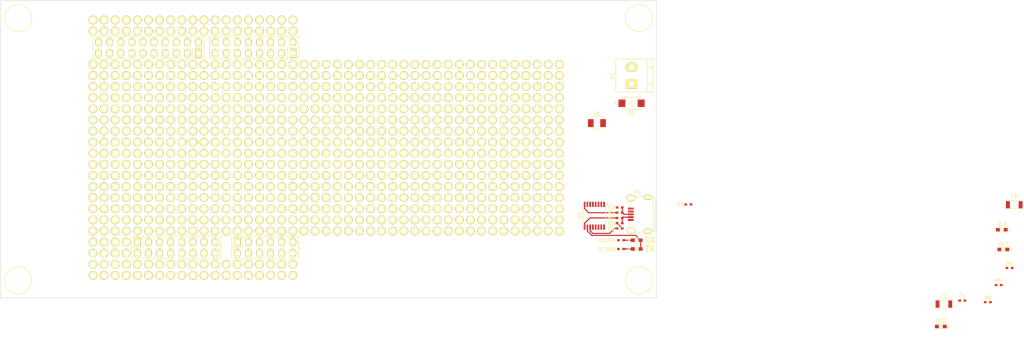
<source format=kicad_pcb>
(kicad_pcb (version 4) (host pcbnew 4.0.2-stable)
  (layers (0 F.Cu signal) (31 B.Cu signal) (34 B.Paste user) (35 F.Paste user) (36 B.SilkS user) (37 F.SilkS user) (38 B.Mask user) (39 F.Mask user) (44 Edge.Cuts user))
  (net 0 "")
  (net 1 /VIN)
  (net 2 GND)
  (net 3 +3.3V)
  (net 4 "Net-(C1-Pad1)")
  (net 5 /VEXT)
  (net 6 "Net-(C3-Pad1)")
  (net 7 "Net-(C5-Pad1)")
  (net 8 "Net-(D1-Pad1)")
  (net 9 "Net-(DL1-Pad1)")
  (net 10 "Net-(DL2-Pad1)")
  (net 11 "Net-(DL3-Pad1)")
  (net 12 /VCCIO)
  (net 13 "Net-(DL4-Pad2)")
  (net 14 "Net-(DL5-Pad2)")
  (net 15 /VUSB)
  (net 16 "Net-(R1-Pad2)")
  (net 17 "Net-(R2-Pad1)")
  (net 18 "Net-(R6-Pad2)")
  (net 19 "Net-(R7-Pad1)")
  (module DIODE:DIODE-DO214AC-UNI (layer F.Cu) (at 194.31 77.47 180)
    (fp_text reference D1 (at 0 -2.2 180) (layer F.SilkS) (effects (font (size 0.8 0.8))))
    (fp_text value RS1M hide)
    (fp_text user k (at 3.5 0 180) (layer F.SilkS) (effects (font (size 0.8 0.8))))
    (pad 1 smd rect (at -2.2 0 180) (size 1.6 1.7) (layers F.Cu F.Paste F.Mask) (net 8 "Net-(D1-Pad1)"))
    (pad 2 smd rect (at 2.2 0 180) (size 1.6 1.7) (layers F.Cu F.Paste F.Mask) (net 5 /VEXT))
  )
  (module CONNECTOR:CONN-HOLE-1.2 (layer F.Cu) (at 116.84 106.68)
    (fp_text reference VAL** hide)
    (fp_text value CONN-HOLE-1.2 hide)
    (pad 1 thru_hole circle (at 0 0) (size 2 2) (drill 1.2) (layers *.Cu *.Mask F.SilkS))
  )
  (module CONNECTOR:CONN-HOLE-1.2 (layer F.Cu) (at 116.84 104.14)
    (fp_text reference VAL** hide)
    (fp_text value CONN-HOLE-1.2 hide)
    (pad 1 thru_hole circle (at 0 0) (size 2 2) (drill 1.2) (layers *.Cu *.Mask F.SilkS))
  )
  (module CONNECTOR:CONN-HOLE-1.2 (layer F.Cu) (at 116.84 101.6)
    (fp_text reference VAL** hide)
    (fp_text value CONN-HOLE-1.2 hide)
    (pad 1 thru_hole circle (at 0 0) (size 2 2) (drill 1.2) (layers *.Cu *.Mask F.SilkS))
  )
  (module CONNECTOR:CONN-HOLE-1.2 (layer F.Cu) (at 116.84 99.06)
    (fp_text reference VAL** hide)
    (fp_text value CONN-HOLE-1.2 hide)
    (pad 1 thru_hole circle (at 0 0) (size 2 2) (drill 1.2) (layers *.Cu *.Mask F.SilkS))
  )
  (module CONNECTOR:CONN-HOLE-1.2 (layer F.Cu) (at 116.84 96.52)
    (fp_text reference VAL** hide)
    (fp_text value CONN-HOLE-1.2 hide)
    (pad 1 thru_hole circle (at 0 0) (size 2 2) (drill 1.2) (layers *.Cu *.Mask F.SilkS))
  )
  (module CONNECTOR:CONN-HOLE-1.2 (layer F.Cu) (at 116.84 93.98)
    (fp_text reference VAL** hide)
    (fp_text value CONN-HOLE-1.2 hide)
    (pad 1 thru_hole circle (at 0 0) (size 2 2) (drill 1.2) (layers *.Cu *.Mask F.SilkS))
  )
  (module CONNECTOR:CONN-HOLE-1.2 (layer F.Cu) (at 116.84 91.44)
    (fp_text reference VAL** hide)
    (fp_text value CONN-HOLE-1.2 hide)
    (pad 1 thru_hole circle (at 0 0) (size 2 2) (drill 1.2) (layers *.Cu *.Mask F.SilkS))
  )
  (module CONNECTOR:CONN-HOLE-1.2 (layer F.Cu) (at 116.84 88.9)
    (fp_text reference VAL** hide)
    (fp_text value CONN-HOLE-1.2 hide)
    (pad 1 thru_hole circle (at 0 0) (size 2 2) (drill 1.2) (layers *.Cu *.Mask F.SilkS))
  )
  (module CONNECTOR:CONN-HOLE-1.2 (layer F.Cu) (at 116.84 86.36)
    (fp_text reference VAL** hide)
    (fp_text value CONN-HOLE-1.2 hide)
    (pad 1 thru_hole circle (at 0 0) (size 2 2) (drill 1.2) (layers *.Cu *.Mask F.SilkS))
  )
  (module CONNECTOR:CONN-HOLE-1.2 (layer F.Cu) (at 116.84 83.82)
    (fp_text reference VAL** hide)
    (fp_text value CONN-HOLE-1.2 hide)
    (pad 1 thru_hole circle (at 0 0) (size 2 2) (drill 1.2) (layers *.Cu *.Mask F.SilkS))
  )
  (module CONNECTOR:CONN-HOLE-1.2 (layer F.Cu) (at 116.84 81.28)
    (fp_text reference VAL** hide)
    (fp_text value CONN-HOLE-1.2 hide)
    (pad 1 thru_hole circle (at 0 0) (size 2 2) (drill 1.2) (layers *.Cu *.Mask F.SilkS))
  )
  (module CONNECTOR:CONN-HOLE-1.2 (layer F.Cu) (at 116.84 78.74)
    (fp_text reference VAL** hide)
    (fp_text value CONN-HOLE-1.2 hide)
    (pad 1 thru_hole circle (at 0 0) (size 2 2) (drill 1.2) (layers *.Cu *.Mask F.SilkS))
  )
  (module CONNECTOR:CONN-HOLE-1.2 (layer F.Cu) (at 116.84 76.2)
    (fp_text reference VAL** hide)
    (fp_text value CONN-HOLE-1.2 hide)
    (pad 1 thru_hole circle (at 0 0) (size 2 2) (drill 1.2) (layers *.Cu *.Mask F.SilkS))
  )
  (module CONNECTOR:CONN-HOLE-1.2 (layer F.Cu) (at 116.84 73.66)
    (fp_text reference VAL** hide)
    (fp_text value CONN-HOLE-1.2 hide)
    (pad 1 thru_hole circle (at 0 0) (size 2 2) (drill 1.2) (layers *.Cu *.Mask F.SilkS))
  )
  (module CONNECTOR:CONN-HOLE-1.2 (layer F.Cu) (at 116.84 71.12)
    (fp_text reference VAL** hide)
    (fp_text value CONN-HOLE-1.2 hide)
    (pad 1 thru_hole circle (at 0 0) (size 2 2) (drill 1.2) (layers *.Cu *.Mask F.SilkS))
  )
  (module CONNECTOR:CONN-HOLE-1.2 (layer F.Cu) (at 116.84 68.58)
    (fp_text reference VAL** hide)
    (fp_text value CONN-HOLE-1.2 hide)
    (pad 1 thru_hole circle (at 0 0) (size 2 2) (drill 1.2) (layers *.Cu *.Mask F.SilkS))
  )
  (module RESISTOR:RESISTOR-0402 (layer F.Cu) (at 275.807857 122.975)
    (fp_text reference R8 (at 0 -1) (layer F.SilkS) (effects (font (size 0.8 0.8))))
    (fp_text value 680 hide)
    (pad 1 smd rect (at -0.6 0) (size 0.6 0.5) (layers F.Cu F.Paste F.Mask) (net 11 "Net-(DL3-Pad1)"))
    (pad 2 smd rect (at 0.6 0) (size 0.6 0.5) (layers F.Cu F.Paste F.Mask) (net 1 /VIN))
  )
  (module RESISTOR:RESISTOR-0402 (layer F.Cu) (at 191.9 110.8)
    (fp_text reference R7 (at -4.3 0.1) (layer F.SilkS) (effects (font (size 0.8 0.8))))
    (fp_text value 270 hide)
    (pad 1 smd rect (at -0.6 0) (size 0.6 0.5) (layers F.Cu F.Paste F.Mask) (net 19 "Net-(R7-Pad1)"))
    (pad 2 smd rect (at 0.6 0) (size 0.6 0.5) (layers F.Cu F.Paste F.Mask) (net 14 "Net-(DL5-Pad2)"))
  )
  (module RESISTOR:RESISTOR-0402 (layer F.Cu) (at 191.9 108.8 180)
    (fp_text reference R6 (at 4.3 0 180) (layer F.SilkS) (effects (font (size 0.8 0.8))))
    (fp_text value 270 hide)
    (pad 1 smd rect (at -0.6 0 180) (size 0.6 0.5) (layers F.Cu F.Paste F.Mask) (net 13 "Net-(DL4-Pad2)"))
    (pad 2 smd rect (at 0.6 0 180) (size 0.6 0.5) (layers F.Cu F.Paste F.Mask) (net 18 "Net-(R6-Pad2)"))
  )
  (module RESISTOR:RESISTOR-0402 (layer F.Cu) (at 278.281667 119.055)
    (fp_text reference R5 (at 0 -1) (layer F.SilkS) (effects (font (size 0.8 0.8))))
    (fp_text value 100k hide)
    (pad 1 smd rect (at -0.6 0) (size 0.6 0.5) (layers F.Cu F.Paste F.Mask) (net 1 /VIN))
    (pad 2 smd rect (at 0.6 0) (size 0.6 0.5) (layers F.Cu F.Paste F.Mask))
  )
  (module RESISTOR:RESISTOR-0402 (layer F.Cu) (at 280.787857 115.135)
    (fp_text reference R4 (at 0 -1) (layer F.SilkS) (effects (font (size 0.8 0.8))))
    (fp_text value 270 hide)
    (pad 1 smd rect (at -0.6 0) (size 0.6 0.5) (layers F.Cu F.Paste F.Mask) (net 3 +3.3V))
    (pad 2 smd rect (at 0.6 0) (size 0.6 0.5) (layers F.Cu F.Paste F.Mask) (net 10 "Net-(DL2-Pad1)"))
  )
  (module RESISTOR:RESISTOR-0402 (layer F.Cu) (at 207.3 100.6 180)
    (fp_text reference R3 (at 1.9 0 180) (layer F.SilkS) (effects (font (size 0.8 0.8))))
    (fp_text value 270 hide)
    (pad 1 smd rect (at -0.6 0 180) (size 0.6 0.5) (layers F.Cu F.Paste F.Mask) (net 9 "Net-(DL1-Pad1)"))
    (pad 2 smd rect (at 0.6 0 180) (size 0.6 0.5) (layers F.Cu F.Paste F.Mask) (net 3 +3.3V))
  )
  (module RESISTOR:RESISTOR-0402 (layer F.Cu) (at 191.6 102.5)
    (fp_text reference R2 (at -1.9 0) (layer F.SilkS) (effects (font (size 0.8 0.8))))
    (fp_text value 27 hide)
    (pad 1 smd rect (at -0.6 0) (size 0.6 0.5) (layers F.Cu F.Paste F.Mask) (net 17 "Net-(R2-Pad1)"))
    (pad 2 smd rect (at 0.6 0) (size 0.6 0.5) (layers F.Cu F.Paste F.Mask) (net 6 "Net-(C3-Pad1)"))
  )
  (module RESISTOR:RESISTOR-0402 (layer F.Cu) (at 191.6 103.7 180)
    (fp_text reference R1 (at 1.9 0 180) (layer F.SilkS) (effects (font (size 0.8 0.8))))
    (fp_text value 27 hide)
    (pad 1 smd rect (at -0.6 0 180) (size 0.6 0.5) (layers F.Cu F.Paste F.Mask) (net 4 "Net-(C1-Pad1)"))
    (pad 2 smd rect (at 0.6 0 180) (size 0.6 0.5) (layers F.Cu F.Paste F.Mask) (net 16 "Net-(R1-Pad2)"))
  )
  (module CONNECTOR:MICROUSB-WURTH-WRCOM (layer F.Cu) (at 196.85 102.87 90)
    (fp_text reference P2 (at 5.08 -1.27 180) (layer F.SilkS) (effects (font (size 0.8 0.8))))
    (fp_text value MICROUSB hide)
    (pad 3 smd rect (at 0 -2.7 90) (size 0.45 1.3) (layers F.Cu F.Paste F.Mask) (net 6 "Net-(C3-Pad1)"))
    (pad "" np_thru_hole circle (at -2.5 -1.6 90) (size 0.8 0.8) (drill 0.8) (layers *.Cu *.Mask F.SilkS))
    (pad "" np_thru_hole circle (at 2.5 -1.6 90) (size 0.8 0.8) (drill 0.8) (layers *.Cu *.Mask F.SilkS))
    (pad 2 smd rect (at -0.65 -2.7 90) (size 0.45 1.3) (layers F.Cu F.Paste F.Mask) (net 4 "Net-(C1-Pad1)"))
    (pad 4 smd rect (at 0.65 -2.7 90) (size 0.45 1.3) (layers F.Cu F.Paste F.Mask))
    (pad 5 smd rect (at 1.3 -2.7 90) (size 0.45 1.3) (layers F.Cu F.Paste F.Mask) (net 2 GND))
    (pad 1 smd rect (at -1.3 -2.7 90) (size 0.45 1.3) (layers F.Cu F.Paste F.Mask) (net 15 /VUSB))
    (pad S2 thru_hole oval (at 3.725 -2.65 90) (size 1.45 2) (drill oval 0.85 1.4) (layers *.Cu *.Mask F.SilkS) (net 2 GND))
    (pad S1 thru_hole oval (at -3.725 -2.65 90) (size 1.45 2) (drill oval 0.85 1.4) (layers *.Cu *.Mask F.SilkS) (net 2 GND))
    (pad S3 thru_hole oval (at -3.875 1.175 90) (size 1.15 1.8) (drill oval 0.55 1.2) (layers *.Cu *.Mask F.SilkS) (net 2 GND))
    (pad S4 thru_hole oval (at 3.875 1.175 90) (size 1.15 1.8) (drill oval 0.55 1.2) (layers *.Cu *.Mask F.SilkS) (net 2 GND))
  )
  (module CONNECTOR_MKDS:CONN-MKDS1_2-3.81 (layer F.Cu) (at 194.31 71.12 90)
    (fp_text reference P1 (at 0 -4.3 90) (layer F.SilkS) (effects (font (size 0.8 0.8))))
    (fp_text value "SUPPLY IN" hide)
    (fp_text user 2 (at 1.9 4.3 90) (layer F.SilkS) (effects (font (size 0.8 0.8))))
    (fp_text user 1 (at -1.9 4.3 90) (layer F.SilkS) (effects (font (size 0.8 0.8))))
    (pad 1 thru_hole rect (at -1.905 0 90) (size 2.2 2.7) (drill 1.2) (layers *.Cu *.Mask F.SilkS) (net 8 "Net-(D1-Pad1)"))
    (pad 2 thru_hole oval (at 1.905 0 90) (size 2.2 2.7) (drill 1.2) (layers *.Cu *.Mask F.SilkS) (net 2 GND))
  )
  (module LEDs:LED-0603 (layer F.Cu) (at 195.5 110.8 180)
    (fp_text reference DL5 (at 5.9 -0.1 180) (layer F.SilkS) (effects (font (size 0.8 0.8))))
    (fp_text value GREEN hide)
    (fp_text user k (at 1.8 0 180) (layer F.SilkS) (effects (font (size 0.8 0.8))))
    (pad 1 smd rect (at -0.9 0 180) (size 0.9 0.8) (layers F.Cu F.Paste F.Mask) (net 12 /VCCIO))
    (pad 2 smd rect (at 0.9 0 180) (size 0.9 0.8) (layers F.Cu F.Paste F.Mask) (net 14 "Net-(DL5-Pad2)"))
  )
  (module LEDs:LED-0603 (layer F.Cu) (at 195.5 108.8 180)
    (fp_text reference DL4 (at 5.9 0 180) (layer F.SilkS) (effects (font (size 0.8 0.8))))
    (fp_text value YELLOW hide)
    (fp_text user k (at 1.8 0 180) (layer F.SilkS) (effects (font (size 0.8 0.8))))
    (pad 1 smd rect (at -0.9 0 180) (size 0.9 0.8) (layers F.Cu F.Paste F.Mask) (net 12 /VCCIO))
    (pad 2 smd rect (at 0.9 0 180) (size 0.9 0.8) (layers F.Cu F.Paste F.Mask) (net 13 "Net-(DL4-Pad2)"))
  )
  (module LEDs:LED-0603 (layer F.Cu) (at 279.007857 106.395)
    (fp_text reference DL3 (at 0 -1.3) (layer F.SilkS) (effects (font (size 0.8 0.8))))
    (fp_text value GREEN hide)
    (fp_text user k (at 1.8 0) (layer F.SilkS) (effects (font (size 0.8 0.8))))
    (pad 1 smd rect (at -0.9 0) (size 0.9 0.8) (layers F.Cu F.Paste F.Mask) (net 11 "Net-(DL3-Pad1)"))
    (pad 2 smd rect (at 0.9 0) (size 0.9 0.8) (layers F.Cu F.Paste F.Mask) (net 2 GND))
  )
  (module LEDs:LED-0603 (layer F.Cu) (at 265.065001 128.535)
    (fp_text reference DL2 (at 0 -1.3) (layer F.SilkS) (effects (font (size 0.8 0.8))))
    (fp_text value RED hide)
    (fp_text user k (at 1.8 0) (layer F.SilkS) (effects (font (size 0.8 0.8))))
    (pad 1 smd rect (at -0.9 0) (size 0.9 0.8) (layers F.Cu F.Paste F.Mask) (net 10 "Net-(DL2-Pad1)"))
    (pad 2 smd rect (at 0.9 0) (size 0.9 0.8) (layers F.Cu F.Paste F.Mask))
  )
  (module LEDs:LED-0603 (layer F.Cu) (at 279.355001 110.915)
    (fp_text reference DL1 (at 0 -1.3) (layer F.SilkS) (effects (font (size 0.8 0.8))))
    (fp_text value RED hide)
    (fp_text user k (at 1.8 0) (layer F.SilkS) (effects (font (size 0.8 0.8))))
    (pad 1 smd rect (at -0.9 0) (size 0.9 0.8) (layers F.Cu F.Paste F.Mask) (net 9 "Net-(DL1-Pad1)"))
    (pad 2 smd rect (at 0.9 0) (size 0.9 0.8) (layers F.Cu F.Paste F.Mask))
  )
  (module CAPACITOR:CAPACITOR-1206 (layer F.Cu) (at 281.865001 100.675)
    (fp_text reference C6 (at 0 -1.9) (layer F.SilkS) (effects (font (size 0.8 0.8))))
    (fp_text value 22u hide)
    (pad 1 smd rect (at -1.45 0) (size 0.9 1.7) (layers F.Cu F.Paste F.Mask) (net 1 /VIN))
    (pad 2 smd rect (at 1.45 0) (size 0.9 1.7) (layers F.Cu F.Paste F.Mask) (net 2 GND))
  )
  (module CAPACITOR:CAPACITOR-0402 (layer F.Cu) (at 191.6 106.1)
    (fp_text reference C5 (at -1.9 0) (layer F.SilkS) (effects (font (size 0.8 0.8))))
    (fp_text value 100n hide)
    (pad 1 smd rect (at -0.6 0) (size 0.6 0.5) (layers F.Cu F.Paste F.Mask) (net 7 "Net-(C5-Pad1)"))
    (pad 2 smd rect (at 0.6 0) (size 0.6 0.5) (layers F.Cu F.Paste F.Mask) (net 2 GND))
  )
  (module CAPACITOR:CAPACITOR-0402 (layer F.Cu) (at 269.969762 122.615)
    (fp_text reference C4 (at 0 -1.1) (layer F.SilkS) (effects (font (size 0.8 0.8))))
    (fp_text value 620p hide)
    (pad 1 smd rect (at -0.6 0) (size 0.6 0.5) (layers F.Cu F.Paste F.Mask))
    (pad 2 smd rect (at 0.6 0) (size 0.6 0.5) (layers F.Cu F.Paste F.Mask) (net 2 GND))
  )
  (module CAPACITOR:CAPACITOR-0402 (layer F.Cu) (at 191.6 101.3 180)
    (fp_text reference C3 (at 1.9 0 180) (layer F.SilkS) (effects (font (size 0.8 0.8))))
    (fp_text value 33p hide)
    (pad 1 smd rect (at -0.6 0 180) (size 0.6 0.5) (layers F.Cu F.Paste F.Mask) (net 6 "Net-(C3-Pad1)"))
    (pad 2 smd rect (at 0.6 0 180) (size 0.6 0.5) (layers F.Cu F.Paste F.Mask) (net 2 GND))
  )
  (module CAPACITOR:CAPACITOR-1206 (layer F.Cu) (at 265.765001 123.415)
    (fp_text reference C2 (at 0 -1.9) (layer F.SilkS) (effects (font (size 0.8 0.8))))
    (fp_text value 10u hide)
    (pad 1 smd rect (at -1.45 0) (size 0.9 1.7) (layers F.Cu F.Paste F.Mask) (net 5 /VEXT))
    (pad 2 smd rect (at 1.45 0) (size 0.9 1.7) (layers F.Cu F.Paste F.Mask) (net 2 GND))
  )
  (module CAPACITOR:CAPACITOR-0402 (layer F.Cu) (at 191.6 104.9 180)
    (fp_text reference C1 (at 1.9 -0.1 180) (layer F.SilkS) (effects (font (size 0.8 0.8))))
    (fp_text value 33p hide)
    (pad 1 smd rect (at -0.6 0 180) (size 0.6 0.5) (layers F.Cu F.Paste F.Mask) (net 4 "Net-(C1-Pad1)"))
    (pad 2 smd rect (at 0.6 0 180) (size 0.6 0.5) (layers F.Cu F.Paste F.Mask) (net 2 GND))
  )
  (module CONNECTOR:CONN-FRDM (layer F.Cu) (at 93.98 87.63)
    (fp_text reference BRD1 (at 0 -1.27) (layer F.SilkS) (effects (font (size 0.8 0.8))))
    (fp_text value FRDM-KL25Z hide)
    (pad 28 thru_hole oval (at 22.86 24.13) (size 1.524 2) (drill 1) (layers *.Cu *.Mask F.SilkS))
    (pad 27 thru_hole oval (at 22.86 21.59) (size 1.524 2) (drill 1) (layers *.Cu *.Mask F.SilkS))
    (pad 26 thru_hole oval (at 20.32 24.13) (size 1.524 2) (drill 1) (layers *.Cu *.Mask F.SilkS))
    (pad 25 thru_hole oval (at 20.32 21.59) (size 1.524 2) (drill 1) (layers *.Cu *.Mask F.SilkS))
    (pad 24 thru_hole oval (at 17.78 24.13) (size 1.524 2) (drill 1) (layers *.Cu *.Mask F.SilkS))
    (pad 23 thru_hole oval (at 17.78 21.59) (size 1.524 2) (drill 1) (layers *.Cu *.Mask F.SilkS))
    (pad 22 thru_hole oval (at 15.24 24.13) (size 1.524 2) (drill 1) (layers *.Cu *.Mask F.SilkS))
    (pad 21 thru_hole oval (at 15.24 21.59) (size 1.524 2) (drill 1) (layers *.Cu *.Mask F.SilkS))
    (pad 20 thru_hole oval (at 12.7 24.13) (size 1.524 2) (drill 1) (layers *.Cu *.Mask F.SilkS))
    (pad 19 thru_hole oval (at 12.7 21.59) (size 1.524 2) (drill 1) (layers *.Cu *.Mask F.SilkS))
    (pad 18 thru_hole oval (at 10.16 24.13) (size 1.524 2) (drill 1) (layers *.Cu *.Mask F.SilkS))
    (pad 17 thru_hole rect (at 10.16 21.59) (size 1.524 2) (drill 1) (layers *.Cu *.Mask F.SilkS))
    (pad 16 thru_hole oval (at 5.08 24.13) (size 1.524 2) (drill 1) (layers *.Cu *.Mask F.SilkS) (net 1 /VIN))
    (pad 15 thru_hole oval (at 5.08 21.59) (size 1.524 2) (drill 1) (layers *.Cu *.Mask F.SilkS))
    (pad 14 thru_hole oval (at 2.54 24.13) (size 1.524 2) (drill 1) (layers *.Cu *.Mask F.SilkS) (net 2 GND))
    (pad 13 thru_hole oval (at 2.54 21.59) (size 1.524 2) (drill 1) (layers *.Cu *.Mask F.SilkS))
    (pad 12 thru_hole oval (at 0 24.13) (size 1.524 2) (drill 1) (layers *.Cu *.Mask F.SilkS) (net 2 GND))
    (pad 11 thru_hole oval (at 0 21.59) (size 1.524 2) (drill 1) (layers *.Cu *.Mask F.SilkS))
    (pad 10 thru_hole oval (at -2.54 24.13) (size 1.524 2) (drill 1) (layers *.Cu *.Mask F.SilkS))
    (pad 9 thru_hole oval (at -2.54 21.59) (size 1.524 2) (drill 1) (layers *.Cu *.Mask F.SilkS))
    (pad 8 thru_hole oval (at -5.08 24.13) (size 1.524 2) (drill 1) (layers *.Cu *.Mask F.SilkS) (net 3 +3.3V))
    (pad 7 thru_hole oval (at -5.08 21.59) (size 1.524 2) (drill 1) (layers *.Cu *.Mask F.SilkS))
    (pad 6 thru_hole oval (at -7.62 24.13) (size 1.524 2) (drill 1) (layers *.Cu *.Mask F.SilkS))
    (pad 5 thru_hole oval (at -7.62 21.59) (size 1.524 2) (drill 1) (layers *.Cu *.Mask F.SilkS))
    (pad 4 thru_hole oval (at -10.16 24.13) (size 1.524 2) (drill 1) (layers *.Cu *.Mask F.SilkS) (net 3 +3.3V))
    (pad 3 thru_hole oval (at -10.16 21.59) (size 1.524 2) (drill 1) (layers *.Cu *.Mask F.SilkS))
    (pad 2 thru_hole oval (at -12.7 24.13) (size 1.524 2) (drill 1) (layers *.Cu *.Mask F.SilkS))
    (pad 1 thru_hole rect (at -12.7 21.59) (size 1.524 2) (drill 1) (layers *.Cu *.Mask F.SilkS))
    (pad 30 thru_hole oval (at 22.86 -24.13) (size 1.524 2) (drill 1) (layers *.Cu *.Mask F.SilkS))
    (pad 29 thru_hole rect (at 22.86 -21.59) (size 1.524 2) (drill 1) (layers *.Cu *.Mask F.SilkS))
    (pad 32 thru_hole oval (at 20.32 -24.13) (size 1.524 2) (drill 1) (layers *.Cu *.Mask F.SilkS))
    (pad 31 thru_hole oval (at 20.32 -21.59) (size 1.524 2) (drill 1) (layers *.Cu *.Mask F.SilkS))
    (pad 34 thru_hole oval (at 17.78 -24.13) (size 1.524 2) (drill 1) (layers *.Cu *.Mask F.SilkS))
    (pad 33 thru_hole oval (at 17.78 -21.59) (size 1.524 2) (drill 1) (layers *.Cu *.Mask F.SilkS))
    (pad 36 thru_hole oval (at 15.24 -24.13) (size 1.524 2) (drill 1) (layers *.Cu *.Mask F.SilkS))
    (pad 35 thru_hole oval (at 15.24 -21.59) (size 1.524 2) (drill 1) (layers *.Cu *.Mask F.SilkS))
    (pad 38 thru_hole oval (at 12.7 -24.13) (size 1.524 2) (drill 1) (layers *.Cu *.Mask F.SilkS))
    (pad 37 thru_hole oval (at 12.7 -21.59) (size 1.524 2) (drill 1) (layers *.Cu *.Mask F.SilkS))
    (pad 40 thru_hole oval (at 10.16 -24.13) (size 1.524 2) (drill 1) (layers *.Cu *.Mask F.SilkS))
    (pad 39 thru_hole oval (at 10.16 -21.59) (size 1.524 2) (drill 1) (layers *.Cu *.Mask F.SilkS))
    (pad 42 thru_hole oval (at 7.62 -24.13) (size 1.524 2) (drill 1) (layers *.Cu *.Mask F.SilkS))
    (pad 41 thru_hole oval (at 7.62 -21.59) (size 1.524 2) (drill 1) (layers *.Cu *.Mask F.SilkS))
    (pad 44 thru_hole oval (at 5.08 -24.13) (size 1.524 2) (drill 1) (layers *.Cu *.Mask F.SilkS))
    (pad 43 thru_hole oval (at 5.08 -21.59) (size 1.524 2) (drill 1) (layers *.Cu *.Mask F.SilkS))
    (pad 45 thru_hole rect (at 1.27 -21.59) (size 1.524 2) (drill 1) (layers *.Cu *.Mask F.SilkS))
    (pad 46 thru_hole oval (at 1.27 -24.13) (size 1.524 2) (drill 1) (layers *.Cu *.Mask F.SilkS))
    (pad 47 thru_hole oval (at -1.27 -21.59) (size 1.524 2) (drill 1) (layers *.Cu *.Mask F.SilkS))
    (pad 48 thru_hole oval (at -1.27 -24.13) (size 1.524 2) (drill 1) (layers *.Cu *.Mask F.SilkS))
    (pad 49 thru_hole oval (at -3.81 -21.59) (size 1.524 2) (drill 1) (layers *.Cu *.Mask F.SilkS))
    (pad 50 thru_hole oval (at -3.81 -24.13) (size 1.524 2) (drill 1) (layers *.Cu *.Mask F.SilkS))
    (pad 51 thru_hole oval (at -6.35 -21.59) (size 1.524 2) (drill 1) (layers *.Cu *.Mask F.SilkS))
    (pad 52 thru_hole oval (at -6.35 -24.13) (size 1.524 2) (drill 1) (layers *.Cu *.Mask F.SilkS))
    (pad 53 thru_hole oval (at -8.89 -21.59) (size 1.524 2) (drill 1) (layers *.Cu *.Mask F.SilkS))
    (pad 54 thru_hole oval (at -8.89 -24.13) (size 1.524 2) (drill 1) (layers *.Cu *.Mask F.SilkS))
    (pad 55 thru_hole oval (at -11.43 -21.59) (size 1.524 2) (drill 1) (layers *.Cu *.Mask F.SilkS))
    (pad 56 thru_hole oval (at -11.43 -24.13) (size 1.524 2) (drill 1) (layers *.Cu *.Mask F.SilkS))
    (pad 57 thru_hole oval (at -13.97 -21.59) (size 1.524 2) (drill 1) (layers *.Cu *.Mask F.SilkS))
    (pad 58 thru_hole oval (at -13.97 -24.13) (size 1.524 2) (drill 1) (layers *.Cu *.Mask F.SilkS))
    (pad 59 thru_hole oval (at -16.51 -21.59) (size 1.524 2) (drill 1) (layers *.Cu *.Mask F.SilkS))
    (pad 60 thru_hole oval (at -16.51 -24.13) (size 1.524 2) (drill 1) (layers *.Cu *.Mask F.SilkS))
    (pad 61 thru_hole oval (at -19.05 -21.59) (size 1.524 2) (drill 1) (layers *.Cu *.Mask F.SilkS))
    (pad 62 thru_hole oval (at -19.05 -24.13) (size 1.524 2) (drill 1) (layers *.Cu *.Mask F.SilkS))
    (pad 63 thru_hole oval (at -21.59 -21.59) (size 1.524 2) (drill 1) (layers *.Cu *.Mask F.SilkS))
    (pad 64 thru_hole oval (at -21.59 -24.13) (size 1.524 2) (drill 1) (layers *.Cu *.Mask F.SilkS))
  )
  (module CONNECTOR:CONN-HOLE-1.2 (layer F.Cu) (at 114.3 68.58)
    (fp_text reference VAL** hide)
    (fp_text value CONN-HOLE-1.2 hide)
    (pad 1 thru_hole circle (at 0 0) (size 2 2) (drill 1.2) (layers *.Cu *.Mask F.SilkS))
  )
  (module CONNECTOR:CONN-HOLE-1.2 (layer F.Cu) (at 114.3 71.12)
    (fp_text reference VAL** hide)
    (fp_text value CONN-HOLE-1.2 hide)
    (pad 1 thru_hole circle (at 0 0) (size 2 2) (drill 1.2) (layers *.Cu *.Mask F.SilkS))
  )
  (module CONNECTOR:CONN-HOLE-1.2 (layer F.Cu) (at 114.3 73.66)
    (fp_text reference VAL** hide)
    (fp_text value CONN-HOLE-1.2 hide)
    (pad 1 thru_hole circle (at 0 0) (size 2 2) (drill 1.2) (layers *.Cu *.Mask F.SilkS))
  )
  (module CONNECTOR:CONN-HOLE-1.2 (layer F.Cu) (at 114.3 76.2)
    (fp_text reference VAL** hide)
    (fp_text value CONN-HOLE-1.2 hide)
    (pad 1 thru_hole circle (at 0 0) (size 2 2) (drill 1.2) (layers *.Cu *.Mask F.SilkS))
  )
  (module CONNECTOR:CONN-HOLE-1.2 (layer F.Cu) (at 114.3 78.74)
    (fp_text reference VAL** hide)
    (fp_text value CONN-HOLE-1.2 hide)
    (pad 1 thru_hole circle (at 0 0) (size 2 2) (drill 1.2) (layers *.Cu *.Mask F.SilkS))
  )
  (module CONNECTOR:CONN-HOLE-1.2 (layer F.Cu) (at 114.3 81.28)
    (fp_text reference VAL** hide)
    (fp_text value CONN-HOLE-1.2 hide)
    (pad 1 thru_hole circle (at 0 0) (size 2 2) (drill 1.2) (layers *.Cu *.Mask F.SilkS))
  )
  (module CONNECTOR:CONN-HOLE-1.2 (layer F.Cu) (at 114.3 83.82)
    (fp_text reference VAL** hide)
    (fp_text value CONN-HOLE-1.2 hide)
    (pad 1 thru_hole circle (at 0 0) (size 2 2) (drill 1.2) (layers *.Cu *.Mask F.SilkS))
  )
  (module CONNECTOR:CONN-HOLE-1.2 (layer F.Cu) (at 114.3 86.36)
    (fp_text reference VAL** hide)
    (fp_text value CONN-HOLE-1.2 hide)
    (pad 1 thru_hole circle (at 0 0) (size 2 2) (drill 1.2) (layers *.Cu *.Mask F.SilkS))
  )
  (module CONNECTOR:CONN-HOLE-1.2 (layer F.Cu) (at 114.3 88.9)
    (fp_text reference VAL** hide)
    (fp_text value CONN-HOLE-1.2 hide)
    (pad 1 thru_hole circle (at 0 0) (size 2 2) (drill 1.2) (layers *.Cu *.Mask F.SilkS))
  )
  (module CONNECTOR:CONN-HOLE-1.2 (layer F.Cu) (at 114.3 91.44)
    (fp_text reference VAL** hide)
    (fp_text value CONN-HOLE-1.2 hide)
    (pad 1 thru_hole circle (at 0 0) (size 2 2) (drill 1.2) (layers *.Cu *.Mask F.SilkS))
  )
  (module CONNECTOR:CONN-HOLE-1.2 (layer F.Cu) (at 114.3 93.98)
    (fp_text reference VAL** hide)
    (fp_text value CONN-HOLE-1.2 hide)
    (pad 1 thru_hole circle (at 0 0) (size 2 2) (drill 1.2) (layers *.Cu *.Mask F.SilkS))
  )
  (module CONNECTOR:CONN-HOLE-1.2 (layer F.Cu) (at 114.3 96.52)
    (fp_text reference VAL** hide)
    (fp_text value CONN-HOLE-1.2 hide)
    (pad 1 thru_hole circle (at 0 0) (size 2 2) (drill 1.2) (layers *.Cu *.Mask F.SilkS))
  )
  (module CONNECTOR:CONN-HOLE-1.2 (layer F.Cu) (at 114.3 99.06)
    (fp_text reference VAL** hide)
    (fp_text value CONN-HOLE-1.2 hide)
    (pad 1 thru_hole circle (at 0 0) (size 2 2) (drill 1.2) (layers *.Cu *.Mask F.SilkS))
  )
  (module CONNECTOR:CONN-HOLE-1.2 (layer F.Cu) (at 114.3 101.6)
    (fp_text reference VAL** hide)
    (fp_text value CONN-HOLE-1.2 hide)
    (pad 1 thru_hole circle (at 0 0) (size 2 2) (drill 1.2) (layers *.Cu *.Mask F.SilkS))
  )
  (module CONNECTOR:CONN-HOLE-1.2 (layer F.Cu) (at 114.3 104.14)
    (fp_text reference VAL** hide)
    (fp_text value CONN-HOLE-1.2 hide)
    (pad 1 thru_hole circle (at 0 0) (size 2 2) (drill 1.2) (layers *.Cu *.Mask F.SilkS))
  )
  (module CONNECTOR:CONN-HOLE-1.2 (layer F.Cu) (at 114.3 106.68)
    (fp_text reference VAL** hide)
    (fp_text value CONN-HOLE-1.2 hide)
    (pad 1 thru_hole circle (at 0 0) (size 2 2) (drill 1.2) (layers *.Cu *.Mask F.SilkS))
  )
  (module CONNECTOR:CONN-HOLE-1.2 (layer F.Cu) (at 109.22 106.68)
    (fp_text reference VAL** hide)
    (fp_text value CONN-HOLE-1.2 hide)
    (pad 1 thru_hole circle (at 0 0) (size 2 2) (drill 1.2) (layers *.Cu *.Mask F.SilkS))
  )
  (module CONNECTOR:CONN-HOLE-1.2 (layer F.Cu) (at 109.22 104.14)
    (fp_text reference VAL** hide)
    (fp_text value CONN-HOLE-1.2 hide)
    (pad 1 thru_hole circle (at 0 0) (size 2 2) (drill 1.2) (layers *.Cu *.Mask F.SilkS))
  )
  (module CONNECTOR:CONN-HOLE-1.2 (layer F.Cu) (at 109.22 101.6)
    (fp_text reference VAL** hide)
    (fp_text value CONN-HOLE-1.2 hide)
    (pad 1 thru_hole circle (at 0 0) (size 2 2) (drill 1.2) (layers *.Cu *.Mask F.SilkS))
  )
  (module CONNECTOR:CONN-HOLE-1.2 (layer F.Cu) (at 109.22 99.06)
    (fp_text reference VAL** hide)
    (fp_text value CONN-HOLE-1.2 hide)
    (pad 1 thru_hole circle (at 0 0) (size 2 2) (drill 1.2) (layers *.Cu *.Mask F.SilkS))
  )
  (module CONNECTOR:CONN-HOLE-1.2 (layer F.Cu) (at 109.22 96.52)
    (fp_text reference VAL** hide)
    (fp_text value CONN-HOLE-1.2 hide)
    (pad 1 thru_hole circle (at 0 0) (size 2 2) (drill 1.2) (layers *.Cu *.Mask F.SilkS))
  )
  (module CONNECTOR:CONN-HOLE-1.2 (layer F.Cu) (at 109.22 93.98)
    (fp_text reference VAL** hide)
    (fp_text value CONN-HOLE-1.2 hide)
    (pad 1 thru_hole circle (at 0 0) (size 2 2) (drill 1.2) (layers *.Cu *.Mask F.SilkS))
  )
  (module CONNECTOR:CONN-HOLE-1.2 (layer F.Cu) (at 109.22 91.44)
    (fp_text reference VAL** hide)
    (fp_text value CONN-HOLE-1.2 hide)
    (pad 1 thru_hole circle (at 0 0) (size 2 2) (drill 1.2) (layers *.Cu *.Mask F.SilkS))
  )
  (module CONNECTOR:CONN-HOLE-1.2 (layer F.Cu) (at 109.22 88.9)
    (fp_text reference VAL** hide)
    (fp_text value CONN-HOLE-1.2 hide)
    (pad 1 thru_hole circle (at 0 0) (size 2 2) (drill 1.2) (layers *.Cu *.Mask F.SilkS))
  )
  (module CONNECTOR:CONN-HOLE-1.2 (layer F.Cu) (at 109.22 86.36)
    (fp_text reference VAL** hide)
    (fp_text value CONN-HOLE-1.2 hide)
    (pad 1 thru_hole circle (at 0 0) (size 2 2) (drill 1.2) (layers *.Cu *.Mask F.SilkS))
  )
  (module CONNECTOR:CONN-HOLE-1.2 (layer F.Cu) (at 109.22 83.82)
    (fp_text reference VAL** hide)
    (fp_text value CONN-HOLE-1.2 hide)
    (pad 1 thru_hole circle (at 0 0) (size 2 2) (drill 1.2) (layers *.Cu *.Mask F.SilkS))
  )
  (module CONNECTOR:CONN-HOLE-1.2 (layer F.Cu) (at 109.22 81.28)
    (fp_text reference VAL** hide)
    (fp_text value CONN-HOLE-1.2 hide)
    (pad 1 thru_hole circle (at 0 0) (size 2 2) (drill 1.2) (layers *.Cu *.Mask F.SilkS))
  )
  (module CONNECTOR:CONN-HOLE-1.2 (layer F.Cu) (at 109.22 78.74)
    (fp_text reference VAL** hide)
    (fp_text value CONN-HOLE-1.2 hide)
    (pad 1 thru_hole circle (at 0 0) (size 2 2) (drill 1.2) (layers *.Cu *.Mask F.SilkS))
  )
  (module CONNECTOR:CONN-HOLE-1.2 (layer F.Cu) (at 109.22 76.2)
    (fp_text reference VAL** hide)
    (fp_text value CONN-HOLE-1.2 hide)
    (pad 1 thru_hole circle (at 0 0) (size 2 2) (drill 1.2) (layers *.Cu *.Mask F.SilkS))
  )
  (module CONNECTOR:CONN-HOLE-1.2 (layer F.Cu) (at 109.22 73.66)
    (fp_text reference VAL** hide)
    (fp_text value CONN-HOLE-1.2 hide)
    (pad 1 thru_hole circle (at 0 0) (size 2 2) (drill 1.2) (layers *.Cu *.Mask F.SilkS))
  )
  (module CONNECTOR:CONN-HOLE-1.2 (layer F.Cu) (at 109.22 71.12)
    (fp_text reference VAL** hide)
    (fp_text value CONN-HOLE-1.2 hide)
    (pad 1 thru_hole circle (at 0 0) (size 2 2) (drill 1.2) (layers *.Cu *.Mask F.SilkS))
  )
  (module CONNECTOR:CONN-HOLE-1.2 (layer F.Cu) (at 109.22 68.58)
    (fp_text reference VAL** hide)
    (fp_text value CONN-HOLE-1.2 hide)
    (pad 1 thru_hole circle (at 0 0) (size 2 2) (drill 1.2) (layers *.Cu *.Mask F.SilkS))
  )
  (module CONNECTOR:CONN-HOLE-1.2 (layer F.Cu) (at 111.76 68.58)
    (fp_text reference VAL** hide)
    (fp_text value CONN-HOLE-1.2 hide)
    (pad 1 thru_hole circle (at 0 0) (size 2 2) (drill 1.2) (layers *.Cu *.Mask F.SilkS))
  )
  (module CONNECTOR:CONN-HOLE-1.2 (layer F.Cu) (at 111.76 71.12)
    (fp_text reference VAL** hide)
    (fp_text value CONN-HOLE-1.2 hide)
    (pad 1 thru_hole circle (at 0 0) (size 2 2) (drill 1.2) (layers *.Cu *.Mask F.SilkS))
  )
  (module CONNECTOR:CONN-HOLE-1.2 (layer F.Cu) (at 111.76 73.66)
    (fp_text reference VAL** hide)
    (fp_text value CONN-HOLE-1.2 hide)
    (pad 1 thru_hole circle (at 0 0) (size 2 2) (drill 1.2) (layers *.Cu *.Mask F.SilkS))
  )
  (module CONNECTOR:CONN-HOLE-1.2 (layer F.Cu) (at 111.76 76.2)
    (fp_text reference VAL** hide)
    (fp_text value CONN-HOLE-1.2 hide)
    (pad 1 thru_hole circle (at 0 0) (size 2 2) (drill 1.2) (layers *.Cu *.Mask F.SilkS))
  )
  (module CONNECTOR:CONN-HOLE-1.2 (layer F.Cu) (at 111.76 78.74)
    (fp_text reference VAL** hide)
    (fp_text value CONN-HOLE-1.2 hide)
    (pad 1 thru_hole circle (at 0 0) (size 2 2) (drill 1.2) (layers *.Cu *.Mask F.SilkS))
  )
  (module CONNECTOR:CONN-HOLE-1.2 (layer F.Cu) (at 111.76 81.28)
    (fp_text reference VAL** hide)
    (fp_text value CONN-HOLE-1.2 hide)
    (pad 1 thru_hole circle (at 0 0) (size 2 2) (drill 1.2) (layers *.Cu *.Mask F.SilkS))
  )
  (module CONNECTOR:CONN-HOLE-1.2 (layer F.Cu) (at 111.76 83.82)
    (fp_text reference VAL** hide)
    (fp_text value CONN-HOLE-1.2 hide)
    (pad 1 thru_hole circle (at 0 0) (size 2 2) (drill 1.2) (layers *.Cu *.Mask F.SilkS))
  )
  (module CONNECTOR:CONN-HOLE-1.2 (layer F.Cu) (at 111.76 86.36)
    (fp_text reference VAL** hide)
    (fp_text value CONN-HOLE-1.2 hide)
    (pad 1 thru_hole circle (at 0 0) (size 2 2) (drill 1.2) (layers *.Cu *.Mask F.SilkS))
  )
  (module CONNECTOR:CONN-HOLE-1.2 (layer F.Cu) (at 111.76 88.9)
    (fp_text reference VAL** hide)
    (fp_text value CONN-HOLE-1.2 hide)
    (pad 1 thru_hole circle (at 0 0) (size 2 2) (drill 1.2) (layers *.Cu *.Mask F.SilkS))
  )
  (module CONNECTOR:CONN-HOLE-1.2 (layer F.Cu) (at 111.76 91.44)
    (fp_text reference VAL** hide)
    (fp_text value CONN-HOLE-1.2 hide)
    (pad 1 thru_hole circle (at 0 0) (size 2 2) (drill 1.2) (layers *.Cu *.Mask F.SilkS))
  )
  (module CONNECTOR:CONN-HOLE-1.2 (layer F.Cu) (at 111.76 93.98)
    (fp_text reference VAL** hide)
    (fp_text value CONN-HOLE-1.2 hide)
    (pad 1 thru_hole circle (at 0 0) (size 2 2) (drill 1.2) (layers *.Cu *.Mask F.SilkS))
  )
  (module CONNECTOR:CONN-HOLE-1.2 (layer F.Cu) (at 111.76 96.52)
    (fp_text reference VAL** hide)
    (fp_text value CONN-HOLE-1.2 hide)
    (pad 1 thru_hole circle (at 0 0) (size 2 2) (drill 1.2) (layers *.Cu *.Mask F.SilkS))
  )
  (module CONNECTOR:CONN-HOLE-1.2 (layer F.Cu) (at 111.76 99.06)
    (fp_text reference VAL** hide)
    (fp_text value CONN-HOLE-1.2 hide)
    (pad 1 thru_hole circle (at 0 0) (size 2 2) (drill 1.2) (layers *.Cu *.Mask F.SilkS))
  )
  (module CONNECTOR:CONN-HOLE-1.2 (layer F.Cu) (at 111.76 101.6)
    (fp_text reference VAL** hide)
    (fp_text value CONN-HOLE-1.2 hide)
    (pad 1 thru_hole circle (at 0 0) (size 2 2) (drill 1.2) (layers *.Cu *.Mask F.SilkS))
  )
  (module CONNECTOR:CONN-HOLE-1.2 (layer F.Cu) (at 111.76 104.14)
    (fp_text reference VAL** hide)
    (fp_text value CONN-HOLE-1.2 hide)
    (pad 1 thru_hole circle (at 0 0) (size 2 2) (drill 1.2) (layers *.Cu *.Mask F.SilkS))
  )
  (module CONNECTOR:CONN-HOLE-1.2 (layer F.Cu) (at 111.76 106.68)
    (fp_text reference VAL** hide)
    (fp_text value CONN-HOLE-1.2 hide)
    (pad 1 thru_hole circle (at 0 0) (size 2 2) (drill 1.2) (layers *.Cu *.Mask F.SilkS))
  )
  (module CONNECTOR:CONN-HOLE-1.2 (layer F.Cu) (at 101.6 106.68)
    (fp_text reference VAL** hide)
    (fp_text value CONN-HOLE-1.2 hide)
    (pad 1 thru_hole circle (at 0 0) (size 2 2) (drill 1.2) (layers *.Cu *.Mask F.SilkS))
  )
  (module CONNECTOR:CONN-HOLE-1.2 (layer F.Cu) (at 101.6 104.14)
    (fp_text reference VAL** hide)
    (fp_text value CONN-HOLE-1.2 hide)
    (pad 1 thru_hole circle (at 0 0) (size 2 2) (drill 1.2) (layers *.Cu *.Mask F.SilkS))
  )
  (module CONNECTOR:CONN-HOLE-1.2 (layer F.Cu) (at 101.6 101.6)
    (fp_text reference VAL** hide)
    (fp_text value CONN-HOLE-1.2 hide)
    (pad 1 thru_hole circle (at 0 0) (size 2 2) (drill 1.2) (layers *.Cu *.Mask F.SilkS))
  )
  (module CONNECTOR:CONN-HOLE-1.2 (layer F.Cu) (at 101.6 99.06)
    (fp_text reference VAL** hide)
    (fp_text value CONN-HOLE-1.2 hide)
    (pad 1 thru_hole circle (at 0 0) (size 2 2) (drill 1.2) (layers *.Cu *.Mask F.SilkS))
  )
  (module CONNECTOR:CONN-HOLE-1.2 (layer F.Cu) (at 101.6 96.52)
    (fp_text reference VAL** hide)
    (fp_text value CONN-HOLE-1.2 hide)
    (pad 1 thru_hole circle (at 0 0) (size 2 2) (drill 1.2) (layers *.Cu *.Mask F.SilkS))
  )
  (module CONNECTOR:CONN-HOLE-1.2 (layer F.Cu) (at 101.6 93.98)
    (fp_text reference VAL** hide)
    (fp_text value CONN-HOLE-1.2 hide)
    (pad 1 thru_hole circle (at 0 0) (size 2 2) (drill 1.2) (layers *.Cu *.Mask F.SilkS))
  )
  (module CONNECTOR:CONN-HOLE-1.2 (layer F.Cu) (at 101.6 91.44)
    (fp_text reference VAL** hide)
    (fp_text value CONN-HOLE-1.2 hide)
    (pad 1 thru_hole circle (at 0 0) (size 2 2) (drill 1.2) (layers *.Cu *.Mask F.SilkS))
  )
  (module CONNECTOR:CONN-HOLE-1.2 (layer F.Cu) (at 101.6 88.9)
    (fp_text reference VAL** hide)
    (fp_text value CONN-HOLE-1.2 hide)
    (pad 1 thru_hole circle (at 0 0) (size 2 2) (drill 1.2) (layers *.Cu *.Mask F.SilkS))
  )
  (module CONNECTOR:CONN-HOLE-1.2 (layer F.Cu) (at 101.6 86.36)
    (fp_text reference VAL** hide)
    (fp_text value CONN-HOLE-1.2 hide)
    (pad 1 thru_hole circle (at 0 0) (size 2 2) (drill 1.2) (layers *.Cu *.Mask F.SilkS))
  )
  (module CONNECTOR:CONN-HOLE-1.2 (layer F.Cu) (at 101.6 83.82)
    (fp_text reference VAL** hide)
    (fp_text value CONN-HOLE-1.2 hide)
    (pad 1 thru_hole circle (at 0 0) (size 2 2) (drill 1.2) (layers *.Cu *.Mask F.SilkS))
  )
  (module CONNECTOR:CONN-HOLE-1.2 (layer F.Cu) (at 101.6 81.28)
    (fp_text reference VAL** hide)
    (fp_text value CONN-HOLE-1.2 hide)
    (pad 1 thru_hole circle (at 0 0) (size 2 2) (drill 1.2) (layers *.Cu *.Mask F.SilkS))
  )
  (module CONNECTOR:CONN-HOLE-1.2 (layer F.Cu) (at 101.6 78.74)
    (fp_text reference VAL** hide)
    (fp_text value CONN-HOLE-1.2 hide)
    (pad 1 thru_hole circle (at 0 0) (size 2 2) (drill 1.2) (layers *.Cu *.Mask F.SilkS))
  )
  (module CONNECTOR:CONN-HOLE-1.2 (layer F.Cu) (at 101.6 76.2)
    (fp_text reference VAL** hide)
    (fp_text value CONN-HOLE-1.2 hide)
    (pad 1 thru_hole circle (at 0 0) (size 2 2) (drill 1.2) (layers *.Cu *.Mask F.SilkS))
  )
  (module CONNECTOR:CONN-HOLE-1.2 (layer F.Cu) (at 101.6 73.66)
    (fp_text reference VAL** hide)
    (fp_text value CONN-HOLE-1.2 hide)
    (pad 1 thru_hole circle (at 0 0) (size 2 2) (drill 1.2) (layers *.Cu *.Mask F.SilkS))
  )
  (module CONNECTOR:CONN-HOLE-1.2 (layer F.Cu) (at 101.6 71.12)
    (fp_text reference VAL** hide)
    (fp_text value CONN-HOLE-1.2 hide)
    (pad 1 thru_hole circle (at 0 0) (size 2 2) (drill 1.2) (layers *.Cu *.Mask F.SilkS))
  )
  (module CONNECTOR:CONN-HOLE-1.2 (layer F.Cu) (at 101.6 68.58)
    (fp_text reference VAL** hide)
    (fp_text value CONN-HOLE-1.2 hide)
    (pad 1 thru_hole circle (at 0 0) (size 2 2) (drill 1.2) (layers *.Cu *.Mask F.SilkS))
  )
  (module CONNECTOR:CONN-HOLE-1.2 (layer F.Cu) (at 99.06 68.58)
    (fp_text reference VAL** hide)
    (fp_text value CONN-HOLE-1.2 hide)
    (pad 1 thru_hole circle (at 0 0) (size 2 2) (drill 1.2) (layers *.Cu *.Mask F.SilkS))
  )
  (module CONNECTOR:CONN-HOLE-1.2 (layer F.Cu) (at 99.06 71.12)
    (fp_text reference VAL** hide)
    (fp_text value CONN-HOLE-1.2 hide)
    (pad 1 thru_hole circle (at 0 0) (size 2 2) (drill 1.2) (layers *.Cu *.Mask F.SilkS))
  )
  (module CONNECTOR:CONN-HOLE-1.2 (layer F.Cu) (at 99.06 73.66)
    (fp_text reference VAL** hide)
    (fp_text value CONN-HOLE-1.2 hide)
    (pad 1 thru_hole circle (at 0 0) (size 2 2) (drill 1.2) (layers *.Cu *.Mask F.SilkS))
  )
  (module CONNECTOR:CONN-HOLE-1.2 (layer F.Cu) (at 99.06 76.2)
    (fp_text reference VAL** hide)
    (fp_text value CONN-HOLE-1.2 hide)
    (pad 1 thru_hole circle (at 0 0) (size 2 2) (drill 1.2) (layers *.Cu *.Mask F.SilkS))
  )
  (module CONNECTOR:CONN-HOLE-1.2 (layer F.Cu) (at 99.06 78.74)
    (fp_text reference VAL** hide)
    (fp_text value CONN-HOLE-1.2 hide)
    (pad 1 thru_hole circle (at 0 0) (size 2 2) (drill 1.2) (layers *.Cu *.Mask F.SilkS))
  )
  (module CONNECTOR:CONN-HOLE-1.2 (layer F.Cu) (at 99.06 81.28)
    (fp_text reference VAL** hide)
    (fp_text value CONN-HOLE-1.2 hide)
    (pad 1 thru_hole circle (at 0 0) (size 2 2) (drill 1.2) (layers *.Cu *.Mask F.SilkS))
  )
  (module CONNECTOR:CONN-HOLE-1.2 (layer F.Cu) (at 99.06 83.82)
    (fp_text reference VAL** hide)
    (fp_text value CONN-HOLE-1.2 hide)
    (pad 1 thru_hole circle (at 0 0) (size 2 2) (drill 1.2) (layers *.Cu *.Mask F.SilkS))
  )
  (module CONNECTOR:CONN-HOLE-1.2 (layer F.Cu) (at 99.06 86.36)
    (fp_text reference VAL** hide)
    (fp_text value CONN-HOLE-1.2 hide)
    (pad 1 thru_hole circle (at 0 0) (size 2 2) (drill 1.2) (layers *.Cu *.Mask F.SilkS))
  )
  (module CONNECTOR:CONN-HOLE-1.2 (layer F.Cu) (at 99.06 88.9)
    (fp_text reference VAL** hide)
    (fp_text value CONN-HOLE-1.2 hide)
    (pad 1 thru_hole circle (at 0 0) (size 2 2) (drill 1.2) (layers *.Cu *.Mask F.SilkS))
  )
  (module CONNECTOR:CONN-HOLE-1.2 (layer F.Cu) (at 99.06 91.44)
    (fp_text reference VAL** hide)
    (fp_text value CONN-HOLE-1.2 hide)
    (pad 1 thru_hole circle (at 0 0) (size 2 2) (drill 1.2) (layers *.Cu *.Mask F.SilkS))
  )
  (module CONNECTOR:CONN-HOLE-1.2 (layer F.Cu) (at 99.06 93.98)
    (fp_text reference VAL** hide)
    (fp_text value CONN-HOLE-1.2 hide)
    (pad 1 thru_hole circle (at 0 0) (size 2 2) (drill 1.2) (layers *.Cu *.Mask F.SilkS))
  )
  (module CONNECTOR:CONN-HOLE-1.2 (layer F.Cu) (at 99.06 96.52)
    (fp_text reference VAL** hide)
    (fp_text value CONN-HOLE-1.2 hide)
    (pad 1 thru_hole circle (at 0 0) (size 2 2) (drill 1.2) (layers *.Cu *.Mask F.SilkS))
  )
  (module CONNECTOR:CONN-HOLE-1.2 (layer F.Cu) (at 99.06 99.06)
    (fp_text reference VAL** hide)
    (fp_text value CONN-HOLE-1.2 hide)
    (pad 1 thru_hole circle (at 0 0) (size 2 2) (drill 1.2) (layers *.Cu *.Mask F.SilkS))
  )
  (module CONNECTOR:CONN-HOLE-1.2 (layer F.Cu) (at 99.06 101.6)
    (fp_text reference VAL** hide)
    (fp_text value CONN-HOLE-1.2 hide)
    (pad 1 thru_hole circle (at 0 0) (size 2 2) (drill 1.2) (layers *.Cu *.Mask F.SilkS))
  )
  (module CONNECTOR:CONN-HOLE-1.2 (layer F.Cu) (at 99.06 104.14)
    (fp_text reference VAL** hide)
    (fp_text value CONN-HOLE-1.2 hide)
    (pad 1 thru_hole circle (at 0 0) (size 2 2) (drill 1.2) (layers *.Cu *.Mask F.SilkS))
  )
  (module CONNECTOR:CONN-HOLE-1.2 (layer F.Cu) (at 99.06 106.68)
    (fp_text reference VAL** hide)
    (fp_text value CONN-HOLE-1.2 hide)
    (pad 1 thru_hole circle (at 0 0) (size 2 2) (drill 1.2) (layers *.Cu *.Mask F.SilkS))
  )
  (module CONNECTOR:CONN-HOLE-1.2 (layer F.Cu) (at 104.14 106.68)
    (fp_text reference VAL** hide)
    (fp_text value CONN-HOLE-1.2 hide)
    (pad 1 thru_hole circle (at 0 0) (size 2 2) (drill 1.2) (layers *.Cu *.Mask F.SilkS))
  )
  (module CONNECTOR:CONN-HOLE-1.2 (layer F.Cu) (at 104.14 104.14)
    (fp_text reference VAL** hide)
    (fp_text value CONN-HOLE-1.2 hide)
    (pad 1 thru_hole circle (at 0 0) (size 2 2) (drill 1.2) (layers *.Cu *.Mask F.SilkS))
  )
  (module CONNECTOR:CONN-HOLE-1.2 (layer F.Cu) (at 104.14 101.6)
    (fp_text reference VAL** hide)
    (fp_text value CONN-HOLE-1.2 hide)
    (pad 1 thru_hole circle (at 0 0) (size 2 2) (drill 1.2) (layers *.Cu *.Mask F.SilkS))
  )
  (module CONNECTOR:CONN-HOLE-1.2 (layer F.Cu) (at 104.14 99.06)
    (fp_text reference VAL** hide)
    (fp_text value CONN-HOLE-1.2 hide)
    (pad 1 thru_hole circle (at 0 0) (size 2 2) (drill 1.2) (layers *.Cu *.Mask F.SilkS))
  )
  (module CONNECTOR:CONN-HOLE-1.2 (layer F.Cu) (at 104.14 96.52)
    (fp_text reference VAL** hide)
    (fp_text value CONN-HOLE-1.2 hide)
    (pad 1 thru_hole circle (at 0 0) (size 2 2) (drill 1.2) (layers *.Cu *.Mask F.SilkS))
  )
  (module CONNECTOR:CONN-HOLE-1.2 (layer F.Cu) (at 104.14 93.98)
    (fp_text reference VAL** hide)
    (fp_text value CONN-HOLE-1.2 hide)
    (pad 1 thru_hole circle (at 0 0) (size 2 2) (drill 1.2) (layers *.Cu *.Mask F.SilkS))
  )
  (module CONNECTOR:CONN-HOLE-1.2 (layer F.Cu) (at 104.14 91.44)
    (fp_text reference VAL** hide)
    (fp_text value CONN-HOLE-1.2 hide)
    (pad 1 thru_hole circle (at 0 0) (size 2 2) (drill 1.2) (layers *.Cu *.Mask F.SilkS))
  )
  (module CONNECTOR:CONN-HOLE-1.2 (layer F.Cu) (at 104.14 88.9)
    (fp_text reference VAL** hide)
    (fp_text value CONN-HOLE-1.2 hide)
    (pad 1 thru_hole circle (at 0 0) (size 2 2) (drill 1.2) (layers *.Cu *.Mask F.SilkS))
  )
  (module CONNECTOR:CONN-HOLE-1.2 (layer F.Cu) (at 104.14 86.36)
    (fp_text reference VAL** hide)
    (fp_text value CONN-HOLE-1.2 hide)
    (pad 1 thru_hole circle (at 0 0) (size 2 2) (drill 1.2) (layers *.Cu *.Mask F.SilkS))
  )
  (module CONNECTOR:CONN-HOLE-1.2 (layer F.Cu) (at 104.14 83.82)
    (fp_text reference VAL** hide)
    (fp_text value CONN-HOLE-1.2 hide)
    (pad 1 thru_hole circle (at 0 0) (size 2 2) (drill 1.2) (layers *.Cu *.Mask F.SilkS))
  )
  (module CONNECTOR:CONN-HOLE-1.2 (layer F.Cu) (at 104.14 81.28)
    (fp_text reference VAL** hide)
    (fp_text value CONN-HOLE-1.2 hide)
    (pad 1 thru_hole circle (at 0 0) (size 2 2) (drill 1.2) (layers *.Cu *.Mask F.SilkS))
  )
  (module CONNECTOR:CONN-HOLE-1.2 (layer F.Cu) (at 104.14 78.74)
    (fp_text reference VAL** hide)
    (fp_text value CONN-HOLE-1.2 hide)
    (pad 1 thru_hole circle (at 0 0) (size 2 2) (drill 1.2) (layers *.Cu *.Mask F.SilkS))
  )
  (module CONNECTOR:CONN-HOLE-1.2 (layer F.Cu) (at 104.14 76.2)
    (fp_text reference VAL** hide)
    (fp_text value CONN-HOLE-1.2 hide)
    (pad 1 thru_hole circle (at 0 0) (size 2 2) (drill 1.2) (layers *.Cu *.Mask F.SilkS))
  )
  (module CONNECTOR:CONN-HOLE-1.2 (layer F.Cu) (at 104.14 73.66)
    (fp_text reference VAL** hide)
    (fp_text value CONN-HOLE-1.2 hide)
    (pad 1 thru_hole circle (at 0 0) (size 2 2) (drill 1.2) (layers *.Cu *.Mask F.SilkS))
  )
  (module CONNECTOR:CONN-HOLE-1.2 (layer F.Cu) (at 104.14 71.12)
    (fp_text reference VAL** hide)
    (fp_text value CONN-HOLE-1.2 hide)
    (pad 1 thru_hole circle (at 0 0) (size 2 2) (drill 1.2) (layers *.Cu *.Mask F.SilkS))
  )
  (module CONNECTOR:CONN-HOLE-1.2 (layer F.Cu) (at 104.14 68.58)
    (fp_text reference VAL** hide)
    (fp_text value CONN-HOLE-1.2 hide)
    (pad 1 thru_hole circle (at 0 0) (size 2 2) (drill 1.2) (layers *.Cu *.Mask F.SilkS))
  )
  (module CONNECTOR:CONN-HOLE-1.2 (layer F.Cu) (at 106.68 68.58)
    (fp_text reference VAL** hide)
    (fp_text value CONN-HOLE-1.2 hide)
    (pad 1 thru_hole circle (at 0 0) (size 2 2) (drill 1.2) (layers *.Cu *.Mask F.SilkS))
  )
  (module CONNECTOR:CONN-HOLE-1.2 (layer F.Cu) (at 106.68 71.12)
    (fp_text reference VAL** hide)
    (fp_text value CONN-HOLE-1.2 hide)
    (pad 1 thru_hole circle (at 0 0) (size 2 2) (drill 1.2) (layers *.Cu *.Mask F.SilkS))
  )
  (module CONNECTOR:CONN-HOLE-1.2 (layer F.Cu) (at 106.68 73.66)
    (fp_text reference VAL** hide)
    (fp_text value CONN-HOLE-1.2 hide)
    (pad 1 thru_hole circle (at 0 0) (size 2 2) (drill 1.2) (layers *.Cu *.Mask F.SilkS))
  )
  (module CONNECTOR:CONN-HOLE-1.2 (layer F.Cu) (at 106.68 76.2)
    (fp_text reference VAL** hide)
    (fp_text value CONN-HOLE-1.2 hide)
    (pad 1 thru_hole circle (at 0 0) (size 2 2) (drill 1.2) (layers *.Cu *.Mask F.SilkS))
  )
  (module CONNECTOR:CONN-HOLE-1.2 (layer F.Cu) (at 106.68 78.74)
    (fp_text reference VAL** hide)
    (fp_text value CONN-HOLE-1.2 hide)
    (pad 1 thru_hole circle (at 0 0) (size 2 2) (drill 1.2) (layers *.Cu *.Mask F.SilkS))
  )
  (module CONNECTOR:CONN-HOLE-1.2 (layer F.Cu) (at 106.68 81.28)
    (fp_text reference VAL** hide)
    (fp_text value CONN-HOLE-1.2 hide)
    (pad 1 thru_hole circle (at 0 0) (size 2 2) (drill 1.2) (layers *.Cu *.Mask F.SilkS))
  )
  (module CONNECTOR:CONN-HOLE-1.2 (layer F.Cu) (at 106.68 83.82)
    (fp_text reference VAL** hide)
    (fp_text value CONN-HOLE-1.2 hide)
    (pad 1 thru_hole circle (at 0 0) (size 2 2) (drill 1.2) (layers *.Cu *.Mask F.SilkS))
  )
  (module CONNECTOR:CONN-HOLE-1.2 (layer F.Cu) (at 106.68 86.36)
    (fp_text reference VAL** hide)
    (fp_text value CONN-HOLE-1.2 hide)
    (pad 1 thru_hole circle (at 0 0) (size 2 2) (drill 1.2) (layers *.Cu *.Mask F.SilkS))
  )
  (module CONNECTOR:CONN-HOLE-1.2 (layer F.Cu) (at 106.68 88.9)
    (fp_text reference VAL** hide)
    (fp_text value CONN-HOLE-1.2 hide)
    (pad 1 thru_hole circle (at 0 0) (size 2 2) (drill 1.2) (layers *.Cu *.Mask F.SilkS))
  )
  (module CONNECTOR:CONN-HOLE-1.2 (layer F.Cu) (at 106.68 91.44)
    (fp_text reference VAL** hide)
    (fp_text value CONN-HOLE-1.2 hide)
    (pad 1 thru_hole circle (at 0 0) (size 2 2) (drill 1.2) (layers *.Cu *.Mask F.SilkS))
  )
  (module CONNECTOR:CONN-HOLE-1.2 (layer F.Cu) (at 106.68 93.98)
    (fp_text reference VAL** hide)
    (fp_text value CONN-HOLE-1.2 hide)
    (pad 1 thru_hole circle (at 0 0) (size 2 2) (drill 1.2) (layers *.Cu *.Mask F.SilkS))
  )
  (module CONNECTOR:CONN-HOLE-1.2 (layer F.Cu) (at 106.68 96.52)
    (fp_text reference VAL** hide)
    (fp_text value CONN-HOLE-1.2 hide)
    (pad 1 thru_hole circle (at 0 0) (size 2 2) (drill 1.2) (layers *.Cu *.Mask F.SilkS))
  )
  (module CONNECTOR:CONN-HOLE-1.2 (layer F.Cu) (at 106.68 99.06)
    (fp_text reference VAL** hide)
    (fp_text value CONN-HOLE-1.2 hide)
    (pad 1 thru_hole circle (at 0 0) (size 2 2) (drill 1.2) (layers *.Cu *.Mask F.SilkS))
  )
  (module CONNECTOR:CONN-HOLE-1.2 (layer F.Cu) (at 106.68 101.6)
    (fp_text reference VAL** hide)
    (fp_text value CONN-HOLE-1.2 hide)
    (pad 1 thru_hole circle (at 0 0) (size 2 2) (drill 1.2) (layers *.Cu *.Mask F.SilkS))
  )
  (module CONNECTOR:CONN-HOLE-1.2 (layer F.Cu) (at 106.68 104.14)
    (fp_text reference VAL** hide)
    (fp_text value CONN-HOLE-1.2 hide)
    (pad 1 thru_hole circle (at 0 0) (size 2 2) (drill 1.2) (layers *.Cu *.Mask F.SilkS))
  )
  (module CONNECTOR:CONN-HOLE-1.2 (layer F.Cu) (at 106.68 106.68)
    (fp_text reference VAL** hide)
    (fp_text value CONN-HOLE-1.2 hide)
    (pad 1 thru_hole circle (at 0 0) (size 2 2) (drill 1.2) (layers *.Cu *.Mask F.SilkS))
  )
  (module CONNECTOR:CONN-HOLE-1.2 (layer F.Cu) (at 86.36 106.68)
    (fp_text reference VAL** hide)
    (fp_text value CONN-HOLE-1.2 hide)
    (pad 1 thru_hole circle (at 0 0) (size 2 2) (drill 1.2) (layers *.Cu *.Mask F.SilkS))
  )
  (module CONNECTOR:CONN-HOLE-1.2 (layer F.Cu) (at 86.36 104.14)
    (fp_text reference VAL** hide)
    (fp_text value CONN-HOLE-1.2 hide)
    (pad 1 thru_hole circle (at 0 0) (size 2 2) (drill 1.2) (layers *.Cu *.Mask F.SilkS))
  )
  (module CONNECTOR:CONN-HOLE-1.2 (layer F.Cu) (at 86.36 101.6)
    (fp_text reference VAL** hide)
    (fp_text value CONN-HOLE-1.2 hide)
    (pad 1 thru_hole circle (at 0 0) (size 2 2) (drill 1.2) (layers *.Cu *.Mask F.SilkS))
  )
  (module CONNECTOR:CONN-HOLE-1.2 (layer F.Cu) (at 86.36 99.06)
    (fp_text reference VAL** hide)
    (fp_text value CONN-HOLE-1.2 hide)
    (pad 1 thru_hole circle (at 0 0) (size 2 2) (drill 1.2) (layers *.Cu *.Mask F.SilkS))
  )
  (module CONNECTOR:CONN-HOLE-1.2 (layer F.Cu) (at 86.36 96.52)
    (fp_text reference VAL** hide)
    (fp_text value CONN-HOLE-1.2 hide)
    (pad 1 thru_hole circle (at 0 0) (size 2 2) (drill 1.2) (layers *.Cu *.Mask F.SilkS))
  )
  (module CONNECTOR:CONN-HOLE-1.2 (layer F.Cu) (at 86.36 93.98)
    (fp_text reference VAL** hide)
    (fp_text value CONN-HOLE-1.2 hide)
    (pad 1 thru_hole circle (at 0 0) (size 2 2) (drill 1.2) (layers *.Cu *.Mask F.SilkS))
  )
  (module CONNECTOR:CONN-HOLE-1.2 (layer F.Cu) (at 86.36 91.44)
    (fp_text reference VAL** hide)
    (fp_text value CONN-HOLE-1.2 hide)
    (pad 1 thru_hole circle (at 0 0) (size 2 2) (drill 1.2) (layers *.Cu *.Mask F.SilkS))
  )
  (module CONNECTOR:CONN-HOLE-1.2 (layer F.Cu) (at 86.36 88.9)
    (fp_text reference VAL** hide)
    (fp_text value CONN-HOLE-1.2 hide)
    (pad 1 thru_hole circle (at 0 0) (size 2 2) (drill 1.2) (layers *.Cu *.Mask F.SilkS))
  )
  (module CONNECTOR:CONN-HOLE-1.2 (layer F.Cu) (at 86.36 86.36)
    (fp_text reference VAL** hide)
    (fp_text value CONN-HOLE-1.2 hide)
    (pad 1 thru_hole circle (at 0 0) (size 2 2) (drill 1.2) (layers *.Cu *.Mask F.SilkS))
  )
  (module CONNECTOR:CONN-HOLE-1.2 (layer F.Cu) (at 86.36 83.82)
    (fp_text reference VAL** hide)
    (fp_text value CONN-HOLE-1.2 hide)
    (pad 1 thru_hole circle (at 0 0) (size 2 2) (drill 1.2) (layers *.Cu *.Mask F.SilkS))
  )
  (module CONNECTOR:CONN-HOLE-1.2 (layer F.Cu) (at 86.36 81.28)
    (fp_text reference VAL** hide)
    (fp_text value CONN-HOLE-1.2 hide)
    (pad 1 thru_hole circle (at 0 0) (size 2 2) (drill 1.2) (layers *.Cu *.Mask F.SilkS))
  )
  (module CONNECTOR:CONN-HOLE-1.2 (layer F.Cu) (at 86.36 78.74)
    (fp_text reference VAL** hide)
    (fp_text value CONN-HOLE-1.2 hide)
    (pad 1 thru_hole circle (at 0 0) (size 2 2) (drill 1.2) (layers *.Cu *.Mask F.SilkS))
  )
  (module CONNECTOR:CONN-HOLE-1.2 (layer F.Cu) (at 86.36 76.2)
    (fp_text reference VAL** hide)
    (fp_text value CONN-HOLE-1.2 hide)
    (pad 1 thru_hole circle (at 0 0) (size 2 2) (drill 1.2) (layers *.Cu *.Mask F.SilkS))
  )
  (module CONNECTOR:CONN-HOLE-1.2 (layer F.Cu) (at 86.36 73.66)
    (fp_text reference VAL** hide)
    (fp_text value CONN-HOLE-1.2 hide)
    (pad 1 thru_hole circle (at 0 0) (size 2 2) (drill 1.2) (layers *.Cu *.Mask F.SilkS))
  )
  (module CONNECTOR:CONN-HOLE-1.2 (layer F.Cu) (at 86.36 71.12)
    (fp_text reference VAL** hide)
    (fp_text value CONN-HOLE-1.2 hide)
    (pad 1 thru_hole circle (at 0 0) (size 2 2) (drill 1.2) (layers *.Cu *.Mask F.SilkS))
  )
  (module CONNECTOR:CONN-HOLE-1.2 (layer F.Cu) (at 86.36 68.58)
    (fp_text reference VAL** hide)
    (fp_text value CONN-HOLE-1.2 hide)
    (pad 1 thru_hole circle (at 0 0) (size 2 2) (drill 1.2) (layers *.Cu *.Mask F.SilkS))
  )
  (module CONNECTOR:CONN-HOLE-1.2 (layer F.Cu) (at 83.82 68.58)
    (fp_text reference VAL** hide)
    (fp_text value CONN-HOLE-1.2 hide)
    (pad 1 thru_hole circle (at 0 0) (size 2 2) (drill 1.2) (layers *.Cu *.Mask F.SilkS))
  )
  (module CONNECTOR:CONN-HOLE-1.2 (layer F.Cu) (at 83.82 71.12)
    (fp_text reference VAL** hide)
    (fp_text value CONN-HOLE-1.2 hide)
    (pad 1 thru_hole circle (at 0 0) (size 2 2) (drill 1.2) (layers *.Cu *.Mask F.SilkS))
  )
  (module CONNECTOR:CONN-HOLE-1.2 (layer F.Cu) (at 83.82 73.66)
    (fp_text reference VAL** hide)
    (fp_text value CONN-HOLE-1.2 hide)
    (pad 1 thru_hole circle (at 0 0) (size 2 2) (drill 1.2) (layers *.Cu *.Mask F.SilkS))
  )
  (module CONNECTOR:CONN-HOLE-1.2 (layer F.Cu) (at 83.82 76.2)
    (fp_text reference VAL** hide)
    (fp_text value CONN-HOLE-1.2 hide)
    (pad 1 thru_hole circle (at 0 0) (size 2 2) (drill 1.2) (layers *.Cu *.Mask F.SilkS))
  )
  (module CONNECTOR:CONN-HOLE-1.2 (layer F.Cu) (at 83.82 78.74)
    (fp_text reference VAL** hide)
    (fp_text value CONN-HOLE-1.2 hide)
    (pad 1 thru_hole circle (at 0 0) (size 2 2) (drill 1.2) (layers *.Cu *.Mask F.SilkS))
  )
  (module CONNECTOR:CONN-HOLE-1.2 (layer F.Cu) (at 83.82 81.28)
    (fp_text reference VAL** hide)
    (fp_text value CONN-HOLE-1.2 hide)
    (pad 1 thru_hole circle (at 0 0) (size 2 2) (drill 1.2) (layers *.Cu *.Mask F.SilkS))
  )
  (module CONNECTOR:CONN-HOLE-1.2 (layer F.Cu) (at 83.82 83.82)
    (fp_text reference VAL** hide)
    (fp_text value CONN-HOLE-1.2 hide)
    (pad 1 thru_hole circle (at 0 0) (size 2 2) (drill 1.2) (layers *.Cu *.Mask F.SilkS))
  )
  (module CONNECTOR:CONN-HOLE-1.2 (layer F.Cu) (at 83.82 86.36)
    (fp_text reference VAL** hide)
    (fp_text value CONN-HOLE-1.2 hide)
    (pad 1 thru_hole circle (at 0 0) (size 2 2) (drill 1.2) (layers *.Cu *.Mask F.SilkS))
  )
  (module CONNECTOR:CONN-HOLE-1.2 (layer F.Cu) (at 83.82 88.9)
    (fp_text reference VAL** hide)
    (fp_text value CONN-HOLE-1.2 hide)
    (pad 1 thru_hole circle (at 0 0) (size 2 2) (drill 1.2) (layers *.Cu *.Mask F.SilkS))
  )
  (module CONNECTOR:CONN-HOLE-1.2 (layer F.Cu) (at 83.82 91.44)
    (fp_text reference VAL** hide)
    (fp_text value CONN-HOLE-1.2 hide)
    (pad 1 thru_hole circle (at 0 0) (size 2 2) (drill 1.2) (layers *.Cu *.Mask F.SilkS))
  )
  (module CONNECTOR:CONN-HOLE-1.2 (layer F.Cu) (at 83.82 93.98)
    (fp_text reference VAL** hide)
    (fp_text value CONN-HOLE-1.2 hide)
    (pad 1 thru_hole circle (at 0 0) (size 2 2) (drill 1.2) (layers *.Cu *.Mask F.SilkS))
  )
  (module CONNECTOR:CONN-HOLE-1.2 (layer F.Cu) (at 83.82 96.52)
    (fp_text reference VAL** hide)
    (fp_text value CONN-HOLE-1.2 hide)
    (pad 1 thru_hole circle (at 0 0) (size 2 2) (drill 1.2) (layers *.Cu *.Mask F.SilkS))
  )
  (module CONNECTOR:CONN-HOLE-1.2 (layer F.Cu) (at 83.82 99.06)
    (fp_text reference VAL** hide)
    (fp_text value CONN-HOLE-1.2 hide)
    (pad 1 thru_hole circle (at 0 0) (size 2 2) (drill 1.2) (layers *.Cu *.Mask F.SilkS))
  )
  (module CONNECTOR:CONN-HOLE-1.2 (layer F.Cu) (at 83.82 101.6)
    (fp_text reference VAL** hide)
    (fp_text value CONN-HOLE-1.2 hide)
    (pad 1 thru_hole circle (at 0 0) (size 2 2) (drill 1.2) (layers *.Cu *.Mask F.SilkS))
  )
  (module CONNECTOR:CONN-HOLE-1.2 (layer F.Cu) (at 83.82 104.14)
    (fp_text reference VAL** hide)
    (fp_text value CONN-HOLE-1.2 hide)
    (pad 1 thru_hole circle (at 0 0) (size 2 2) (drill 1.2) (layers *.Cu *.Mask F.SilkS))
  )
  (module CONNECTOR:CONN-HOLE-1.2 (layer F.Cu) (at 83.82 106.68)
    (fp_text reference VAL** hide)
    (fp_text value CONN-HOLE-1.2 hide)
    (pad 1 thru_hole circle (at 0 0) (size 2 2) (drill 1.2) (layers *.Cu *.Mask F.SilkS))
  )
  (module CONNECTOR:CONN-HOLE-1.2 (layer F.Cu) (at 78.74 106.68)
    (fp_text reference VAL** hide)
    (fp_text value CONN-HOLE-1.2 hide)
    (pad 1 thru_hole circle (at 0 0) (size 2 2) (drill 1.2) (layers *.Cu *.Mask F.SilkS))
  )
  (module CONNECTOR:CONN-HOLE-1.2 (layer F.Cu) (at 78.74 104.14)
    (fp_text reference VAL** hide)
    (fp_text value CONN-HOLE-1.2 hide)
    (pad 1 thru_hole circle (at 0 0) (size 2 2) (drill 1.2) (layers *.Cu *.Mask F.SilkS))
  )
  (module CONNECTOR:CONN-HOLE-1.2 (layer F.Cu) (at 78.74 101.6)
    (fp_text reference VAL** hide)
    (fp_text value CONN-HOLE-1.2 hide)
    (pad 1 thru_hole circle (at 0 0) (size 2 2) (drill 1.2) (layers *.Cu *.Mask F.SilkS))
  )
  (module CONNECTOR:CONN-HOLE-1.2 (layer F.Cu) (at 78.74 99.06)
    (fp_text reference VAL** hide)
    (fp_text value CONN-HOLE-1.2 hide)
    (pad 1 thru_hole circle (at 0 0) (size 2 2) (drill 1.2) (layers *.Cu *.Mask F.SilkS))
  )
  (module CONNECTOR:CONN-HOLE-1.2 (layer F.Cu) (at 78.74 96.52)
    (fp_text reference VAL** hide)
    (fp_text value CONN-HOLE-1.2 hide)
    (pad 1 thru_hole circle (at 0 0) (size 2 2) (drill 1.2) (layers *.Cu *.Mask F.SilkS))
  )
  (module CONNECTOR:CONN-HOLE-1.2 (layer F.Cu) (at 78.74 93.98)
    (fp_text reference VAL** hide)
    (fp_text value CONN-HOLE-1.2 hide)
    (pad 1 thru_hole circle (at 0 0) (size 2 2) (drill 1.2) (layers *.Cu *.Mask F.SilkS))
  )
  (module CONNECTOR:CONN-HOLE-1.2 (layer F.Cu) (at 78.74 91.44)
    (fp_text reference VAL** hide)
    (fp_text value CONN-HOLE-1.2 hide)
    (pad 1 thru_hole circle (at 0 0) (size 2 2) (drill 1.2) (layers *.Cu *.Mask F.SilkS))
  )
  (module CONNECTOR:CONN-HOLE-1.2 (layer F.Cu) (at 78.74 88.9)
    (fp_text reference VAL** hide)
    (fp_text value CONN-HOLE-1.2 hide)
    (pad 1 thru_hole circle (at 0 0) (size 2 2) (drill 1.2) (layers *.Cu *.Mask F.SilkS))
  )
  (module CONNECTOR:CONN-HOLE-1.2 (layer F.Cu) (at 78.74 86.36)
    (fp_text reference VAL** hide)
    (fp_text value CONN-HOLE-1.2 hide)
    (pad 1 thru_hole circle (at 0 0) (size 2 2) (drill 1.2) (layers *.Cu *.Mask F.SilkS))
  )
  (module CONNECTOR:CONN-HOLE-1.2 (layer F.Cu) (at 78.74 83.82)
    (fp_text reference VAL** hide)
    (fp_text value CONN-HOLE-1.2 hide)
    (pad 1 thru_hole circle (at 0 0) (size 2 2) (drill 1.2) (layers *.Cu *.Mask F.SilkS))
  )
  (module CONNECTOR:CONN-HOLE-1.2 (layer F.Cu) (at 78.74 81.28)
    (fp_text reference VAL** hide)
    (fp_text value CONN-HOLE-1.2 hide)
    (pad 1 thru_hole circle (at 0 0) (size 2 2) (drill 1.2) (layers *.Cu *.Mask F.SilkS))
  )
  (module CONNECTOR:CONN-HOLE-1.2 (layer F.Cu) (at 78.74 78.74)
    (fp_text reference VAL** hide)
    (fp_text value CONN-HOLE-1.2 hide)
    (pad 1 thru_hole circle (at 0 0) (size 2 2) (drill 1.2) (layers *.Cu *.Mask F.SilkS))
  )
  (module CONNECTOR:CONN-HOLE-1.2 (layer F.Cu) (at 78.74 76.2)
    (fp_text reference VAL** hide)
    (fp_text value CONN-HOLE-1.2 hide)
    (pad 1 thru_hole circle (at 0 0) (size 2 2) (drill 1.2) (layers *.Cu *.Mask F.SilkS))
  )
  (module CONNECTOR:CONN-HOLE-1.2 (layer F.Cu) (at 78.74 73.66)
    (fp_text reference VAL** hide)
    (fp_text value CONN-HOLE-1.2 hide)
    (pad 1 thru_hole circle (at 0 0) (size 2 2) (drill 1.2) (layers *.Cu *.Mask F.SilkS))
  )
  (module CONNECTOR:CONN-HOLE-1.2 (layer F.Cu) (at 78.74 71.12)
    (fp_text reference VAL** hide)
    (fp_text value CONN-HOLE-1.2 hide)
    (pad 1 thru_hole circle (at 0 0) (size 2 2) (drill 1.2) (layers *.Cu *.Mask F.SilkS))
  )
  (module CONNECTOR:CONN-HOLE-1.2 (layer F.Cu) (at 78.74 68.58)
    (fp_text reference VAL** hide)
    (fp_text value CONN-HOLE-1.2 hide)
    (pad 1 thru_hole circle (at 0 0) (size 2 2) (drill 1.2) (layers *.Cu *.Mask F.SilkS))
  )
  (module CONNECTOR:CONN-HOLE-1.2 (layer F.Cu) (at 81.28 68.58)
    (fp_text reference VAL** hide)
    (fp_text value CONN-HOLE-1.2 hide)
    (pad 1 thru_hole circle (at 0 0) (size 2 2) (drill 1.2) (layers *.Cu *.Mask F.SilkS))
  )
  (module CONNECTOR:CONN-HOLE-1.2 (layer F.Cu) (at 81.28 71.12)
    (fp_text reference VAL** hide)
    (fp_text value CONN-HOLE-1.2 hide)
    (pad 1 thru_hole circle (at 0 0) (size 2 2) (drill 1.2) (layers *.Cu *.Mask F.SilkS))
  )
  (module CONNECTOR:CONN-HOLE-1.2 (layer F.Cu) (at 81.28 73.66)
    (fp_text reference VAL** hide)
    (fp_text value CONN-HOLE-1.2 hide)
    (pad 1 thru_hole circle (at 0 0) (size 2 2) (drill 1.2) (layers *.Cu *.Mask F.SilkS))
  )
  (module CONNECTOR:CONN-HOLE-1.2 (layer F.Cu) (at 81.28 76.2)
    (fp_text reference VAL** hide)
    (fp_text value CONN-HOLE-1.2 hide)
    (pad 1 thru_hole circle (at 0 0) (size 2 2) (drill 1.2) (layers *.Cu *.Mask F.SilkS))
  )
  (module CONNECTOR:CONN-HOLE-1.2 (layer F.Cu) (at 81.28 78.74)
    (fp_text reference VAL** hide)
    (fp_text value CONN-HOLE-1.2 hide)
    (pad 1 thru_hole circle (at 0 0) (size 2 2) (drill 1.2) (layers *.Cu *.Mask F.SilkS))
  )
  (module CONNECTOR:CONN-HOLE-1.2 (layer F.Cu) (at 81.28 81.28)
    (fp_text reference VAL** hide)
    (fp_text value CONN-HOLE-1.2 hide)
    (pad 1 thru_hole circle (at 0 0) (size 2 2) (drill 1.2) (layers *.Cu *.Mask F.SilkS))
  )
  (module CONNECTOR:CONN-HOLE-1.2 (layer F.Cu) (at 81.28 83.82)
    (fp_text reference VAL** hide)
    (fp_text value CONN-HOLE-1.2 hide)
    (pad 1 thru_hole circle (at 0 0) (size 2 2) (drill 1.2) (layers *.Cu *.Mask F.SilkS))
  )
  (module CONNECTOR:CONN-HOLE-1.2 (layer F.Cu) (at 81.28 86.36)
    (fp_text reference VAL** hide)
    (fp_text value CONN-HOLE-1.2 hide)
    (pad 1 thru_hole circle (at 0 0) (size 2 2) (drill 1.2) (layers *.Cu *.Mask F.SilkS))
  )
  (module CONNECTOR:CONN-HOLE-1.2 (layer F.Cu) (at 81.28 88.9)
    (fp_text reference VAL** hide)
    (fp_text value CONN-HOLE-1.2 hide)
    (pad 1 thru_hole circle (at 0 0) (size 2 2) (drill 1.2) (layers *.Cu *.Mask F.SilkS))
  )
  (module CONNECTOR:CONN-HOLE-1.2 (layer F.Cu) (at 81.28 91.44)
    (fp_text reference VAL** hide)
    (fp_text value CONN-HOLE-1.2 hide)
    (pad 1 thru_hole circle (at 0 0) (size 2 2) (drill 1.2) (layers *.Cu *.Mask F.SilkS))
  )
  (module CONNECTOR:CONN-HOLE-1.2 (layer F.Cu) (at 81.28 93.98)
    (fp_text reference VAL** hide)
    (fp_text value CONN-HOLE-1.2 hide)
    (pad 1 thru_hole circle (at 0 0) (size 2 2) (drill 1.2) (layers *.Cu *.Mask F.SilkS))
  )
  (module CONNECTOR:CONN-HOLE-1.2 (layer F.Cu) (at 81.28 96.52)
    (fp_text reference VAL** hide)
    (fp_text value CONN-HOLE-1.2 hide)
    (pad 1 thru_hole circle (at 0 0) (size 2 2) (drill 1.2) (layers *.Cu *.Mask F.SilkS))
  )
  (module CONNECTOR:CONN-HOLE-1.2 (layer F.Cu) (at 81.28 99.06)
    (fp_text reference VAL** hide)
    (fp_text value CONN-HOLE-1.2 hide)
    (pad 1 thru_hole circle (at 0 0) (size 2 2) (drill 1.2) (layers *.Cu *.Mask F.SilkS))
  )
  (module CONNECTOR:CONN-HOLE-1.2 (layer F.Cu) (at 81.28 101.6)
    (fp_text reference VAL** hide)
    (fp_text value CONN-HOLE-1.2 hide)
    (pad 1 thru_hole circle (at 0 0) (size 2 2) (drill 1.2) (layers *.Cu *.Mask F.SilkS))
  )
  (module CONNECTOR:CONN-HOLE-1.2 (layer F.Cu) (at 81.28 104.14)
    (fp_text reference VAL** hide)
    (fp_text value CONN-HOLE-1.2 hide)
    (pad 1 thru_hole circle (at 0 0) (size 2 2) (drill 1.2) (layers *.Cu *.Mask F.SilkS))
  )
  (module CONNECTOR:CONN-HOLE-1.2 (layer F.Cu) (at 81.28 106.68)
    (fp_text reference VAL** hide)
    (fp_text value CONN-HOLE-1.2 hide)
    (pad 1 thru_hole circle (at 0 0) (size 2 2) (drill 1.2) (layers *.Cu *.Mask F.SilkS))
  )
  (module CONNECTOR:CONN-HOLE-1.2 (layer F.Cu) (at 91.44 106.68)
    (fp_text reference VAL** hide)
    (fp_text value CONN-HOLE-1.2 hide)
    (pad 1 thru_hole circle (at 0 0) (size 2 2) (drill 1.2) (layers *.Cu *.Mask F.SilkS))
  )
  (module CONNECTOR:CONN-HOLE-1.2 (layer F.Cu) (at 91.44 104.14)
    (fp_text reference VAL** hide)
    (fp_text value CONN-HOLE-1.2 hide)
    (pad 1 thru_hole circle (at 0 0) (size 2 2) (drill 1.2) (layers *.Cu *.Mask F.SilkS))
  )
  (module CONNECTOR:CONN-HOLE-1.2 (layer F.Cu) (at 91.44 101.6)
    (fp_text reference VAL** hide)
    (fp_text value CONN-HOLE-1.2 hide)
    (pad 1 thru_hole circle (at 0 0) (size 2 2) (drill 1.2) (layers *.Cu *.Mask F.SilkS))
  )
  (module CONNECTOR:CONN-HOLE-1.2 (layer F.Cu) (at 91.44 99.06)
    (fp_text reference VAL** hide)
    (fp_text value CONN-HOLE-1.2 hide)
    (pad 1 thru_hole circle (at 0 0) (size 2 2) (drill 1.2) (layers *.Cu *.Mask F.SilkS))
  )
  (module CONNECTOR:CONN-HOLE-1.2 (layer F.Cu) (at 91.44 96.52)
    (fp_text reference VAL** hide)
    (fp_text value CONN-HOLE-1.2 hide)
    (pad 1 thru_hole circle (at 0 0) (size 2 2) (drill 1.2) (layers *.Cu *.Mask F.SilkS))
  )
  (module CONNECTOR:CONN-HOLE-1.2 (layer F.Cu) (at 91.44 93.98)
    (fp_text reference VAL** hide)
    (fp_text value CONN-HOLE-1.2 hide)
    (pad 1 thru_hole circle (at 0 0) (size 2 2) (drill 1.2) (layers *.Cu *.Mask F.SilkS))
  )
  (module CONNECTOR:CONN-HOLE-1.2 (layer F.Cu) (at 91.44 91.44)
    (fp_text reference VAL** hide)
    (fp_text value CONN-HOLE-1.2 hide)
    (pad 1 thru_hole circle (at 0 0) (size 2 2) (drill 1.2) (layers *.Cu *.Mask F.SilkS))
  )
  (module CONNECTOR:CONN-HOLE-1.2 (layer F.Cu) (at 91.44 88.9)
    (fp_text reference VAL** hide)
    (fp_text value CONN-HOLE-1.2 hide)
    (pad 1 thru_hole circle (at 0 0) (size 2 2) (drill 1.2) (layers *.Cu *.Mask F.SilkS))
  )
  (module CONNECTOR:CONN-HOLE-1.2 (layer F.Cu) (at 91.44 86.36)
    (fp_text reference VAL** hide)
    (fp_text value CONN-HOLE-1.2 hide)
    (pad 1 thru_hole circle (at 0 0) (size 2 2) (drill 1.2) (layers *.Cu *.Mask F.SilkS))
  )
  (module CONNECTOR:CONN-HOLE-1.2 (layer F.Cu) (at 91.44 83.82)
    (fp_text reference VAL** hide)
    (fp_text value CONN-HOLE-1.2 hide)
    (pad 1 thru_hole circle (at 0 0) (size 2 2) (drill 1.2) (layers *.Cu *.Mask F.SilkS))
  )
  (module CONNECTOR:CONN-HOLE-1.2 (layer F.Cu) (at 91.44 81.28)
    (fp_text reference VAL** hide)
    (fp_text value CONN-HOLE-1.2 hide)
    (pad 1 thru_hole circle (at 0 0) (size 2 2) (drill 1.2) (layers *.Cu *.Mask F.SilkS))
  )
  (module CONNECTOR:CONN-HOLE-1.2 (layer F.Cu) (at 91.44 78.74)
    (fp_text reference VAL** hide)
    (fp_text value CONN-HOLE-1.2 hide)
    (pad 1 thru_hole circle (at 0 0) (size 2 2) (drill 1.2) (layers *.Cu *.Mask F.SilkS))
  )
  (module CONNECTOR:CONN-HOLE-1.2 (layer F.Cu) (at 91.44 76.2)
    (fp_text reference VAL** hide)
    (fp_text value CONN-HOLE-1.2 hide)
    (pad 1 thru_hole circle (at 0 0) (size 2 2) (drill 1.2) (layers *.Cu *.Mask F.SilkS))
  )
  (module CONNECTOR:CONN-HOLE-1.2 (layer F.Cu) (at 91.44 73.66)
    (fp_text reference VAL** hide)
    (fp_text value CONN-HOLE-1.2 hide)
    (pad 1 thru_hole circle (at 0 0) (size 2 2) (drill 1.2) (layers *.Cu *.Mask F.SilkS))
  )
  (module CONNECTOR:CONN-HOLE-1.2 (layer F.Cu) (at 91.44 71.12)
    (fp_text reference VAL** hide)
    (fp_text value CONN-HOLE-1.2 hide)
    (pad 1 thru_hole circle (at 0 0) (size 2 2) (drill 1.2) (layers *.Cu *.Mask F.SilkS))
  )
  (module CONNECTOR:CONN-HOLE-1.2 (layer F.Cu) (at 91.44 68.58)
    (fp_text reference VAL** hide)
    (fp_text value CONN-HOLE-1.2 hide)
    (pad 1 thru_hole circle (at 0 0) (size 2 2) (drill 1.2) (layers *.Cu *.Mask F.SilkS))
  )
  (module CONNECTOR:CONN-HOLE-1.2 (layer F.Cu) (at 88.9 68.58)
    (fp_text reference VAL** hide)
    (fp_text value CONN-HOLE-1.2 hide)
    (pad 1 thru_hole circle (at 0 0) (size 2 2) (drill 1.2) (layers *.Cu *.Mask F.SilkS))
  )
  (module CONNECTOR:CONN-HOLE-1.2 (layer F.Cu) (at 88.9 71.12)
    (fp_text reference VAL** hide)
    (fp_text value CONN-HOLE-1.2 hide)
    (pad 1 thru_hole circle (at 0 0) (size 2 2) (drill 1.2) (layers *.Cu *.Mask F.SilkS))
  )
  (module CONNECTOR:CONN-HOLE-1.2 (layer F.Cu) (at 88.9 73.66)
    (fp_text reference VAL** hide)
    (fp_text value CONN-HOLE-1.2 hide)
    (pad 1 thru_hole circle (at 0 0) (size 2 2) (drill 1.2) (layers *.Cu *.Mask F.SilkS))
  )
  (module CONNECTOR:CONN-HOLE-1.2 (layer F.Cu) (at 88.9 76.2)
    (fp_text reference VAL** hide)
    (fp_text value CONN-HOLE-1.2 hide)
    (pad 1 thru_hole circle (at 0 0) (size 2 2) (drill 1.2) (layers *.Cu *.Mask F.SilkS))
  )
  (module CONNECTOR:CONN-HOLE-1.2 (layer F.Cu) (at 88.9 78.74)
    (fp_text reference VAL** hide)
    (fp_text value CONN-HOLE-1.2 hide)
    (pad 1 thru_hole circle (at 0 0) (size 2 2) (drill 1.2) (layers *.Cu *.Mask F.SilkS))
  )
  (module CONNECTOR:CONN-HOLE-1.2 (layer F.Cu) (at 88.9 81.28)
    (fp_text reference VAL** hide)
    (fp_text value CONN-HOLE-1.2 hide)
    (pad 1 thru_hole circle (at 0 0) (size 2 2) (drill 1.2) (layers *.Cu *.Mask F.SilkS))
  )
  (module CONNECTOR:CONN-HOLE-1.2 (layer F.Cu) (at 88.9 83.82)
    (fp_text reference VAL** hide)
    (fp_text value CONN-HOLE-1.2 hide)
    (pad 1 thru_hole circle (at 0 0) (size 2 2) (drill 1.2) (layers *.Cu *.Mask F.SilkS))
  )
  (module CONNECTOR:CONN-HOLE-1.2 (layer F.Cu) (at 88.9 86.36)
    (fp_text reference VAL** hide)
    (fp_text value CONN-HOLE-1.2 hide)
    (pad 1 thru_hole circle (at 0 0) (size 2 2) (drill 1.2) (layers *.Cu *.Mask F.SilkS))
  )
  (module CONNECTOR:CONN-HOLE-1.2 (layer F.Cu) (at 88.9 88.9)
    (fp_text reference VAL** hide)
    (fp_text value CONN-HOLE-1.2 hide)
    (pad 1 thru_hole circle (at 0 0) (size 2 2) (drill 1.2) (layers *.Cu *.Mask F.SilkS))
  )
  (module CONNECTOR:CONN-HOLE-1.2 (layer F.Cu) (at 88.9 91.44)
    (fp_text reference VAL** hide)
    (fp_text value CONN-HOLE-1.2 hide)
    (pad 1 thru_hole circle (at 0 0) (size 2 2) (drill 1.2) (layers *.Cu *.Mask F.SilkS))
  )
  (module CONNECTOR:CONN-HOLE-1.2 (layer F.Cu) (at 88.9 93.98)
    (fp_text reference VAL** hide)
    (fp_text value CONN-HOLE-1.2 hide)
    (pad 1 thru_hole circle (at 0 0) (size 2 2) (drill 1.2) (layers *.Cu *.Mask F.SilkS))
  )
  (module CONNECTOR:CONN-HOLE-1.2 (layer F.Cu) (at 88.9 96.52)
    (fp_text reference VAL** hide)
    (fp_text value CONN-HOLE-1.2 hide)
    (pad 1 thru_hole circle (at 0 0) (size 2 2) (drill 1.2) (layers *.Cu *.Mask F.SilkS))
  )
  (module CONNECTOR:CONN-HOLE-1.2 (layer F.Cu) (at 88.9 99.06)
    (fp_text reference VAL** hide)
    (fp_text value CONN-HOLE-1.2 hide)
    (pad 1 thru_hole circle (at 0 0) (size 2 2) (drill 1.2) (layers *.Cu *.Mask F.SilkS))
  )
  (module CONNECTOR:CONN-HOLE-1.2 (layer F.Cu) (at 88.9 101.6)
    (fp_text reference VAL** hide)
    (fp_text value CONN-HOLE-1.2 hide)
    (pad 1 thru_hole circle (at 0 0) (size 2 2) (drill 1.2) (layers *.Cu *.Mask F.SilkS))
  )
  (module CONNECTOR:CONN-HOLE-1.2 (layer F.Cu) (at 88.9 104.14)
    (fp_text reference VAL** hide)
    (fp_text value CONN-HOLE-1.2 hide)
    (pad 1 thru_hole circle (at 0 0) (size 2 2) (drill 1.2) (layers *.Cu *.Mask F.SilkS))
  )
  (module CONNECTOR:CONN-HOLE-1.2 (layer F.Cu) (at 88.9 106.68)
    (fp_text reference VAL** hide)
    (fp_text value CONN-HOLE-1.2 hide)
    (pad 1 thru_hole circle (at 0 0) (size 2 2) (drill 1.2) (layers *.Cu *.Mask F.SilkS))
  )
  (module CONNECTOR:CONN-HOLE-1.2 (layer F.Cu) (at 93.98 106.68)
    (fp_text reference VAL** hide)
    (fp_text value CONN-HOLE-1.2 hide)
    (pad 1 thru_hole circle (at 0 0) (size 2 2) (drill 1.2) (layers *.Cu *.Mask F.SilkS))
  )
  (module CONNECTOR:CONN-HOLE-1.2 (layer F.Cu) (at 93.98 104.14)
    (fp_text reference VAL** hide)
    (fp_text value CONN-HOLE-1.2 hide)
    (pad 1 thru_hole circle (at 0 0) (size 2 2) (drill 1.2) (layers *.Cu *.Mask F.SilkS))
  )
  (module CONNECTOR:CONN-HOLE-1.2 (layer F.Cu) (at 93.98 101.6)
    (fp_text reference VAL** hide)
    (fp_text value CONN-HOLE-1.2 hide)
    (pad 1 thru_hole circle (at 0 0) (size 2 2) (drill 1.2) (layers *.Cu *.Mask F.SilkS))
  )
  (module CONNECTOR:CONN-HOLE-1.2 (layer F.Cu) (at 93.98 99.06)
    (fp_text reference VAL** hide)
    (fp_text value CONN-HOLE-1.2 hide)
    (pad 1 thru_hole circle (at 0 0) (size 2 2) (drill 1.2) (layers *.Cu *.Mask F.SilkS))
  )
  (module CONNECTOR:CONN-HOLE-1.2 (layer F.Cu) (at 93.98 96.52)
    (fp_text reference VAL** hide)
    (fp_text value CONN-HOLE-1.2 hide)
    (pad 1 thru_hole circle (at 0 0) (size 2 2) (drill 1.2) (layers *.Cu *.Mask F.SilkS))
  )
  (module CONNECTOR:CONN-HOLE-1.2 (layer F.Cu) (at 93.98 93.98)
    (fp_text reference VAL** hide)
    (fp_text value CONN-HOLE-1.2 hide)
    (pad 1 thru_hole circle (at 0 0) (size 2 2) (drill 1.2) (layers *.Cu *.Mask F.SilkS))
  )
  (module CONNECTOR:CONN-HOLE-1.2 (layer F.Cu) (at 93.98 91.44)
    (fp_text reference VAL** hide)
    (fp_text value CONN-HOLE-1.2 hide)
    (pad 1 thru_hole circle (at 0 0) (size 2 2) (drill 1.2) (layers *.Cu *.Mask F.SilkS))
  )
  (module CONNECTOR:CONN-HOLE-1.2 (layer F.Cu) (at 93.98 88.9)
    (fp_text reference VAL** hide)
    (fp_text value CONN-HOLE-1.2 hide)
    (pad 1 thru_hole circle (at 0 0) (size 2 2) (drill 1.2) (layers *.Cu *.Mask F.SilkS))
  )
  (module CONNECTOR:CONN-HOLE-1.2 (layer F.Cu) (at 93.98 86.36)
    (fp_text reference VAL** hide)
    (fp_text value CONN-HOLE-1.2 hide)
    (pad 1 thru_hole circle (at 0 0) (size 2 2) (drill 1.2) (layers *.Cu *.Mask F.SilkS))
  )
  (module CONNECTOR:CONN-HOLE-1.2 (layer F.Cu) (at 93.98 83.82)
    (fp_text reference VAL** hide)
    (fp_text value CONN-HOLE-1.2 hide)
    (pad 1 thru_hole circle (at 0 0) (size 2 2) (drill 1.2) (layers *.Cu *.Mask F.SilkS))
  )
  (module CONNECTOR:CONN-HOLE-1.2 (layer F.Cu) (at 93.98 81.28)
    (fp_text reference VAL** hide)
    (fp_text value CONN-HOLE-1.2 hide)
    (pad 1 thru_hole circle (at 0 0) (size 2 2) (drill 1.2) (layers *.Cu *.Mask F.SilkS))
  )
  (module CONNECTOR:CONN-HOLE-1.2 (layer F.Cu) (at 93.98 78.74)
    (fp_text reference VAL** hide)
    (fp_text value CONN-HOLE-1.2 hide)
    (pad 1 thru_hole circle (at 0 0) (size 2 2) (drill 1.2) (layers *.Cu *.Mask F.SilkS))
  )
  (module CONNECTOR:CONN-HOLE-1.2 (layer F.Cu) (at 93.98 76.2)
    (fp_text reference VAL** hide)
    (fp_text value CONN-HOLE-1.2 hide)
    (pad 1 thru_hole circle (at 0 0) (size 2 2) (drill 1.2) (layers *.Cu *.Mask F.SilkS))
  )
  (module CONNECTOR:CONN-HOLE-1.2 (layer F.Cu) (at 93.98 73.66)
    (fp_text reference VAL** hide)
    (fp_text value CONN-HOLE-1.2 hide)
    (pad 1 thru_hole circle (at 0 0) (size 2 2) (drill 1.2) (layers *.Cu *.Mask F.SilkS))
  )
  (module CONNECTOR:CONN-HOLE-1.2 (layer F.Cu) (at 93.98 71.12)
    (fp_text reference VAL** hide)
    (fp_text value CONN-HOLE-1.2 hide)
    (pad 1 thru_hole circle (at 0 0) (size 2 2) (drill 1.2) (layers *.Cu *.Mask F.SilkS))
  )
  (module CONNECTOR:CONN-HOLE-1.2 (layer F.Cu) (at 93.98 68.58)
    (fp_text reference VAL** hide)
    (fp_text value CONN-HOLE-1.2 hide)
    (pad 1 thru_hole circle (at 0 0) (size 2 2) (drill 1.2) (layers *.Cu *.Mask F.SilkS))
  )
  (module CONNECTOR:CONN-HOLE-1.2 (layer F.Cu) (at 96.52 68.58)
    (fp_text reference VAL** hide)
    (fp_text value CONN-HOLE-1.2 hide)
    (pad 1 thru_hole circle (at 0 0) (size 2 2) (drill 1.2) (layers *.Cu *.Mask F.SilkS))
  )
  (module CONNECTOR:CONN-HOLE-1.2 (layer F.Cu) (at 96.52 71.12)
    (fp_text reference VAL** hide)
    (fp_text value CONN-HOLE-1.2 hide)
    (pad 1 thru_hole circle (at 0 0) (size 2 2) (drill 1.2) (layers *.Cu *.Mask F.SilkS))
  )
  (module CONNECTOR:CONN-HOLE-1.2 (layer F.Cu) (at 96.52 73.66)
    (fp_text reference VAL** hide)
    (fp_text value CONN-HOLE-1.2 hide)
    (pad 1 thru_hole circle (at 0 0) (size 2 2) (drill 1.2) (layers *.Cu *.Mask F.SilkS))
  )
  (module CONNECTOR:CONN-HOLE-1.2 (layer F.Cu) (at 96.52 76.2)
    (fp_text reference VAL** hide)
    (fp_text value CONN-HOLE-1.2 hide)
    (pad 1 thru_hole circle (at 0 0) (size 2 2) (drill 1.2) (layers *.Cu *.Mask F.SilkS))
  )
  (module CONNECTOR:CONN-HOLE-1.2 (layer F.Cu) (at 96.52 78.74)
    (fp_text reference VAL** hide)
    (fp_text value CONN-HOLE-1.2 hide)
    (pad 1 thru_hole circle (at 0 0) (size 2 2) (drill 1.2) (layers *.Cu *.Mask F.SilkS))
  )
  (module CONNECTOR:CONN-HOLE-1.2 (layer F.Cu) (at 96.52 81.28)
    (fp_text reference VAL** hide)
    (fp_text value CONN-HOLE-1.2 hide)
    (pad 1 thru_hole circle (at 0 0) (size 2 2) (drill 1.2) (layers *.Cu *.Mask F.SilkS))
  )
  (module CONNECTOR:CONN-HOLE-1.2 (layer F.Cu) (at 96.52 83.82)
    (fp_text reference VAL** hide)
    (fp_text value CONN-HOLE-1.2 hide)
    (pad 1 thru_hole circle (at 0 0) (size 2 2) (drill 1.2) (layers *.Cu *.Mask F.SilkS))
  )
  (module CONNECTOR:CONN-HOLE-1.2 (layer F.Cu) (at 96.52 86.36)
    (fp_text reference VAL** hide)
    (fp_text value CONN-HOLE-1.2 hide)
    (pad 1 thru_hole circle (at 0 0) (size 2 2) (drill 1.2) (layers *.Cu *.Mask F.SilkS))
  )
  (module CONNECTOR:CONN-HOLE-1.2 (layer F.Cu) (at 96.52 88.9)
    (fp_text reference VAL** hide)
    (fp_text value CONN-HOLE-1.2 hide)
    (pad 1 thru_hole circle (at 0 0) (size 2 2) (drill 1.2) (layers *.Cu *.Mask F.SilkS))
  )
  (module CONNECTOR:CONN-HOLE-1.2 (layer F.Cu) (at 96.52 91.44)
    (fp_text reference VAL** hide)
    (fp_text value CONN-HOLE-1.2 hide)
    (pad 1 thru_hole circle (at 0 0) (size 2 2) (drill 1.2) (layers *.Cu *.Mask F.SilkS))
  )
  (module CONNECTOR:CONN-HOLE-1.2 (layer F.Cu) (at 96.52 93.98)
    (fp_text reference VAL** hide)
    (fp_text value CONN-HOLE-1.2 hide)
    (pad 1 thru_hole circle (at 0 0) (size 2 2) (drill 1.2) (layers *.Cu *.Mask F.SilkS))
  )
  (module CONNECTOR:CONN-HOLE-1.2 (layer F.Cu) (at 96.52 96.52)
    (fp_text reference VAL** hide)
    (fp_text value CONN-HOLE-1.2 hide)
    (pad 1 thru_hole circle (at 0 0) (size 2 2) (drill 1.2) (layers *.Cu *.Mask F.SilkS))
  )
  (module CONNECTOR:CONN-HOLE-1.2 (layer F.Cu) (at 96.52 99.06)
    (fp_text reference VAL** hide)
    (fp_text value CONN-HOLE-1.2 hide)
    (pad 1 thru_hole circle (at 0 0) (size 2 2) (drill 1.2) (layers *.Cu *.Mask F.SilkS))
  )
  (module CONNECTOR:CONN-HOLE-1.2 (layer F.Cu) (at 96.52 101.6)
    (fp_text reference VAL** hide)
    (fp_text value CONN-HOLE-1.2 hide)
    (pad 1 thru_hole circle (at 0 0) (size 2 2) (drill 1.2) (layers *.Cu *.Mask F.SilkS))
  )
  (module CONNECTOR:CONN-HOLE-1.2 (layer F.Cu) (at 96.52 104.14)
    (fp_text reference VAL** hide)
    (fp_text value CONN-HOLE-1.2 hide)
    (pad 1 thru_hole circle (at 0 0) (size 2 2) (drill 1.2) (layers *.Cu *.Mask F.SilkS))
  )
  (module CONNECTOR:CONN-HOLE-1.2 (layer F.Cu) (at 96.52 106.68)
    (fp_text reference VAL** hide)
    (fp_text value CONN-HOLE-1.2 hide)
    (pad 1 thru_hole circle (at 0 0) (size 2 2) (drill 1.2) (layers *.Cu *.Mask F.SilkS))
  )
  (module CONNECTOR:CONN-HOLE-1.2 (layer F.Cu) (at 73.66 106.68)
    (fp_text reference VAL** hide)
    (fp_text value CONN-HOLE-1.2 hide)
    (pad 1 thru_hole circle (at 0 0) (size 2 2) (drill 1.2) (layers *.Cu *.Mask F.SilkS))
  )
  (module CONNECTOR:CONN-HOLE-1.2 (layer F.Cu) (at 73.66 104.14)
    (fp_text reference VAL** hide)
    (fp_text value CONN-HOLE-1.2 hide)
    (pad 1 thru_hole circle (at 0 0) (size 2 2) (drill 1.2) (layers *.Cu *.Mask F.SilkS))
  )
  (module CONNECTOR:CONN-HOLE-1.2 (layer F.Cu) (at 73.66 101.6)
    (fp_text reference VAL** hide)
    (fp_text value CONN-HOLE-1.2 hide)
    (pad 1 thru_hole circle (at 0 0) (size 2 2) (drill 1.2) (layers *.Cu *.Mask F.SilkS))
  )
  (module CONNECTOR:CONN-HOLE-1.2 (layer F.Cu) (at 73.66 99.06)
    (fp_text reference VAL** hide)
    (fp_text value CONN-HOLE-1.2 hide)
    (pad 1 thru_hole circle (at 0 0) (size 2 2) (drill 1.2) (layers *.Cu *.Mask F.SilkS))
  )
  (module CONNECTOR:CONN-HOLE-1.2 (layer F.Cu) (at 73.66 96.52)
    (fp_text reference VAL** hide)
    (fp_text value CONN-HOLE-1.2 hide)
    (pad 1 thru_hole circle (at 0 0) (size 2 2) (drill 1.2) (layers *.Cu *.Mask F.SilkS))
  )
  (module CONNECTOR:CONN-HOLE-1.2 (layer F.Cu) (at 73.66 93.98)
    (fp_text reference VAL** hide)
    (fp_text value CONN-HOLE-1.2 hide)
    (pad 1 thru_hole circle (at 0 0) (size 2 2) (drill 1.2) (layers *.Cu *.Mask F.SilkS))
  )
  (module CONNECTOR:CONN-HOLE-1.2 (layer F.Cu) (at 73.66 91.44)
    (fp_text reference VAL** hide)
    (fp_text value CONN-HOLE-1.2 hide)
    (pad 1 thru_hole circle (at 0 0) (size 2 2) (drill 1.2) (layers *.Cu *.Mask F.SilkS))
  )
  (module CONNECTOR:CONN-HOLE-1.2 (layer F.Cu) (at 73.66 88.9)
    (fp_text reference VAL** hide)
    (fp_text value CONN-HOLE-1.2 hide)
    (pad 1 thru_hole circle (at 0 0) (size 2 2) (drill 1.2) (layers *.Cu *.Mask F.SilkS))
  )
  (module CONNECTOR:CONN-HOLE-1.2 (layer F.Cu) (at 73.66 86.36)
    (fp_text reference VAL** hide)
    (fp_text value CONN-HOLE-1.2 hide)
    (pad 1 thru_hole circle (at 0 0) (size 2 2) (drill 1.2) (layers *.Cu *.Mask F.SilkS))
  )
  (module CONNECTOR:CONN-HOLE-1.2 (layer F.Cu) (at 73.66 83.82)
    (fp_text reference VAL** hide)
    (fp_text value CONN-HOLE-1.2 hide)
    (pad 1 thru_hole circle (at 0 0) (size 2 2) (drill 1.2) (layers *.Cu *.Mask F.SilkS))
  )
  (module CONNECTOR:CONN-HOLE-1.2 (layer F.Cu) (at 73.66 81.28)
    (fp_text reference VAL** hide)
    (fp_text value CONN-HOLE-1.2 hide)
    (pad 1 thru_hole circle (at 0 0) (size 2 2) (drill 1.2) (layers *.Cu *.Mask F.SilkS))
  )
  (module CONNECTOR:CONN-HOLE-1.2 (layer F.Cu) (at 73.66 78.74)
    (fp_text reference VAL** hide)
    (fp_text value CONN-HOLE-1.2 hide)
    (pad 1 thru_hole circle (at 0 0) (size 2 2) (drill 1.2) (layers *.Cu *.Mask F.SilkS))
  )
  (module CONNECTOR:CONN-HOLE-1.2 (layer F.Cu) (at 73.66 76.2)
    (fp_text reference VAL** hide)
    (fp_text value CONN-HOLE-1.2 hide)
    (pad 1 thru_hole circle (at 0 0) (size 2 2) (drill 1.2) (layers *.Cu *.Mask F.SilkS))
  )
  (module CONNECTOR:CONN-HOLE-1.2 (layer F.Cu) (at 73.66 73.66)
    (fp_text reference VAL** hide)
    (fp_text value CONN-HOLE-1.2 hide)
    (pad 1 thru_hole circle (at 0 0) (size 2 2) (drill 1.2) (layers *.Cu *.Mask F.SilkS))
  )
  (module CONNECTOR:CONN-HOLE-1.2 (layer F.Cu) (at 73.66 71.12)
    (fp_text reference VAL** hide)
    (fp_text value CONN-HOLE-1.2 hide)
    (pad 1 thru_hole circle (at 0 0) (size 2 2) (drill 1.2) (layers *.Cu *.Mask F.SilkS))
  )
  (module CONNECTOR:CONN-HOLE-1.2 (layer F.Cu) (at 73.66 68.58)
    (fp_text reference VAL** hide)
    (fp_text value CONN-HOLE-1.2 hide)
    (pad 1 thru_hole circle (at 0 0) (size 2 2) (drill 1.2) (layers *.Cu *.Mask F.SilkS))
  )
  (module CONNECTOR:CONN-HOLE-1.2 (layer F.Cu) (at 71.12 68.58)
    (fp_text reference VAL** hide)
    (fp_text value CONN-HOLE-1.2 hide)
    (pad 1 thru_hole circle (at 0 0) (size 2 2) (drill 1.2) (layers *.Cu *.Mask F.SilkS))
  )
  (module CONNECTOR:CONN-HOLE-1.2 (layer F.Cu) (at 71.12 71.12)
    (fp_text reference VAL** hide)
    (fp_text value CONN-HOLE-1.2 hide)
    (pad 1 thru_hole circle (at 0 0) (size 2 2) (drill 1.2) (layers *.Cu *.Mask F.SilkS))
  )
  (module CONNECTOR:CONN-HOLE-1.2 (layer F.Cu) (at 71.12 73.66)
    (fp_text reference VAL** hide)
    (fp_text value CONN-HOLE-1.2 hide)
    (pad 1 thru_hole circle (at 0 0) (size 2 2) (drill 1.2) (layers *.Cu *.Mask F.SilkS))
  )
  (module CONNECTOR:CONN-HOLE-1.2 (layer F.Cu) (at 71.12 76.2)
    (fp_text reference VAL** hide)
    (fp_text value CONN-HOLE-1.2 hide)
    (pad 1 thru_hole circle (at 0 0) (size 2 2) (drill 1.2) (layers *.Cu *.Mask F.SilkS))
  )
  (module CONNECTOR:CONN-HOLE-1.2 (layer F.Cu) (at 71.12 78.74)
    (fp_text reference VAL** hide)
    (fp_text value CONN-HOLE-1.2 hide)
    (pad 1 thru_hole circle (at 0 0) (size 2 2) (drill 1.2) (layers *.Cu *.Mask F.SilkS))
  )
  (module CONNECTOR:CONN-HOLE-1.2 (layer F.Cu) (at 71.12 81.28)
    (fp_text reference VAL** hide)
    (fp_text value CONN-HOLE-1.2 hide)
    (pad 1 thru_hole circle (at 0 0) (size 2 2) (drill 1.2) (layers *.Cu *.Mask F.SilkS))
  )
  (module CONNECTOR:CONN-HOLE-1.2 (layer F.Cu) (at 71.12 83.82)
    (fp_text reference VAL** hide)
    (fp_text value CONN-HOLE-1.2 hide)
    (pad 1 thru_hole circle (at 0 0) (size 2 2) (drill 1.2) (layers *.Cu *.Mask F.SilkS))
  )
  (module CONNECTOR:CONN-HOLE-1.2 (layer F.Cu) (at 71.12 86.36)
    (fp_text reference VAL** hide)
    (fp_text value CONN-HOLE-1.2 hide)
    (pad 1 thru_hole circle (at 0 0) (size 2 2) (drill 1.2) (layers *.Cu *.Mask F.SilkS))
  )
  (module CONNECTOR:CONN-HOLE-1.2 (layer F.Cu) (at 71.12 88.9)
    (fp_text reference VAL** hide)
    (fp_text value CONN-HOLE-1.2 hide)
    (pad 1 thru_hole circle (at 0 0) (size 2 2) (drill 1.2) (layers *.Cu *.Mask F.SilkS))
  )
  (module CONNECTOR:CONN-HOLE-1.2 (layer F.Cu) (at 71.12 91.44)
    (fp_text reference VAL** hide)
    (fp_text value CONN-HOLE-1.2 hide)
    (pad 1 thru_hole circle (at 0 0) (size 2 2) (drill 1.2) (layers *.Cu *.Mask F.SilkS))
  )
  (module CONNECTOR:CONN-HOLE-1.2 (layer F.Cu) (at 71.12 93.98)
    (fp_text reference VAL** hide)
    (fp_text value CONN-HOLE-1.2 hide)
    (pad 1 thru_hole circle (at 0 0) (size 2 2) (drill 1.2) (layers *.Cu *.Mask F.SilkS))
  )
  (module CONNECTOR:CONN-HOLE-1.2 (layer F.Cu) (at 71.12 96.52)
    (fp_text reference VAL** hide)
    (fp_text value CONN-HOLE-1.2 hide)
    (pad 1 thru_hole circle (at 0 0) (size 2 2) (drill 1.2) (layers *.Cu *.Mask F.SilkS))
  )
  (module CONNECTOR:CONN-HOLE-1.2 (layer F.Cu) (at 71.12 99.06)
    (fp_text reference VAL** hide)
    (fp_text value CONN-HOLE-1.2 hide)
    (pad 1 thru_hole circle (at 0 0) (size 2 2) (drill 1.2) (layers *.Cu *.Mask F.SilkS))
  )
  (module CONNECTOR:CONN-HOLE-1.2 (layer F.Cu) (at 71.12 101.6)
    (fp_text reference VAL** hide)
    (fp_text value CONN-HOLE-1.2 hide)
    (pad 1 thru_hole circle (at 0 0) (size 2 2) (drill 1.2) (layers *.Cu *.Mask F.SilkS))
  )
  (module CONNECTOR:CONN-HOLE-1.2 (layer F.Cu) (at 71.12 104.14)
    (fp_text reference VAL** hide)
    (fp_text value CONN-HOLE-1.2 hide)
    (pad 1 thru_hole circle (at 0 0) (size 2 2) (drill 1.2) (layers *.Cu *.Mask F.SilkS))
  )
  (module CONNECTOR:CONN-HOLE-1.2 (layer F.Cu) (at 71.12 106.68)
    (fp_text reference VAL** hide)
    (fp_text value CONN-HOLE-1.2 hide)
    (pad 1 thru_hole circle (at 0 0) (size 2 2) (drill 1.2) (layers *.Cu *.Mask F.SilkS))
  )
  (module CONNECTOR:CONN-HOLE-1.2 (layer F.Cu) (at 76.2 106.68)
    (fp_text reference VAL** hide)
    (fp_text value CONN-HOLE-1.2 hide)
    (pad 1 thru_hole circle (at 0 0) (size 2 2) (drill 1.2) (layers *.Cu *.Mask F.SilkS))
  )
  (module CONNECTOR:CONN-HOLE-1.2 (layer F.Cu) (at 76.2 104.14)
    (fp_text reference VAL** hide)
    (fp_text value CONN-HOLE-1.2 hide)
    (pad 1 thru_hole circle (at 0 0) (size 2 2) (drill 1.2) (layers *.Cu *.Mask F.SilkS))
  )
  (module CONNECTOR:CONN-HOLE-1.2 (layer F.Cu) (at 76.2 101.6)
    (fp_text reference VAL** hide)
    (fp_text value CONN-HOLE-1.2 hide)
    (pad 1 thru_hole circle (at 0 0) (size 2 2) (drill 1.2) (layers *.Cu *.Mask F.SilkS))
  )
  (module CONNECTOR:CONN-HOLE-1.2 (layer F.Cu) (at 76.2 99.06)
    (fp_text reference VAL** hide)
    (fp_text value CONN-HOLE-1.2 hide)
    (pad 1 thru_hole circle (at 0 0) (size 2 2) (drill 1.2) (layers *.Cu *.Mask F.SilkS))
  )
  (module CONNECTOR:CONN-HOLE-1.2 (layer F.Cu) (at 76.2 96.52)
    (fp_text reference VAL** hide)
    (fp_text value CONN-HOLE-1.2 hide)
    (pad 1 thru_hole circle (at 0 0) (size 2 2) (drill 1.2) (layers *.Cu *.Mask F.SilkS))
  )
  (module CONNECTOR:CONN-HOLE-1.2 (layer F.Cu) (at 76.2 93.98)
    (fp_text reference VAL** hide)
    (fp_text value CONN-HOLE-1.2 hide)
    (pad 1 thru_hole circle (at 0 0) (size 2 2) (drill 1.2) (layers *.Cu *.Mask F.SilkS))
  )
  (module CONNECTOR:CONN-HOLE-1.2 (layer F.Cu) (at 76.2 91.44)
    (fp_text reference VAL** hide)
    (fp_text value CONN-HOLE-1.2 hide)
    (pad 1 thru_hole circle (at 0 0) (size 2 2) (drill 1.2) (layers *.Cu *.Mask F.SilkS))
  )
  (module CONNECTOR:CONN-HOLE-1.2 (layer F.Cu) (at 76.2 88.9)
    (fp_text reference VAL** hide)
    (fp_text value CONN-HOLE-1.2 hide)
    (pad 1 thru_hole circle (at 0 0) (size 2 2) (drill 1.2) (layers *.Cu *.Mask F.SilkS))
  )
  (module CONNECTOR:CONN-HOLE-1.2 (layer F.Cu) (at 76.2 86.36)
    (fp_text reference VAL** hide)
    (fp_text value CONN-HOLE-1.2 hide)
    (pad 1 thru_hole circle (at 0 0) (size 2 2) (drill 1.2) (layers *.Cu *.Mask F.SilkS))
  )
  (module CONNECTOR:CONN-HOLE-1.2 (layer F.Cu) (at 76.2 83.82)
    (fp_text reference VAL** hide)
    (fp_text value CONN-HOLE-1.2 hide)
    (pad 1 thru_hole circle (at 0 0) (size 2 2) (drill 1.2) (layers *.Cu *.Mask F.SilkS))
  )
  (module CONNECTOR:CONN-HOLE-1.2 (layer F.Cu) (at 76.2 81.28)
    (fp_text reference VAL** hide)
    (fp_text value CONN-HOLE-1.2 hide)
    (pad 1 thru_hole circle (at 0 0) (size 2 2) (drill 1.2) (layers *.Cu *.Mask F.SilkS))
  )
  (module CONNECTOR:CONN-HOLE-1.2 (layer F.Cu) (at 76.2 78.74)
    (fp_text reference VAL** hide)
    (fp_text value CONN-HOLE-1.2 hide)
    (pad 1 thru_hole circle (at 0 0) (size 2 2) (drill 1.2) (layers *.Cu *.Mask F.SilkS))
  )
  (module CONNECTOR:CONN-HOLE-1.2 (layer F.Cu) (at 76.2 76.2)
    (fp_text reference VAL** hide)
    (fp_text value CONN-HOLE-1.2 hide)
    (pad 1 thru_hole circle (at 0 0) (size 2 2) (drill 1.2) (layers *.Cu *.Mask F.SilkS))
  )
  (module CONNECTOR:CONN-HOLE-1.2 (layer F.Cu) (at 76.2 73.66)
    (fp_text reference VAL** hide)
    (fp_text value CONN-HOLE-1.2 hide)
    (pad 1 thru_hole circle (at 0 0) (size 2 2) (drill 1.2) (layers *.Cu *.Mask F.SilkS))
  )
  (module CONNECTOR:CONN-HOLE-1.2 (layer F.Cu) (at 76.2 71.12)
    (fp_text reference VAL** hide)
    (fp_text value CONN-HOLE-1.2 hide)
    (pad 1 thru_hole circle (at 0 0) (size 2 2) (drill 1.2) (layers *.Cu *.Mask F.SilkS))
  )
  (module CONNECTOR:CONN-HOLE-1.2 (layer F.Cu) (at 76.2 68.58)
    (fp_text reference VAL** hide)
    (fp_text value CONN-HOLE-1.2 hide)
    (pad 1 thru_hole circle (at 0 0) (size 2 2) (drill 1.2) (layers *.Cu *.Mask F.SilkS))
  )
  (module CONNECTOR:CONN-HOLE-1.2 (layer F.Cu) (at 76.2 109.22)
    (fp_text reference VAL** hide)
    (fp_text value CONN-HOLE-1.2 hide)
    (pad 1 thru_hole circle (at 0 0) (size 2 2) (drill 1.2) (layers *.Cu *.Mask F.SilkS))
  )
  (module CONNECTOR:CONN-HOLE-1.2 (layer F.Cu) (at 76.2 111.76)
    (fp_text reference VAL** hide)
    (fp_text value CONN-HOLE-1.2 hide)
    (pad 1 thru_hole circle (at 0 0) (size 2 2) (drill 1.2) (layers *.Cu *.Mask F.SilkS))
  )
  (module CONNECTOR:CONN-HOLE-1.2 (layer F.Cu) (at 76.2 114.3)
    (fp_text reference VAL** hide)
    (fp_text value CONN-HOLE-1.2 hide)
    (pad 1 thru_hole circle (at 0 0) (size 2 2) (drill 1.2) (layers *.Cu *.Mask F.SilkS))
  )
  (module CONNECTOR:CONN-HOLE-1.2 (layer F.Cu) (at 76.2 116.84)
    (fp_text reference VAL** hide)
    (fp_text value CONN-HOLE-1.2 hide)
    (pad 1 thru_hole circle (at 0 0) (size 2 2) (drill 1.2) (layers *.Cu *.Mask F.SilkS))
  )
  (module CONNECTOR:CONN-HOLE-1.2 (layer F.Cu) (at 71.12 116.84)
    (fp_text reference VAL** hide)
    (fp_text value CONN-HOLE-1.2 hide)
    (pad 1 thru_hole circle (at 0 0) (size 2 2) (drill 1.2) (layers *.Cu *.Mask F.SilkS))
  )
  (module CONNECTOR:CONN-HOLE-1.2 (layer F.Cu) (at 71.12 114.3)
    (fp_text reference VAL** hide)
    (fp_text value CONN-HOLE-1.2 hide)
    (pad 1 thru_hole circle (at 0 0) (size 2 2) (drill 1.2) (layers *.Cu *.Mask F.SilkS))
  )
  (module CONNECTOR:CONN-HOLE-1.2 (layer F.Cu) (at 71.12 111.76)
    (fp_text reference VAL** hide)
    (fp_text value CONN-HOLE-1.2 hide)
    (pad 1 thru_hole circle (at 0 0) (size 2 2) (drill 1.2) (layers *.Cu *.Mask F.SilkS))
  )
  (module CONNECTOR:CONN-HOLE-1.2 (layer F.Cu) (at 71.12 109.22)
    (fp_text reference VAL** hide)
    (fp_text value CONN-HOLE-1.2 hide)
    (pad 1 thru_hole circle (at 0 0) (size 2 2) (drill 1.2) (layers *.Cu *.Mask F.SilkS))
  )
  (module CONNECTOR:CONN-HOLE-1.2 (layer F.Cu) (at 73.66 109.22)
    (fp_text reference VAL** hide)
    (fp_text value CONN-HOLE-1.2 hide)
    (pad 1 thru_hole circle (at 0 0) (size 2 2) (drill 1.2) (layers *.Cu *.Mask F.SilkS))
  )
  (module CONNECTOR:CONN-HOLE-1.2 (layer F.Cu) (at 73.66 111.76)
    (fp_text reference VAL** hide)
    (fp_text value CONN-HOLE-1.2 hide)
    (pad 1 thru_hole circle (at 0 0) (size 2 2) (drill 1.2) (layers *.Cu *.Mask F.SilkS))
  )
  (module CONNECTOR:CONN-HOLE-1.2 (layer F.Cu) (at 73.66 114.3)
    (fp_text reference VAL** hide)
    (fp_text value CONN-HOLE-1.2 hide)
    (pad 1 thru_hole circle (at 0 0) (size 2 2) (drill 1.2) (layers *.Cu *.Mask F.SilkS))
  )
  (module CONNECTOR:CONN-HOLE-1.2 (layer F.Cu) (at 73.66 116.84)
    (fp_text reference VAL** hide)
    (fp_text value CONN-HOLE-1.2 hide)
    (pad 1 thru_hole circle (at 0 0) (size 2 2) (drill 1.2) (layers *.Cu *.Mask F.SilkS))
  )
  (module CONNECTOR:CONN-HOLE-1.2 (layer F.Cu) (at 78.74 109.22)
    (fp_text reference VAL** hide)
    (fp_text value CONN-HOLE-1.2 hide)
    (pad 1 thru_hole circle (at 0 0) (size 2 2) (drill 1.2) (layers *.Cu *.Mask F.SilkS))
  )
  (module CONNECTOR:CONN-HOLE-1.2 (layer F.Cu) (at 78.74 111.76)
    (fp_text reference VAL** hide)
    (fp_text value CONN-HOLE-1.2 hide)
    (pad 1 thru_hole circle (at 0 0) (size 2 2) (drill 1.2) (layers *.Cu *.Mask F.SilkS))
  )
  (module CONNECTOR:CONN-HOLE-1.2 (layer F.Cu) (at 78.74 114.3)
    (fp_text reference VAL** hide)
    (fp_text value CONN-HOLE-1.2 hide)
    (pad 1 thru_hole circle (at 0 0) (size 2 2) (drill 1.2) (layers *.Cu *.Mask F.SilkS))
  )
  (module CONNECTOR:CONN-HOLE-1.2 (layer F.Cu) (at 78.74 116.84)
    (fp_text reference VAL** hide)
    (fp_text value CONN-HOLE-1.2 hide)
    (pad 1 thru_hole circle (at 0 0) (size 2 2) (drill 1.2) (layers *.Cu *.Mask F.SilkS))
  )
  (module CONNECTOR:CONN-HOLE-1.2 (layer F.Cu) (at 96.52 116.84)
    (fp_text reference VAL** hide)
    (fp_text value CONN-HOLE-1.2 hide)
    (pad 1 thru_hole circle (at 0 0) (size 2 2) (drill 1.2) (layers *.Cu *.Mask F.SilkS))
  )
  (module CONNECTOR:CONN-HOLE-1.2 (layer F.Cu) (at 96.52 114.3)
    (fp_text reference VAL** hide)
    (fp_text value CONN-HOLE-1.2 hide)
    (pad 1 thru_hole circle (at 0 0) (size 2 2) (drill 1.2) (layers *.Cu *.Mask F.SilkS))
  )
  (module CONNECTOR:CONN-HOLE-1.2 (layer F.Cu) (at 93.98 114.3)
    (fp_text reference VAL** hide)
    (fp_text value CONN-HOLE-1.2 hide)
    (pad 1 thru_hole circle (at 0 0) (size 2 2) (drill 1.2) (layers *.Cu *.Mask F.SilkS))
  )
  (module CONNECTOR:CONN-HOLE-1.2 (layer F.Cu) (at 93.98 116.84)
    (fp_text reference VAL** hide)
    (fp_text value CONN-HOLE-1.2 hide)
    (pad 1 thru_hole circle (at 0 0) (size 2 2) (drill 1.2) (layers *.Cu *.Mask F.SilkS))
  )
  (module CONNECTOR:CONN-HOLE-1.2 (layer F.Cu) (at 88.9 116.84)
    (fp_text reference VAL** hide)
    (fp_text value CONN-HOLE-1.2 hide)
    (pad 1 thru_hole circle (at 0 0) (size 2 2) (drill 1.2) (layers *.Cu *.Mask F.SilkS))
  )
  (module CONNECTOR:CONN-HOLE-1.2 (layer F.Cu) (at 88.9 114.3)
    (fp_text reference VAL** hide)
    (fp_text value CONN-HOLE-1.2 hide)
    (pad 1 thru_hole circle (at 0 0) (size 2 2) (drill 1.2) (layers *.Cu *.Mask F.SilkS))
  )
  (module CONNECTOR:CONN-HOLE-1.2 (layer F.Cu) (at 91.44 114.3)
    (fp_text reference VAL** hide)
    (fp_text value CONN-HOLE-1.2 hide)
    (pad 1 thru_hole circle (at 0 0) (size 2 2) (drill 1.2) (layers *.Cu *.Mask F.SilkS))
  )
  (module CONNECTOR:CONN-HOLE-1.2 (layer F.Cu) (at 91.44 116.84)
    (fp_text reference VAL** hide)
    (fp_text value CONN-HOLE-1.2 hide)
    (pad 1 thru_hole circle (at 0 0) (size 2 2) (drill 1.2) (layers *.Cu *.Mask F.SilkS))
  )
  (module CONNECTOR:CONN-HOLE-1.2 (layer F.Cu) (at 81.28 116.84)
    (fp_text reference VAL** hide)
    (fp_text value CONN-HOLE-1.2 hide)
    (pad 1 thru_hole circle (at 0 0) (size 2 2) (drill 1.2) (layers *.Cu *.Mask F.SilkS))
  )
  (module CONNECTOR:CONN-HOLE-1.2 (layer F.Cu) (at 81.28 114.3)
    (fp_text reference VAL** hide)
    (fp_text value CONN-HOLE-1.2 hide)
    (pad 1 thru_hole circle (at 0 0) (size 2 2) (drill 1.2) (layers *.Cu *.Mask F.SilkS))
  )
  (module CONNECTOR:CONN-HOLE-1.2 (layer F.Cu) (at 83.82 116.84)
    (fp_text reference VAL** hide)
    (fp_text value CONN-HOLE-1.2 hide)
    (pad 1 thru_hole circle (at 0 0) (size 2 2) (drill 1.2) (layers *.Cu *.Mask F.SilkS))
  )
  (module CONNECTOR:CONN-HOLE-1.2 (layer F.Cu) (at 83.82 114.3)
    (fp_text reference VAL** hide)
    (fp_text value CONN-HOLE-1.2 hide)
    (pad 1 thru_hole circle (at 0 0) (size 2 2) (drill 1.2) (layers *.Cu *.Mask F.SilkS))
  )
  (module CONNECTOR:CONN-HOLE-1.2 (layer F.Cu) (at 86.36 114.3)
    (fp_text reference VAL** hide)
    (fp_text value CONN-HOLE-1.2 hide)
    (pad 1 thru_hole circle (at 0 0) (size 2 2) (drill 1.2) (layers *.Cu *.Mask F.SilkS))
  )
  (module CONNECTOR:CONN-HOLE-1.2 (layer F.Cu) (at 86.36 116.84)
    (fp_text reference VAL** hide)
    (fp_text value CONN-HOLE-1.2 hide)
    (pad 1 thru_hole circle (at 0 0) (size 2 2) (drill 1.2) (layers *.Cu *.Mask F.SilkS))
  )
  (module CONNECTOR:CONN-HOLE-1.2 (layer F.Cu) (at 106.68 116.84)
    (fp_text reference VAL** hide)
    (fp_text value CONN-HOLE-1.2 hide)
    (pad 1 thru_hole circle (at 0 0) (size 2 2) (drill 1.2) (layers *.Cu *.Mask F.SilkS))
  )
  (module CONNECTOR:CONN-HOLE-1.2 (layer F.Cu) (at 106.68 114.3)
    (fp_text reference VAL** hide)
    (fp_text value CONN-HOLE-1.2 hide)
    (pad 1 thru_hole circle (at 0 0) (size 2 2) (drill 1.2) (layers *.Cu *.Mask F.SilkS))
  )
  (module CONNECTOR:CONN-HOLE-1.2 (layer F.Cu) (at 104.14 114.3)
    (fp_text reference VAL** hide)
    (fp_text value CONN-HOLE-1.2 hide)
    (pad 1 thru_hole circle (at 0 0) (size 2 2) (drill 1.2) (layers *.Cu *.Mask F.SilkS))
  )
  (module CONNECTOR:CONN-HOLE-1.2 (layer F.Cu) (at 104.14 116.84)
    (fp_text reference VAL** hide)
    (fp_text value CONN-HOLE-1.2 hide)
    (pad 1 thru_hole circle (at 0 0) (size 2 2) (drill 1.2) (layers *.Cu *.Mask F.SilkS))
  )
  (module CONNECTOR:CONN-HOLE-1.2 (layer F.Cu) (at 99.06 116.84)
    (fp_text reference VAL** hide)
    (fp_text value CONN-HOLE-1.2 hide)
    (pad 1 thru_hole circle (at 0 0) (size 2 2) (drill 1.2) (layers *.Cu *.Mask F.SilkS))
  )
  (module CONNECTOR:CONN-HOLE-1.2 (layer F.Cu) (at 99.06 114.3)
    (fp_text reference VAL** hide)
    (fp_text value CONN-HOLE-1.2 hide)
    (pad 1 thru_hole circle (at 0 0) (size 2 2) (drill 1.2) (layers *.Cu *.Mask F.SilkS))
  )
  (module CONNECTOR:CONN-HOLE-1.2 (layer F.Cu) (at 101.6 114.3)
    (fp_text reference VAL** hide)
    (fp_text value CONN-HOLE-1.2 hide)
    (pad 1 thru_hole circle (at 0 0) (size 2 2) (drill 1.2) (layers *.Cu *.Mask F.SilkS))
  )
  (module CONNECTOR:CONN-HOLE-1.2 (layer F.Cu) (at 101.6 116.84)
    (fp_text reference VAL** hide)
    (fp_text value CONN-HOLE-1.2 hide)
    (pad 1 thru_hole circle (at 0 0) (size 2 2) (drill 1.2) (layers *.Cu *.Mask F.SilkS))
  )
  (module CONNECTOR:CONN-HOLE-1.2 (layer F.Cu) (at 111.76 116.84)
    (fp_text reference VAL** hide)
    (fp_text value CONN-HOLE-1.2 hide)
    (pad 1 thru_hole circle (at 0 0) (size 2 2) (drill 1.2) (layers *.Cu *.Mask F.SilkS))
  )
  (module CONNECTOR:CONN-HOLE-1.2 (layer F.Cu) (at 111.76 114.3)
    (fp_text reference VAL** hide)
    (fp_text value CONN-HOLE-1.2 hide)
    (pad 1 thru_hole circle (at 0 0) (size 2 2) (drill 1.2) (layers *.Cu *.Mask F.SilkS))
  )
  (module CONNECTOR:CONN-HOLE-1.2 (layer F.Cu) (at 109.22 114.3)
    (fp_text reference VAL** hide)
    (fp_text value CONN-HOLE-1.2 hide)
    (pad 1 thru_hole circle (at 0 0) (size 2 2) (drill 1.2) (layers *.Cu *.Mask F.SilkS))
  )
  (module CONNECTOR:CONN-HOLE-1.2 (layer F.Cu) (at 109.22 116.84)
    (fp_text reference VAL** hide)
    (fp_text value CONN-HOLE-1.2 hide)
    (pad 1 thru_hole circle (at 0 0) (size 2 2) (drill 1.2) (layers *.Cu *.Mask F.SilkS))
  )
  (module CONNECTOR:CONN-HOLE-1.2 (layer F.Cu) (at 114.3 116.84)
    (fp_text reference VAL** hide)
    (fp_text value CONN-HOLE-1.2 hide)
    (pad 1 thru_hole circle (at 0 0) (size 2 2) (drill 1.2) (layers *.Cu *.Mask F.SilkS))
  )
  (module CONNECTOR:CONN-HOLE-1.2 (layer F.Cu) (at 114.3 114.3)
    (fp_text reference VAL** hide)
    (fp_text value CONN-HOLE-1.2 hide)
    (pad 1 thru_hole circle (at 0 0) (size 2 2) (drill 1.2) (layers *.Cu *.Mask F.SilkS))
  )
  (module CONNECTOR:CONN-HOLE-1.2 (layer F.Cu) (at 116.84 114.3)
    (fp_text reference VAL** hide)
    (fp_text value CONN-HOLE-1.2 hide)
    (pad 1 thru_hole circle (at 0 0) (size 2 2) (drill 1.2) (layers *.Cu *.Mask F.SilkS))
  )
  (module CONNECTOR:CONN-HOLE-1.2 (layer F.Cu) (at 116.84 116.84)
    (fp_text reference VAL** hide)
    (fp_text value CONN-HOLE-1.2 hide)
    (pad 1 thru_hole circle (at 0 0) (size 2 2) (drill 1.2) (layers *.Cu *.Mask F.SilkS))
  )
  (module CONNECTOR:CONN-HOLE-1.2 (layer F.Cu) (at 124.46 68.58)
    (fp_text reference VAL** hide)
    (fp_text value CONN-HOLE-1.2 hide)
    (pad 1 thru_hole circle (at 0 0) (size 2 2) (drill 1.2) (layers *.Cu *.Mask F.SilkS))
  )
  (module CONNECTOR:CONN-HOLE-1.2 (layer F.Cu) (at 124.46 71.12)
    (fp_text reference VAL** hide)
    (fp_text value CONN-HOLE-1.2 hide)
    (pad 1 thru_hole circle (at 0 0) (size 2 2) (drill 1.2) (layers *.Cu *.Mask F.SilkS))
  )
  (module CONNECTOR:CONN-HOLE-1.2 (layer F.Cu) (at 124.46 73.66)
    (fp_text reference VAL** hide)
    (fp_text value CONN-HOLE-1.2 hide)
    (pad 1 thru_hole circle (at 0 0) (size 2 2) (drill 1.2) (layers *.Cu *.Mask F.SilkS))
  )
  (module CONNECTOR:CONN-HOLE-1.2 (layer F.Cu) (at 124.46 76.2)
    (fp_text reference VAL** hide)
    (fp_text value CONN-HOLE-1.2 hide)
    (pad 1 thru_hole circle (at 0 0) (size 2 2) (drill 1.2) (layers *.Cu *.Mask F.SilkS))
  )
  (module CONNECTOR:CONN-HOLE-1.2 (layer F.Cu) (at 124.46 78.74)
    (fp_text reference VAL** hide)
    (fp_text value CONN-HOLE-1.2 hide)
    (pad 1 thru_hole circle (at 0 0) (size 2 2) (drill 1.2) (layers *.Cu *.Mask F.SilkS))
  )
  (module CONNECTOR:CONN-HOLE-1.2 (layer F.Cu) (at 124.46 81.28)
    (fp_text reference VAL** hide)
    (fp_text value CONN-HOLE-1.2 hide)
    (pad 1 thru_hole circle (at 0 0) (size 2 2) (drill 1.2) (layers *.Cu *.Mask F.SilkS))
  )
  (module CONNECTOR:CONN-HOLE-1.2 (layer F.Cu) (at 124.46 83.82)
    (fp_text reference VAL** hide)
    (fp_text value CONN-HOLE-1.2 hide)
    (pad 1 thru_hole circle (at 0 0) (size 2 2) (drill 1.2) (layers *.Cu *.Mask F.SilkS))
  )
  (module CONNECTOR:CONN-HOLE-1.2 (layer F.Cu) (at 124.46 86.36)
    (fp_text reference VAL** hide)
    (fp_text value CONN-HOLE-1.2 hide)
    (pad 1 thru_hole circle (at 0 0) (size 2 2) (drill 1.2) (layers *.Cu *.Mask F.SilkS))
  )
  (module CONNECTOR:CONN-HOLE-1.2 (layer F.Cu) (at 124.46 88.9)
    (fp_text reference VAL** hide)
    (fp_text value CONN-HOLE-1.2 hide)
    (pad 1 thru_hole circle (at 0 0) (size 2 2) (drill 1.2) (layers *.Cu *.Mask F.SilkS))
  )
  (module CONNECTOR:CONN-HOLE-1.2 (layer F.Cu) (at 124.46 91.44)
    (fp_text reference VAL** hide)
    (fp_text value CONN-HOLE-1.2 hide)
    (pad 1 thru_hole circle (at 0 0) (size 2 2) (drill 1.2) (layers *.Cu *.Mask F.SilkS))
  )
  (module CONNECTOR:CONN-HOLE-1.2 (layer F.Cu) (at 124.46 93.98)
    (fp_text reference VAL** hide)
    (fp_text value CONN-HOLE-1.2 hide)
    (pad 1 thru_hole circle (at 0 0) (size 2 2) (drill 1.2) (layers *.Cu *.Mask F.SilkS))
  )
  (module CONNECTOR:CONN-HOLE-1.2 (layer F.Cu) (at 124.46 96.52)
    (fp_text reference VAL** hide)
    (fp_text value CONN-HOLE-1.2 hide)
    (pad 1 thru_hole circle (at 0 0) (size 2 2) (drill 1.2) (layers *.Cu *.Mask F.SilkS))
  )
  (module CONNECTOR:CONN-HOLE-1.2 (layer F.Cu) (at 124.46 99.06)
    (fp_text reference VAL** hide)
    (fp_text value CONN-HOLE-1.2 hide)
    (pad 1 thru_hole circle (at 0 0) (size 2 2) (drill 1.2) (layers *.Cu *.Mask F.SilkS))
  )
  (module CONNECTOR:CONN-HOLE-1.2 (layer F.Cu) (at 124.46 101.6)
    (fp_text reference VAL** hide)
    (fp_text value CONN-HOLE-1.2 hide)
    (pad 1 thru_hole circle (at 0 0) (size 2 2) (drill 1.2) (layers *.Cu *.Mask F.SilkS))
  )
  (module CONNECTOR:CONN-HOLE-1.2 (layer F.Cu) (at 124.46 104.14)
    (fp_text reference VAL** hide)
    (fp_text value CONN-HOLE-1.2 hide)
    (pad 1 thru_hole circle (at 0 0) (size 2 2) (drill 1.2) (layers *.Cu *.Mask F.SilkS))
  )
  (module CONNECTOR:CONN-HOLE-1.2 (layer F.Cu) (at 124.46 106.68)
    (fp_text reference VAL** hide)
    (fp_text value CONN-HOLE-1.2 hide)
    (pad 1 thru_hole circle (at 0 0) (size 2 2) (drill 1.2) (layers *.Cu *.Mask F.SilkS))
  )
  (module CONNECTOR:CONN-HOLE-1.2 (layer F.Cu) (at 119.38 106.68)
    (fp_text reference VAL** hide)
    (fp_text value CONN-HOLE-1.2 hide)
    (pad 1 thru_hole circle (at 0 0) (size 2 2) (drill 1.2) (layers *.Cu *.Mask F.SilkS))
  )
  (module CONNECTOR:CONN-HOLE-1.2 (layer F.Cu) (at 119.38 104.14)
    (fp_text reference VAL** hide)
    (fp_text value CONN-HOLE-1.2 hide)
    (pad 1 thru_hole circle (at 0 0) (size 2 2) (drill 1.2) (layers *.Cu *.Mask F.SilkS))
  )
  (module CONNECTOR:CONN-HOLE-1.2 (layer F.Cu) (at 119.38 101.6)
    (fp_text reference VAL** hide)
    (fp_text value CONN-HOLE-1.2 hide)
    (pad 1 thru_hole circle (at 0 0) (size 2 2) (drill 1.2) (layers *.Cu *.Mask F.SilkS))
  )
  (module CONNECTOR:CONN-HOLE-1.2 (layer F.Cu) (at 119.38 99.06)
    (fp_text reference VAL** hide)
    (fp_text value CONN-HOLE-1.2 hide)
    (pad 1 thru_hole circle (at 0 0) (size 2 2) (drill 1.2) (layers *.Cu *.Mask F.SilkS))
  )
  (module CONNECTOR:CONN-HOLE-1.2 (layer F.Cu) (at 119.38 96.52)
    (fp_text reference VAL** hide)
    (fp_text value CONN-HOLE-1.2 hide)
    (pad 1 thru_hole circle (at 0 0) (size 2 2) (drill 1.2) (layers *.Cu *.Mask F.SilkS))
  )
  (module CONNECTOR:CONN-HOLE-1.2 (layer F.Cu) (at 119.38 93.98)
    (fp_text reference VAL** hide)
    (fp_text value CONN-HOLE-1.2 hide)
    (pad 1 thru_hole circle (at 0 0) (size 2 2) (drill 1.2) (layers *.Cu *.Mask F.SilkS))
  )
  (module CONNECTOR:CONN-HOLE-1.2 (layer F.Cu) (at 119.38 91.44)
    (fp_text reference VAL** hide)
    (fp_text value CONN-HOLE-1.2 hide)
    (pad 1 thru_hole circle (at 0 0) (size 2 2) (drill 1.2) (layers *.Cu *.Mask F.SilkS))
  )
  (module CONNECTOR:CONN-HOLE-1.2 (layer F.Cu) (at 119.38 88.9)
    (fp_text reference VAL** hide)
    (fp_text value CONN-HOLE-1.2 hide)
    (pad 1 thru_hole circle (at 0 0) (size 2 2) (drill 1.2) (layers *.Cu *.Mask F.SilkS))
  )
  (module CONNECTOR:CONN-HOLE-1.2 (layer F.Cu) (at 119.38 86.36)
    (fp_text reference VAL** hide)
    (fp_text value CONN-HOLE-1.2 hide)
    (pad 1 thru_hole circle (at 0 0) (size 2 2) (drill 1.2) (layers *.Cu *.Mask F.SilkS))
  )
  (module CONNECTOR:CONN-HOLE-1.2 (layer F.Cu) (at 119.38 83.82)
    (fp_text reference VAL** hide)
    (fp_text value CONN-HOLE-1.2 hide)
    (pad 1 thru_hole circle (at 0 0) (size 2 2) (drill 1.2) (layers *.Cu *.Mask F.SilkS))
  )
  (module CONNECTOR:CONN-HOLE-1.2 (layer F.Cu) (at 119.38 81.28)
    (fp_text reference VAL** hide)
    (fp_text value CONN-HOLE-1.2 hide)
    (pad 1 thru_hole circle (at 0 0) (size 2 2) (drill 1.2) (layers *.Cu *.Mask F.SilkS))
  )
  (module CONNECTOR:CONN-HOLE-1.2 (layer F.Cu) (at 119.38 78.74)
    (fp_text reference VAL** hide)
    (fp_text value CONN-HOLE-1.2 hide)
    (pad 1 thru_hole circle (at 0 0) (size 2 2) (drill 1.2) (layers *.Cu *.Mask F.SilkS))
  )
  (module CONNECTOR:CONN-HOLE-1.2 (layer F.Cu) (at 119.38 76.2)
    (fp_text reference VAL** hide)
    (fp_text value CONN-HOLE-1.2 hide)
    (pad 1 thru_hole circle (at 0 0) (size 2 2) (drill 1.2) (layers *.Cu *.Mask F.SilkS))
  )
  (module CONNECTOR:CONN-HOLE-1.2 (layer F.Cu) (at 119.38 73.66)
    (fp_text reference VAL** hide)
    (fp_text value CONN-HOLE-1.2 hide)
    (pad 1 thru_hole circle (at 0 0) (size 2 2) (drill 1.2) (layers *.Cu *.Mask F.SilkS))
  )
  (module CONNECTOR:CONN-HOLE-1.2 (layer F.Cu) (at 119.38 71.12)
    (fp_text reference VAL** hide)
    (fp_text value CONN-HOLE-1.2 hide)
    (pad 1 thru_hole circle (at 0 0) (size 2 2) (drill 1.2) (layers *.Cu *.Mask F.SilkS))
  )
  (module CONNECTOR:CONN-HOLE-1.2 (layer F.Cu) (at 119.38 68.58)
    (fp_text reference VAL** hide)
    (fp_text value CONN-HOLE-1.2 hide)
    (pad 1 thru_hole circle (at 0 0) (size 2 2) (drill 1.2) (layers *.Cu *.Mask F.SilkS))
  )
  (module CONNECTOR:CONN-HOLE-1.2 (layer F.Cu) (at 121.92 68.58)
    (fp_text reference VAL** hide)
    (fp_text value CONN-HOLE-1.2 hide)
    (pad 1 thru_hole circle (at 0 0) (size 2 2) (drill 1.2) (layers *.Cu *.Mask F.SilkS))
  )
  (module CONNECTOR:CONN-HOLE-1.2 (layer F.Cu) (at 121.92 71.12)
    (fp_text reference VAL** hide)
    (fp_text value CONN-HOLE-1.2 hide)
    (pad 1 thru_hole circle (at 0 0) (size 2 2) (drill 1.2) (layers *.Cu *.Mask F.SilkS))
  )
  (module CONNECTOR:CONN-HOLE-1.2 (layer F.Cu) (at 121.92 73.66)
    (fp_text reference VAL** hide)
    (fp_text value CONN-HOLE-1.2 hide)
    (pad 1 thru_hole circle (at 0 0) (size 2 2) (drill 1.2) (layers *.Cu *.Mask F.SilkS))
  )
  (module CONNECTOR:CONN-HOLE-1.2 (layer F.Cu) (at 121.92 76.2)
    (fp_text reference VAL** hide)
    (fp_text value CONN-HOLE-1.2 hide)
    (pad 1 thru_hole circle (at 0 0) (size 2 2) (drill 1.2) (layers *.Cu *.Mask F.SilkS))
  )
  (module CONNECTOR:CONN-HOLE-1.2 (layer F.Cu) (at 121.92 78.74)
    (fp_text reference VAL** hide)
    (fp_text value CONN-HOLE-1.2 hide)
    (pad 1 thru_hole circle (at 0 0) (size 2 2) (drill 1.2) (layers *.Cu *.Mask F.SilkS))
  )
  (module CONNECTOR:CONN-HOLE-1.2 (layer F.Cu) (at 121.92 81.28)
    (fp_text reference VAL** hide)
    (fp_text value CONN-HOLE-1.2 hide)
    (pad 1 thru_hole circle (at 0 0) (size 2 2) (drill 1.2) (layers *.Cu *.Mask F.SilkS))
  )
  (module CONNECTOR:CONN-HOLE-1.2 (layer F.Cu) (at 121.92 83.82)
    (fp_text reference VAL** hide)
    (fp_text value CONN-HOLE-1.2 hide)
    (pad 1 thru_hole circle (at 0 0) (size 2 2) (drill 1.2) (layers *.Cu *.Mask F.SilkS))
  )
  (module CONNECTOR:CONN-HOLE-1.2 (layer F.Cu) (at 121.92 86.36)
    (fp_text reference VAL** hide)
    (fp_text value CONN-HOLE-1.2 hide)
    (pad 1 thru_hole circle (at 0 0) (size 2 2) (drill 1.2) (layers *.Cu *.Mask F.SilkS))
  )
  (module CONNECTOR:CONN-HOLE-1.2 (layer F.Cu) (at 121.92 88.9)
    (fp_text reference VAL** hide)
    (fp_text value CONN-HOLE-1.2 hide)
    (pad 1 thru_hole circle (at 0 0) (size 2 2) (drill 1.2) (layers *.Cu *.Mask F.SilkS))
  )
  (module CONNECTOR:CONN-HOLE-1.2 (layer F.Cu) (at 121.92 91.44)
    (fp_text reference VAL** hide)
    (fp_text value CONN-HOLE-1.2 hide)
    (pad 1 thru_hole circle (at 0 0) (size 2 2) (drill 1.2) (layers *.Cu *.Mask F.SilkS))
  )
  (module CONNECTOR:CONN-HOLE-1.2 (layer F.Cu) (at 121.92 93.98)
    (fp_text reference VAL** hide)
    (fp_text value CONN-HOLE-1.2 hide)
    (pad 1 thru_hole circle (at 0 0) (size 2 2) (drill 1.2) (layers *.Cu *.Mask F.SilkS))
  )
  (module CONNECTOR:CONN-HOLE-1.2 (layer F.Cu) (at 121.92 96.52)
    (fp_text reference VAL** hide)
    (fp_text value CONN-HOLE-1.2 hide)
    (pad 1 thru_hole circle (at 0 0) (size 2 2) (drill 1.2) (layers *.Cu *.Mask F.SilkS))
  )
  (module CONNECTOR:CONN-HOLE-1.2 (layer F.Cu) (at 121.92 99.06)
    (fp_text reference VAL** hide)
    (fp_text value CONN-HOLE-1.2 hide)
    (pad 1 thru_hole circle (at 0 0) (size 2 2) (drill 1.2) (layers *.Cu *.Mask F.SilkS))
  )
  (module CONNECTOR:CONN-HOLE-1.2 (layer F.Cu) (at 121.92 101.6)
    (fp_text reference VAL** hide)
    (fp_text value CONN-HOLE-1.2 hide)
    (pad 1 thru_hole circle (at 0 0) (size 2 2) (drill 1.2) (layers *.Cu *.Mask F.SilkS))
  )
  (module CONNECTOR:CONN-HOLE-1.2 (layer F.Cu) (at 121.92 104.14)
    (fp_text reference VAL** hide)
    (fp_text value CONN-HOLE-1.2 hide)
    (pad 1 thru_hole circle (at 0 0) (size 2 2) (drill 1.2) (layers *.Cu *.Mask F.SilkS))
  )
  (module CONNECTOR:CONN-HOLE-1.2 (layer F.Cu) (at 121.92 106.68)
    (fp_text reference VAL** hide)
    (fp_text value CONN-HOLE-1.2 hide)
    (pad 1 thru_hole circle (at 0 0) (size 2 2) (drill 1.2) (layers *.Cu *.Mask F.SilkS))
  )
  (module CONNECTOR:CONN-HOLE-1.2 (layer F.Cu) (at 144.78 106.68)
    (fp_text reference VAL** hide)
    (fp_text value CONN-HOLE-1.2 hide)
    (pad 1 thru_hole circle (at 0 0) (size 2 2) (drill 1.2) (layers *.Cu *.Mask F.SilkS))
  )
  (module CONNECTOR:CONN-HOLE-1.2 (layer F.Cu) (at 144.78 104.14)
    (fp_text reference VAL** hide)
    (fp_text value CONN-HOLE-1.2 hide)
    (pad 1 thru_hole circle (at 0 0) (size 2 2) (drill 1.2) (layers *.Cu *.Mask F.SilkS))
  )
  (module CONNECTOR:CONN-HOLE-1.2 (layer F.Cu) (at 144.78 101.6)
    (fp_text reference VAL** hide)
    (fp_text value CONN-HOLE-1.2 hide)
    (pad 1 thru_hole circle (at 0 0) (size 2 2) (drill 1.2) (layers *.Cu *.Mask F.SilkS))
  )
  (module CONNECTOR:CONN-HOLE-1.2 (layer F.Cu) (at 144.78 99.06)
    (fp_text reference VAL** hide)
    (fp_text value CONN-HOLE-1.2 hide)
    (pad 1 thru_hole circle (at 0 0) (size 2 2) (drill 1.2) (layers *.Cu *.Mask F.SilkS))
  )
  (module CONNECTOR:CONN-HOLE-1.2 (layer F.Cu) (at 144.78 96.52)
    (fp_text reference VAL** hide)
    (fp_text value CONN-HOLE-1.2 hide)
    (pad 1 thru_hole circle (at 0 0) (size 2 2) (drill 1.2) (layers *.Cu *.Mask F.SilkS))
  )
  (module CONNECTOR:CONN-HOLE-1.2 (layer F.Cu) (at 144.78 93.98)
    (fp_text reference VAL** hide)
    (fp_text value CONN-HOLE-1.2 hide)
    (pad 1 thru_hole circle (at 0 0) (size 2 2) (drill 1.2) (layers *.Cu *.Mask F.SilkS))
  )
  (module CONNECTOR:CONN-HOLE-1.2 (layer F.Cu) (at 144.78 91.44)
    (fp_text reference VAL** hide)
    (fp_text value CONN-HOLE-1.2 hide)
    (pad 1 thru_hole circle (at 0 0) (size 2 2) (drill 1.2) (layers *.Cu *.Mask F.SilkS))
  )
  (module CONNECTOR:CONN-HOLE-1.2 (layer F.Cu) (at 144.78 88.9)
    (fp_text reference VAL** hide)
    (fp_text value CONN-HOLE-1.2 hide)
    (pad 1 thru_hole circle (at 0 0) (size 2 2) (drill 1.2) (layers *.Cu *.Mask F.SilkS))
  )
  (module CONNECTOR:CONN-HOLE-1.2 (layer F.Cu) (at 144.78 86.36)
    (fp_text reference VAL** hide)
    (fp_text value CONN-HOLE-1.2 hide)
    (pad 1 thru_hole circle (at 0 0) (size 2 2) (drill 1.2) (layers *.Cu *.Mask F.SilkS))
  )
  (module CONNECTOR:CONN-HOLE-1.2 (layer F.Cu) (at 144.78 83.82)
    (fp_text reference VAL** hide)
    (fp_text value CONN-HOLE-1.2 hide)
    (pad 1 thru_hole circle (at 0 0) (size 2 2) (drill 1.2) (layers *.Cu *.Mask F.SilkS))
  )
  (module CONNECTOR:CONN-HOLE-1.2 (layer F.Cu) (at 144.78 81.28)
    (fp_text reference VAL** hide)
    (fp_text value CONN-HOLE-1.2 hide)
    (pad 1 thru_hole circle (at 0 0) (size 2 2) (drill 1.2) (layers *.Cu *.Mask F.SilkS))
  )
  (module CONNECTOR:CONN-HOLE-1.2 (layer F.Cu) (at 144.78 78.74)
    (fp_text reference VAL** hide)
    (fp_text value CONN-HOLE-1.2 hide)
    (pad 1 thru_hole circle (at 0 0) (size 2 2) (drill 1.2) (layers *.Cu *.Mask F.SilkS))
  )
  (module CONNECTOR:CONN-HOLE-1.2 (layer F.Cu) (at 144.78 76.2)
    (fp_text reference VAL** hide)
    (fp_text value CONN-HOLE-1.2 hide)
    (pad 1 thru_hole circle (at 0 0) (size 2 2) (drill 1.2) (layers *.Cu *.Mask F.SilkS))
  )
  (module CONNECTOR:CONN-HOLE-1.2 (layer F.Cu) (at 144.78 73.66)
    (fp_text reference VAL** hide)
    (fp_text value CONN-HOLE-1.2 hide)
    (pad 1 thru_hole circle (at 0 0) (size 2 2) (drill 1.2) (layers *.Cu *.Mask F.SilkS))
  )
  (module CONNECTOR:CONN-HOLE-1.2 (layer F.Cu) (at 144.78 71.12)
    (fp_text reference VAL** hide)
    (fp_text value CONN-HOLE-1.2 hide)
    (pad 1 thru_hole circle (at 0 0) (size 2 2) (drill 1.2) (layers *.Cu *.Mask F.SilkS))
  )
  (module CONNECTOR:CONN-HOLE-1.2 (layer F.Cu) (at 144.78 68.58)
    (fp_text reference VAL** hide)
    (fp_text value CONN-HOLE-1.2 hide)
    (pad 1 thru_hole circle (at 0 0) (size 2 2) (drill 1.2) (layers *.Cu *.Mask F.SilkS))
  )
  (module CONNECTOR:CONN-HOLE-1.2 (layer F.Cu) (at 142.24 68.58)
    (fp_text reference VAL** hide)
    (fp_text value CONN-HOLE-1.2 hide)
    (pad 1 thru_hole circle (at 0 0) (size 2 2) (drill 1.2) (layers *.Cu *.Mask F.SilkS))
  )
  (module CONNECTOR:CONN-HOLE-1.2 (layer F.Cu) (at 142.24 71.12)
    (fp_text reference VAL** hide)
    (fp_text value CONN-HOLE-1.2 hide)
    (pad 1 thru_hole circle (at 0 0) (size 2 2) (drill 1.2) (layers *.Cu *.Mask F.SilkS))
  )
  (module CONNECTOR:CONN-HOLE-1.2 (layer F.Cu) (at 142.24 73.66)
    (fp_text reference VAL** hide)
    (fp_text value CONN-HOLE-1.2 hide)
    (pad 1 thru_hole circle (at 0 0) (size 2 2) (drill 1.2) (layers *.Cu *.Mask F.SilkS))
  )
  (module CONNECTOR:CONN-HOLE-1.2 (layer F.Cu) (at 142.24 76.2)
    (fp_text reference VAL** hide)
    (fp_text value CONN-HOLE-1.2 hide)
    (pad 1 thru_hole circle (at 0 0) (size 2 2) (drill 1.2) (layers *.Cu *.Mask F.SilkS))
  )
  (module CONNECTOR:CONN-HOLE-1.2 (layer F.Cu) (at 142.24 78.74)
    (fp_text reference VAL** hide)
    (fp_text value CONN-HOLE-1.2 hide)
    (pad 1 thru_hole circle (at 0 0) (size 2 2) (drill 1.2) (layers *.Cu *.Mask F.SilkS))
  )
  (module CONNECTOR:CONN-HOLE-1.2 (layer F.Cu) (at 142.24 81.28)
    (fp_text reference VAL** hide)
    (fp_text value CONN-HOLE-1.2 hide)
    (pad 1 thru_hole circle (at 0 0) (size 2 2) (drill 1.2) (layers *.Cu *.Mask F.SilkS))
  )
  (module CONNECTOR:CONN-HOLE-1.2 (layer F.Cu) (at 142.24 83.82)
    (fp_text reference VAL** hide)
    (fp_text value CONN-HOLE-1.2 hide)
    (pad 1 thru_hole circle (at 0 0) (size 2 2) (drill 1.2) (layers *.Cu *.Mask F.SilkS))
  )
  (module CONNECTOR:CONN-HOLE-1.2 (layer F.Cu) (at 142.24 86.36)
    (fp_text reference VAL** hide)
    (fp_text value CONN-HOLE-1.2 hide)
    (pad 1 thru_hole circle (at 0 0) (size 2 2) (drill 1.2) (layers *.Cu *.Mask F.SilkS))
  )
  (module CONNECTOR:CONN-HOLE-1.2 (layer F.Cu) (at 142.24 88.9)
    (fp_text reference VAL** hide)
    (fp_text value CONN-HOLE-1.2 hide)
    (pad 1 thru_hole circle (at 0 0) (size 2 2) (drill 1.2) (layers *.Cu *.Mask F.SilkS))
  )
  (module CONNECTOR:CONN-HOLE-1.2 (layer F.Cu) (at 142.24 91.44)
    (fp_text reference VAL** hide)
    (fp_text value CONN-HOLE-1.2 hide)
    (pad 1 thru_hole circle (at 0 0) (size 2 2) (drill 1.2) (layers *.Cu *.Mask F.SilkS))
  )
  (module CONNECTOR:CONN-HOLE-1.2 (layer F.Cu) (at 142.24 93.98)
    (fp_text reference VAL** hide)
    (fp_text value CONN-HOLE-1.2 hide)
    (pad 1 thru_hole circle (at 0 0) (size 2 2) (drill 1.2) (layers *.Cu *.Mask F.SilkS))
  )
  (module CONNECTOR:CONN-HOLE-1.2 (layer F.Cu) (at 142.24 96.52)
    (fp_text reference VAL** hide)
    (fp_text value CONN-HOLE-1.2 hide)
    (pad 1 thru_hole circle (at 0 0) (size 2 2) (drill 1.2) (layers *.Cu *.Mask F.SilkS))
  )
  (module CONNECTOR:CONN-HOLE-1.2 (layer F.Cu) (at 142.24 99.06)
    (fp_text reference VAL** hide)
    (fp_text value CONN-HOLE-1.2 hide)
    (pad 1 thru_hole circle (at 0 0) (size 2 2) (drill 1.2) (layers *.Cu *.Mask F.SilkS))
  )
  (module CONNECTOR:CONN-HOLE-1.2 (layer F.Cu) (at 142.24 101.6)
    (fp_text reference VAL** hide)
    (fp_text value CONN-HOLE-1.2 hide)
    (pad 1 thru_hole circle (at 0 0) (size 2 2) (drill 1.2) (layers *.Cu *.Mask F.SilkS))
  )
  (module CONNECTOR:CONN-HOLE-1.2 (layer F.Cu) (at 142.24 104.14)
    (fp_text reference VAL** hide)
    (fp_text value CONN-HOLE-1.2 hide)
    (pad 1 thru_hole circle (at 0 0) (size 2 2) (drill 1.2) (layers *.Cu *.Mask F.SilkS))
  )
  (module CONNECTOR:CONN-HOLE-1.2 (layer F.Cu) (at 142.24 106.68)
    (fp_text reference VAL** hide)
    (fp_text value CONN-HOLE-1.2 hide)
    (pad 1 thru_hole circle (at 0 0) (size 2 2) (drill 1.2) (layers *.Cu *.Mask F.SilkS))
  )
  (module CONNECTOR:CONN-HOLE-1.2 (layer F.Cu) (at 137.16 106.68)
    (fp_text reference VAL** hide)
    (fp_text value CONN-HOLE-1.2 hide)
    (pad 1 thru_hole circle (at 0 0) (size 2 2) (drill 1.2) (layers *.Cu *.Mask F.SilkS))
  )
  (module CONNECTOR:CONN-HOLE-1.2 (layer F.Cu) (at 137.16 104.14)
    (fp_text reference VAL** hide)
    (fp_text value CONN-HOLE-1.2 hide)
    (pad 1 thru_hole circle (at 0 0) (size 2 2) (drill 1.2) (layers *.Cu *.Mask F.SilkS))
  )
  (module CONNECTOR:CONN-HOLE-1.2 (layer F.Cu) (at 137.16 101.6)
    (fp_text reference VAL** hide)
    (fp_text value CONN-HOLE-1.2 hide)
    (pad 1 thru_hole circle (at 0 0) (size 2 2) (drill 1.2) (layers *.Cu *.Mask F.SilkS))
  )
  (module CONNECTOR:CONN-HOLE-1.2 (layer F.Cu) (at 137.16 99.06)
    (fp_text reference VAL** hide)
    (fp_text value CONN-HOLE-1.2 hide)
    (pad 1 thru_hole circle (at 0 0) (size 2 2) (drill 1.2) (layers *.Cu *.Mask F.SilkS))
  )
  (module CONNECTOR:CONN-HOLE-1.2 (layer F.Cu) (at 137.16 96.52)
    (fp_text reference VAL** hide)
    (fp_text value CONN-HOLE-1.2 hide)
    (pad 1 thru_hole circle (at 0 0) (size 2 2) (drill 1.2) (layers *.Cu *.Mask F.SilkS))
  )
  (module CONNECTOR:CONN-HOLE-1.2 (layer F.Cu) (at 137.16 93.98)
    (fp_text reference VAL** hide)
    (fp_text value CONN-HOLE-1.2 hide)
    (pad 1 thru_hole circle (at 0 0) (size 2 2) (drill 1.2) (layers *.Cu *.Mask F.SilkS))
  )
  (module CONNECTOR:CONN-HOLE-1.2 (layer F.Cu) (at 137.16 91.44)
    (fp_text reference VAL** hide)
    (fp_text value CONN-HOLE-1.2 hide)
    (pad 1 thru_hole circle (at 0 0) (size 2 2) (drill 1.2) (layers *.Cu *.Mask F.SilkS))
  )
  (module CONNECTOR:CONN-HOLE-1.2 (layer F.Cu) (at 137.16 88.9)
    (fp_text reference VAL** hide)
    (fp_text value CONN-HOLE-1.2 hide)
    (pad 1 thru_hole circle (at 0 0) (size 2 2) (drill 1.2) (layers *.Cu *.Mask F.SilkS))
  )
  (module CONNECTOR:CONN-HOLE-1.2 (layer F.Cu) (at 137.16 86.36)
    (fp_text reference VAL** hide)
    (fp_text value CONN-HOLE-1.2 hide)
    (pad 1 thru_hole circle (at 0 0) (size 2 2) (drill 1.2) (layers *.Cu *.Mask F.SilkS))
  )
  (module CONNECTOR:CONN-HOLE-1.2 (layer F.Cu) (at 137.16 83.82)
    (fp_text reference VAL** hide)
    (fp_text value CONN-HOLE-1.2 hide)
    (pad 1 thru_hole circle (at 0 0) (size 2 2) (drill 1.2) (layers *.Cu *.Mask F.SilkS))
  )
  (module CONNECTOR:CONN-HOLE-1.2 (layer F.Cu) (at 137.16 81.28)
    (fp_text reference VAL** hide)
    (fp_text value CONN-HOLE-1.2 hide)
    (pad 1 thru_hole circle (at 0 0) (size 2 2) (drill 1.2) (layers *.Cu *.Mask F.SilkS))
  )
  (module CONNECTOR:CONN-HOLE-1.2 (layer F.Cu) (at 137.16 78.74)
    (fp_text reference VAL** hide)
    (fp_text value CONN-HOLE-1.2 hide)
    (pad 1 thru_hole circle (at 0 0) (size 2 2) (drill 1.2) (layers *.Cu *.Mask F.SilkS))
  )
  (module CONNECTOR:CONN-HOLE-1.2 (layer F.Cu) (at 137.16 76.2)
    (fp_text reference VAL** hide)
    (fp_text value CONN-HOLE-1.2 hide)
    (pad 1 thru_hole circle (at 0 0) (size 2 2) (drill 1.2) (layers *.Cu *.Mask F.SilkS))
  )
  (module CONNECTOR:CONN-HOLE-1.2 (layer F.Cu) (at 137.16 73.66)
    (fp_text reference VAL** hide)
    (fp_text value CONN-HOLE-1.2 hide)
    (pad 1 thru_hole circle (at 0 0) (size 2 2) (drill 1.2) (layers *.Cu *.Mask F.SilkS))
  )
  (module CONNECTOR:CONN-HOLE-1.2 (layer F.Cu) (at 137.16 71.12)
    (fp_text reference VAL** hide)
    (fp_text value CONN-HOLE-1.2 hide)
    (pad 1 thru_hole circle (at 0 0) (size 2 2) (drill 1.2) (layers *.Cu *.Mask F.SilkS))
  )
  (module CONNECTOR:CONN-HOLE-1.2 (layer F.Cu) (at 137.16 68.58)
    (fp_text reference VAL** hide)
    (fp_text value CONN-HOLE-1.2 hide)
    (pad 1 thru_hole circle (at 0 0) (size 2 2) (drill 1.2) (layers *.Cu *.Mask F.SilkS))
  )
  (module CONNECTOR:CONN-HOLE-1.2 (layer F.Cu) (at 139.7 68.58)
    (fp_text reference VAL** hide)
    (fp_text value CONN-HOLE-1.2 hide)
    (pad 1 thru_hole circle (at 0 0) (size 2 2) (drill 1.2) (layers *.Cu *.Mask F.SilkS))
  )
  (module CONNECTOR:CONN-HOLE-1.2 (layer F.Cu) (at 139.7 71.12)
    (fp_text reference VAL** hide)
    (fp_text value CONN-HOLE-1.2 hide)
    (pad 1 thru_hole circle (at 0 0) (size 2 2) (drill 1.2) (layers *.Cu *.Mask F.SilkS))
  )
  (module CONNECTOR:CONN-HOLE-1.2 (layer F.Cu) (at 139.7 73.66)
    (fp_text reference VAL** hide)
    (fp_text value CONN-HOLE-1.2 hide)
    (pad 1 thru_hole circle (at 0 0) (size 2 2) (drill 1.2) (layers *.Cu *.Mask F.SilkS))
  )
  (module CONNECTOR:CONN-HOLE-1.2 (layer F.Cu) (at 139.7 76.2)
    (fp_text reference VAL** hide)
    (fp_text value CONN-HOLE-1.2 hide)
    (pad 1 thru_hole circle (at 0 0) (size 2 2) (drill 1.2) (layers *.Cu *.Mask F.SilkS))
  )
  (module CONNECTOR:CONN-HOLE-1.2 (layer F.Cu) (at 139.7 78.74)
    (fp_text reference VAL** hide)
    (fp_text value CONN-HOLE-1.2 hide)
    (pad 1 thru_hole circle (at 0 0) (size 2 2) (drill 1.2) (layers *.Cu *.Mask F.SilkS))
  )
  (module CONNECTOR:CONN-HOLE-1.2 (layer F.Cu) (at 139.7 81.28)
    (fp_text reference VAL** hide)
    (fp_text value CONN-HOLE-1.2 hide)
    (pad 1 thru_hole circle (at 0 0) (size 2 2) (drill 1.2) (layers *.Cu *.Mask F.SilkS))
  )
  (module CONNECTOR:CONN-HOLE-1.2 (layer F.Cu) (at 139.7 83.82)
    (fp_text reference VAL** hide)
    (fp_text value CONN-HOLE-1.2 hide)
    (pad 1 thru_hole circle (at 0 0) (size 2 2) (drill 1.2) (layers *.Cu *.Mask F.SilkS))
  )
  (module CONNECTOR:CONN-HOLE-1.2 (layer F.Cu) (at 139.7 86.36)
    (fp_text reference VAL** hide)
    (fp_text value CONN-HOLE-1.2 hide)
    (pad 1 thru_hole circle (at 0 0) (size 2 2) (drill 1.2) (layers *.Cu *.Mask F.SilkS))
  )
  (module CONNECTOR:CONN-HOLE-1.2 (layer F.Cu) (at 139.7 88.9)
    (fp_text reference VAL** hide)
    (fp_text value CONN-HOLE-1.2 hide)
    (pad 1 thru_hole circle (at 0 0) (size 2 2) (drill 1.2) (layers *.Cu *.Mask F.SilkS))
  )
  (module CONNECTOR:CONN-HOLE-1.2 (layer F.Cu) (at 139.7 91.44)
    (fp_text reference VAL** hide)
    (fp_text value CONN-HOLE-1.2 hide)
    (pad 1 thru_hole circle (at 0 0) (size 2 2) (drill 1.2) (layers *.Cu *.Mask F.SilkS))
  )
  (module CONNECTOR:CONN-HOLE-1.2 (layer F.Cu) (at 139.7 93.98)
    (fp_text reference VAL** hide)
    (fp_text value CONN-HOLE-1.2 hide)
    (pad 1 thru_hole circle (at 0 0) (size 2 2) (drill 1.2) (layers *.Cu *.Mask F.SilkS))
  )
  (module CONNECTOR:CONN-HOLE-1.2 (layer F.Cu) (at 139.7 96.52)
    (fp_text reference VAL** hide)
    (fp_text value CONN-HOLE-1.2 hide)
    (pad 1 thru_hole circle (at 0 0) (size 2 2) (drill 1.2) (layers *.Cu *.Mask F.SilkS))
  )
  (module CONNECTOR:CONN-HOLE-1.2 (layer F.Cu) (at 139.7 99.06)
    (fp_text reference VAL** hide)
    (fp_text value CONN-HOLE-1.2 hide)
    (pad 1 thru_hole circle (at 0 0) (size 2 2) (drill 1.2) (layers *.Cu *.Mask F.SilkS))
  )
  (module CONNECTOR:CONN-HOLE-1.2 (layer F.Cu) (at 139.7 101.6)
    (fp_text reference VAL** hide)
    (fp_text value CONN-HOLE-1.2 hide)
    (pad 1 thru_hole circle (at 0 0) (size 2 2) (drill 1.2) (layers *.Cu *.Mask F.SilkS))
  )
  (module CONNECTOR:CONN-HOLE-1.2 (layer F.Cu) (at 139.7 104.14)
    (fp_text reference VAL** hide)
    (fp_text value CONN-HOLE-1.2 hide)
    (pad 1 thru_hole circle (at 0 0) (size 2 2) (drill 1.2) (layers *.Cu *.Mask F.SilkS))
  )
  (module CONNECTOR:CONN-HOLE-1.2 (layer F.Cu) (at 139.7 106.68)
    (fp_text reference VAL** hide)
    (fp_text value CONN-HOLE-1.2 hide)
    (pad 1 thru_hole circle (at 0 0) (size 2 2) (drill 1.2) (layers *.Cu *.Mask F.SilkS))
  )
  (module CONNECTOR:CONN-HOLE-1.2 (layer F.Cu) (at 129.54 106.68)
    (fp_text reference VAL** hide)
    (fp_text value CONN-HOLE-1.2 hide)
    (pad 1 thru_hole circle (at 0 0) (size 2 2) (drill 1.2) (layers *.Cu *.Mask F.SilkS))
  )
  (module CONNECTOR:CONN-HOLE-1.2 (layer F.Cu) (at 129.54 104.14)
    (fp_text reference VAL** hide)
    (fp_text value CONN-HOLE-1.2 hide)
    (pad 1 thru_hole circle (at 0 0) (size 2 2) (drill 1.2) (layers *.Cu *.Mask F.SilkS))
  )
  (module CONNECTOR:CONN-HOLE-1.2 (layer F.Cu) (at 129.54 101.6)
    (fp_text reference VAL** hide)
    (fp_text value CONN-HOLE-1.2 hide)
    (pad 1 thru_hole circle (at 0 0) (size 2 2) (drill 1.2) (layers *.Cu *.Mask F.SilkS))
  )
  (module CONNECTOR:CONN-HOLE-1.2 (layer F.Cu) (at 129.54 99.06)
    (fp_text reference VAL** hide)
    (fp_text value CONN-HOLE-1.2 hide)
    (pad 1 thru_hole circle (at 0 0) (size 2 2) (drill 1.2) (layers *.Cu *.Mask F.SilkS))
  )
  (module CONNECTOR:CONN-HOLE-1.2 (layer F.Cu) (at 129.54 96.52)
    (fp_text reference VAL** hide)
    (fp_text value CONN-HOLE-1.2 hide)
    (pad 1 thru_hole circle (at 0 0) (size 2 2) (drill 1.2) (layers *.Cu *.Mask F.SilkS))
  )
  (module CONNECTOR:CONN-HOLE-1.2 (layer F.Cu) (at 129.54 93.98)
    (fp_text reference VAL** hide)
    (fp_text value CONN-HOLE-1.2 hide)
    (pad 1 thru_hole circle (at 0 0) (size 2 2) (drill 1.2) (layers *.Cu *.Mask F.SilkS))
  )
  (module CONNECTOR:CONN-HOLE-1.2 (layer F.Cu) (at 129.54 91.44)
    (fp_text reference VAL** hide)
    (fp_text value CONN-HOLE-1.2 hide)
    (pad 1 thru_hole circle (at 0 0) (size 2 2) (drill 1.2) (layers *.Cu *.Mask F.SilkS))
  )
  (module CONNECTOR:CONN-HOLE-1.2 (layer F.Cu) (at 129.54 88.9)
    (fp_text reference VAL** hide)
    (fp_text value CONN-HOLE-1.2 hide)
    (pad 1 thru_hole circle (at 0 0) (size 2 2) (drill 1.2) (layers *.Cu *.Mask F.SilkS))
  )
  (module CONNECTOR:CONN-HOLE-1.2 (layer F.Cu) (at 129.54 86.36)
    (fp_text reference VAL** hide)
    (fp_text value CONN-HOLE-1.2 hide)
    (pad 1 thru_hole circle (at 0 0) (size 2 2) (drill 1.2) (layers *.Cu *.Mask F.SilkS))
  )
  (module CONNECTOR:CONN-HOLE-1.2 (layer F.Cu) (at 129.54 83.82)
    (fp_text reference VAL** hide)
    (fp_text value CONN-HOLE-1.2 hide)
    (pad 1 thru_hole circle (at 0 0) (size 2 2) (drill 1.2) (layers *.Cu *.Mask F.SilkS))
  )
  (module CONNECTOR:CONN-HOLE-1.2 (layer F.Cu) (at 129.54 81.28)
    (fp_text reference VAL** hide)
    (fp_text value CONN-HOLE-1.2 hide)
    (pad 1 thru_hole circle (at 0 0) (size 2 2) (drill 1.2) (layers *.Cu *.Mask F.SilkS))
  )
  (module CONNECTOR:CONN-HOLE-1.2 (layer F.Cu) (at 129.54 78.74)
    (fp_text reference VAL** hide)
    (fp_text value CONN-HOLE-1.2 hide)
    (pad 1 thru_hole circle (at 0 0) (size 2 2) (drill 1.2) (layers *.Cu *.Mask F.SilkS))
  )
  (module CONNECTOR:CONN-HOLE-1.2 (layer F.Cu) (at 129.54 76.2)
    (fp_text reference VAL** hide)
    (fp_text value CONN-HOLE-1.2 hide)
    (pad 1 thru_hole circle (at 0 0) (size 2 2) (drill 1.2) (layers *.Cu *.Mask F.SilkS))
  )
  (module CONNECTOR:CONN-HOLE-1.2 (layer F.Cu) (at 129.54 73.66)
    (fp_text reference VAL** hide)
    (fp_text value CONN-HOLE-1.2 hide)
    (pad 1 thru_hole circle (at 0 0) (size 2 2) (drill 1.2) (layers *.Cu *.Mask F.SilkS))
  )
  (module CONNECTOR:CONN-HOLE-1.2 (layer F.Cu) (at 129.54 71.12)
    (fp_text reference VAL** hide)
    (fp_text value CONN-HOLE-1.2 hide)
    (pad 1 thru_hole circle (at 0 0) (size 2 2) (drill 1.2) (layers *.Cu *.Mask F.SilkS))
  )
  (module CONNECTOR:CONN-HOLE-1.2 (layer F.Cu) (at 129.54 68.58)
    (fp_text reference VAL** hide)
    (fp_text value CONN-HOLE-1.2 hide)
    (pad 1 thru_hole circle (at 0 0) (size 2 2) (drill 1.2) (layers *.Cu *.Mask F.SilkS))
  )
  (module CONNECTOR:CONN-HOLE-1.2 (layer F.Cu) (at 127 68.58)
    (fp_text reference VAL** hide)
    (fp_text value CONN-HOLE-1.2 hide)
    (pad 1 thru_hole circle (at 0 0) (size 2 2) (drill 1.2) (layers *.Cu *.Mask F.SilkS))
  )
  (module CONNECTOR:CONN-HOLE-1.2 (layer F.Cu) (at 127 71.12)
    (fp_text reference VAL** hide)
    (fp_text value CONN-HOLE-1.2 hide)
    (pad 1 thru_hole circle (at 0 0) (size 2 2) (drill 1.2) (layers *.Cu *.Mask F.SilkS))
  )
  (module CONNECTOR:CONN-HOLE-1.2 (layer F.Cu) (at 127 73.66)
    (fp_text reference VAL** hide)
    (fp_text value CONN-HOLE-1.2 hide)
    (pad 1 thru_hole circle (at 0 0) (size 2 2) (drill 1.2) (layers *.Cu *.Mask F.SilkS))
  )
  (module CONNECTOR:CONN-HOLE-1.2 (layer F.Cu) (at 127 76.2)
    (fp_text reference VAL** hide)
    (fp_text value CONN-HOLE-1.2 hide)
    (pad 1 thru_hole circle (at 0 0) (size 2 2) (drill 1.2) (layers *.Cu *.Mask F.SilkS))
  )
  (module CONNECTOR:CONN-HOLE-1.2 (layer F.Cu) (at 127 78.74)
    (fp_text reference VAL** hide)
    (fp_text value CONN-HOLE-1.2 hide)
    (pad 1 thru_hole circle (at 0 0) (size 2 2) (drill 1.2) (layers *.Cu *.Mask F.SilkS))
  )
  (module CONNECTOR:CONN-HOLE-1.2 (layer F.Cu) (at 127 81.28)
    (fp_text reference VAL** hide)
    (fp_text value CONN-HOLE-1.2 hide)
    (pad 1 thru_hole circle (at 0 0) (size 2 2) (drill 1.2) (layers *.Cu *.Mask F.SilkS))
  )
  (module CONNECTOR:CONN-HOLE-1.2 (layer F.Cu) (at 127 83.82)
    (fp_text reference VAL** hide)
    (fp_text value CONN-HOLE-1.2 hide)
    (pad 1 thru_hole circle (at 0 0) (size 2 2) (drill 1.2) (layers *.Cu *.Mask F.SilkS))
  )
  (module CONNECTOR:CONN-HOLE-1.2 (layer F.Cu) (at 127 86.36)
    (fp_text reference VAL** hide)
    (fp_text value CONN-HOLE-1.2 hide)
    (pad 1 thru_hole circle (at 0 0) (size 2 2) (drill 1.2) (layers *.Cu *.Mask F.SilkS))
  )
  (module CONNECTOR:CONN-HOLE-1.2 (layer F.Cu) (at 127 88.9)
    (fp_text reference VAL** hide)
    (fp_text value CONN-HOLE-1.2 hide)
    (pad 1 thru_hole circle (at 0 0) (size 2 2) (drill 1.2) (layers *.Cu *.Mask F.SilkS))
  )
  (module CONNECTOR:CONN-HOLE-1.2 (layer F.Cu) (at 127 91.44)
    (fp_text reference VAL** hide)
    (fp_text value CONN-HOLE-1.2 hide)
    (pad 1 thru_hole circle (at 0 0) (size 2 2) (drill 1.2) (layers *.Cu *.Mask F.SilkS))
  )
  (module CONNECTOR:CONN-HOLE-1.2 (layer F.Cu) (at 127 93.98)
    (fp_text reference VAL** hide)
    (fp_text value CONN-HOLE-1.2 hide)
    (pad 1 thru_hole circle (at 0 0) (size 2 2) (drill 1.2) (layers *.Cu *.Mask F.SilkS))
  )
  (module CONNECTOR:CONN-HOLE-1.2 (layer F.Cu) (at 127 96.52)
    (fp_text reference VAL** hide)
    (fp_text value CONN-HOLE-1.2 hide)
    (pad 1 thru_hole circle (at 0 0) (size 2 2) (drill 1.2) (layers *.Cu *.Mask F.SilkS))
  )
  (module CONNECTOR:CONN-HOLE-1.2 (layer F.Cu) (at 127 99.06)
    (fp_text reference VAL** hide)
    (fp_text value CONN-HOLE-1.2 hide)
    (pad 1 thru_hole circle (at 0 0) (size 2 2) (drill 1.2) (layers *.Cu *.Mask F.SilkS))
  )
  (module CONNECTOR:CONN-HOLE-1.2 (layer F.Cu) (at 127 101.6)
    (fp_text reference VAL** hide)
    (fp_text value CONN-HOLE-1.2 hide)
    (pad 1 thru_hole circle (at 0 0) (size 2 2) (drill 1.2) (layers *.Cu *.Mask F.SilkS))
  )
  (module CONNECTOR:CONN-HOLE-1.2 (layer F.Cu) (at 127 104.14)
    (fp_text reference VAL** hide)
    (fp_text value CONN-HOLE-1.2 hide)
    (pad 1 thru_hole circle (at 0 0) (size 2 2) (drill 1.2) (layers *.Cu *.Mask F.SilkS))
  )
  (module CONNECTOR:CONN-HOLE-1.2 (layer F.Cu) (at 127 106.68)
    (fp_text reference VAL** hide)
    (fp_text value CONN-HOLE-1.2 hide)
    (pad 1 thru_hole circle (at 0 0) (size 2 2) (drill 1.2) (layers *.Cu *.Mask F.SilkS))
  )
  (module CONNECTOR:CONN-HOLE-1.2 (layer F.Cu) (at 132.08 106.68)
    (fp_text reference VAL** hide)
    (fp_text value CONN-HOLE-1.2 hide)
    (pad 1 thru_hole circle (at 0 0) (size 2 2) (drill 1.2) (layers *.Cu *.Mask F.SilkS))
  )
  (module CONNECTOR:CONN-HOLE-1.2 (layer F.Cu) (at 132.08 104.14)
    (fp_text reference VAL** hide)
    (fp_text value CONN-HOLE-1.2 hide)
    (pad 1 thru_hole circle (at 0 0) (size 2 2) (drill 1.2) (layers *.Cu *.Mask F.SilkS))
  )
  (module CONNECTOR:CONN-HOLE-1.2 (layer F.Cu) (at 132.08 101.6)
    (fp_text reference VAL** hide)
    (fp_text value CONN-HOLE-1.2 hide)
    (pad 1 thru_hole circle (at 0 0) (size 2 2) (drill 1.2) (layers *.Cu *.Mask F.SilkS))
  )
  (module CONNECTOR:CONN-HOLE-1.2 (layer F.Cu) (at 132.08 99.06)
    (fp_text reference VAL** hide)
    (fp_text value CONN-HOLE-1.2 hide)
    (pad 1 thru_hole circle (at 0 0) (size 2 2) (drill 1.2) (layers *.Cu *.Mask F.SilkS))
  )
  (module CONNECTOR:CONN-HOLE-1.2 (layer F.Cu) (at 132.08 96.52)
    (fp_text reference VAL** hide)
    (fp_text value CONN-HOLE-1.2 hide)
    (pad 1 thru_hole circle (at 0 0) (size 2 2) (drill 1.2) (layers *.Cu *.Mask F.SilkS))
  )
  (module CONNECTOR:CONN-HOLE-1.2 (layer F.Cu) (at 132.08 93.98)
    (fp_text reference VAL** hide)
    (fp_text value CONN-HOLE-1.2 hide)
    (pad 1 thru_hole circle (at 0 0) (size 2 2) (drill 1.2) (layers *.Cu *.Mask F.SilkS))
  )
  (module CONNECTOR:CONN-HOLE-1.2 (layer F.Cu) (at 132.08 91.44)
    (fp_text reference VAL** hide)
    (fp_text value CONN-HOLE-1.2 hide)
    (pad 1 thru_hole circle (at 0 0) (size 2 2) (drill 1.2) (layers *.Cu *.Mask F.SilkS))
  )
  (module CONNECTOR:CONN-HOLE-1.2 (layer F.Cu) (at 132.08 88.9)
    (fp_text reference VAL** hide)
    (fp_text value CONN-HOLE-1.2 hide)
    (pad 1 thru_hole circle (at 0 0) (size 2 2) (drill 1.2) (layers *.Cu *.Mask F.SilkS))
  )
  (module CONNECTOR:CONN-HOLE-1.2 (layer F.Cu) (at 132.08 86.36)
    (fp_text reference VAL** hide)
    (fp_text value CONN-HOLE-1.2 hide)
    (pad 1 thru_hole circle (at 0 0) (size 2 2) (drill 1.2) (layers *.Cu *.Mask F.SilkS))
  )
  (module CONNECTOR:CONN-HOLE-1.2 (layer F.Cu) (at 132.08 83.82)
    (fp_text reference VAL** hide)
    (fp_text value CONN-HOLE-1.2 hide)
    (pad 1 thru_hole circle (at 0 0) (size 2 2) (drill 1.2) (layers *.Cu *.Mask F.SilkS))
  )
  (module CONNECTOR:CONN-HOLE-1.2 (layer F.Cu) (at 132.08 81.28)
    (fp_text reference VAL** hide)
    (fp_text value CONN-HOLE-1.2 hide)
    (pad 1 thru_hole circle (at 0 0) (size 2 2) (drill 1.2) (layers *.Cu *.Mask F.SilkS))
  )
  (module CONNECTOR:CONN-HOLE-1.2 (layer F.Cu) (at 132.08 78.74)
    (fp_text reference VAL** hide)
    (fp_text value CONN-HOLE-1.2 hide)
    (pad 1 thru_hole circle (at 0 0) (size 2 2) (drill 1.2) (layers *.Cu *.Mask F.SilkS))
  )
  (module CONNECTOR:CONN-HOLE-1.2 (layer F.Cu) (at 132.08 76.2)
    (fp_text reference VAL** hide)
    (fp_text value CONN-HOLE-1.2 hide)
    (pad 1 thru_hole circle (at 0 0) (size 2 2) (drill 1.2) (layers *.Cu *.Mask F.SilkS))
  )
  (module CONNECTOR:CONN-HOLE-1.2 (layer F.Cu) (at 132.08 73.66)
    (fp_text reference VAL** hide)
    (fp_text value CONN-HOLE-1.2 hide)
    (pad 1 thru_hole circle (at 0 0) (size 2 2) (drill 1.2) (layers *.Cu *.Mask F.SilkS))
  )
  (module CONNECTOR:CONN-HOLE-1.2 (layer F.Cu) (at 132.08 71.12)
    (fp_text reference VAL** hide)
    (fp_text value CONN-HOLE-1.2 hide)
    (pad 1 thru_hole circle (at 0 0) (size 2 2) (drill 1.2) (layers *.Cu *.Mask F.SilkS))
  )
  (module CONNECTOR:CONN-HOLE-1.2 (layer F.Cu) (at 132.08 68.58)
    (fp_text reference VAL** hide)
    (fp_text value CONN-HOLE-1.2 hide)
    (pad 1 thru_hole circle (at 0 0) (size 2 2) (drill 1.2) (layers *.Cu *.Mask F.SilkS))
  )
  (module CONNECTOR:CONN-HOLE-1.2 (layer F.Cu) (at 134.62 68.58)
    (fp_text reference VAL** hide)
    (fp_text value CONN-HOLE-1.2 hide)
    (pad 1 thru_hole circle (at 0 0) (size 2 2) (drill 1.2) (layers *.Cu *.Mask F.SilkS))
  )
  (module CONNECTOR:CONN-HOLE-1.2 (layer F.Cu) (at 134.62 71.12)
    (fp_text reference VAL** hide)
    (fp_text value CONN-HOLE-1.2 hide)
    (pad 1 thru_hole circle (at 0 0) (size 2 2) (drill 1.2) (layers *.Cu *.Mask F.SilkS))
  )
  (module CONNECTOR:CONN-HOLE-1.2 (layer F.Cu) (at 134.62 73.66)
    (fp_text reference VAL** hide)
    (fp_text value CONN-HOLE-1.2 hide)
    (pad 1 thru_hole circle (at 0 0) (size 2 2) (drill 1.2) (layers *.Cu *.Mask F.SilkS))
  )
  (module CONNECTOR:CONN-HOLE-1.2 (layer F.Cu) (at 134.62 76.2)
    (fp_text reference VAL** hide)
    (fp_text value CONN-HOLE-1.2 hide)
    (pad 1 thru_hole circle (at 0 0) (size 2 2) (drill 1.2) (layers *.Cu *.Mask F.SilkS))
  )
  (module CONNECTOR:CONN-HOLE-1.2 (layer F.Cu) (at 134.62 78.74)
    (fp_text reference VAL** hide)
    (fp_text value CONN-HOLE-1.2 hide)
    (pad 1 thru_hole circle (at 0 0) (size 2 2) (drill 1.2) (layers *.Cu *.Mask F.SilkS))
  )
  (module CONNECTOR:CONN-HOLE-1.2 (layer F.Cu) (at 134.62 81.28)
    (fp_text reference VAL** hide)
    (fp_text value CONN-HOLE-1.2 hide)
    (pad 1 thru_hole circle (at 0 0) (size 2 2) (drill 1.2) (layers *.Cu *.Mask F.SilkS))
  )
  (module CONNECTOR:CONN-HOLE-1.2 (layer F.Cu) (at 134.62 83.82)
    (fp_text reference VAL** hide)
    (fp_text value CONN-HOLE-1.2 hide)
    (pad 1 thru_hole circle (at 0 0) (size 2 2) (drill 1.2) (layers *.Cu *.Mask F.SilkS))
  )
  (module CONNECTOR:CONN-HOLE-1.2 (layer F.Cu) (at 134.62 86.36)
    (fp_text reference VAL** hide)
    (fp_text value CONN-HOLE-1.2 hide)
    (pad 1 thru_hole circle (at 0 0) (size 2 2) (drill 1.2) (layers *.Cu *.Mask F.SilkS))
  )
  (module CONNECTOR:CONN-HOLE-1.2 (layer F.Cu) (at 134.62 88.9)
    (fp_text reference VAL** hide)
    (fp_text value CONN-HOLE-1.2 hide)
    (pad 1 thru_hole circle (at 0 0) (size 2 2) (drill 1.2) (layers *.Cu *.Mask F.SilkS))
  )
  (module CONNECTOR:CONN-HOLE-1.2 (layer F.Cu) (at 134.62 91.44)
    (fp_text reference VAL** hide)
    (fp_text value CONN-HOLE-1.2 hide)
    (pad 1 thru_hole circle (at 0 0) (size 2 2) (drill 1.2) (layers *.Cu *.Mask F.SilkS))
  )
  (module CONNECTOR:CONN-HOLE-1.2 (layer F.Cu) (at 134.62 93.98)
    (fp_text reference VAL** hide)
    (fp_text value CONN-HOLE-1.2 hide)
    (pad 1 thru_hole circle (at 0 0) (size 2 2) (drill 1.2) (layers *.Cu *.Mask F.SilkS))
  )
  (module CONNECTOR:CONN-HOLE-1.2 (layer F.Cu) (at 134.62 96.52)
    (fp_text reference VAL** hide)
    (fp_text value CONN-HOLE-1.2 hide)
    (pad 1 thru_hole circle (at 0 0) (size 2 2) (drill 1.2) (layers *.Cu *.Mask F.SilkS))
  )
  (module CONNECTOR:CONN-HOLE-1.2 (layer F.Cu) (at 134.62 99.06)
    (fp_text reference VAL** hide)
    (fp_text value CONN-HOLE-1.2 hide)
    (pad 1 thru_hole circle (at 0 0) (size 2 2) (drill 1.2) (layers *.Cu *.Mask F.SilkS))
  )
  (module CONNECTOR:CONN-HOLE-1.2 (layer F.Cu) (at 134.62 101.6)
    (fp_text reference VAL** hide)
    (fp_text value CONN-HOLE-1.2 hide)
    (pad 1 thru_hole circle (at 0 0) (size 2 2) (drill 1.2) (layers *.Cu *.Mask F.SilkS))
  )
  (module CONNECTOR:CONN-HOLE-1.2 (layer F.Cu) (at 134.62 104.14)
    (fp_text reference VAL** hide)
    (fp_text value CONN-HOLE-1.2 hide)
    (pad 1 thru_hole circle (at 0 0) (size 2 2) (drill 1.2) (layers *.Cu *.Mask F.SilkS))
  )
  (module CONNECTOR:CONN-HOLE-1.2 (layer F.Cu) (at 134.62 106.68)
    (fp_text reference VAL** hide)
    (fp_text value CONN-HOLE-1.2 hide)
    (pad 1 thru_hole circle (at 0 0) (size 2 2) (drill 1.2) (layers *.Cu *.Mask F.SilkS))
  )
  (module CONNECTOR:CONN-HOLE-1.2 (layer F.Cu) (at 154.94 106.68)
    (fp_text reference VAL** hide)
    (fp_text value CONN-HOLE-1.2 hide)
    (pad 1 thru_hole circle (at 0 0) (size 2 2) (drill 1.2) (layers *.Cu *.Mask F.SilkS))
  )
  (module CONNECTOR:CONN-HOLE-1.2 (layer F.Cu) (at 154.94 104.14)
    (fp_text reference VAL** hide)
    (fp_text value CONN-HOLE-1.2 hide)
    (pad 1 thru_hole circle (at 0 0) (size 2 2) (drill 1.2) (layers *.Cu *.Mask F.SilkS))
  )
  (module CONNECTOR:CONN-HOLE-1.2 (layer F.Cu) (at 154.94 101.6)
    (fp_text reference VAL** hide)
    (fp_text value CONN-HOLE-1.2 hide)
    (pad 1 thru_hole circle (at 0 0) (size 2 2) (drill 1.2) (layers *.Cu *.Mask F.SilkS))
  )
  (module CONNECTOR:CONN-HOLE-1.2 (layer F.Cu) (at 154.94 99.06)
    (fp_text reference VAL** hide)
    (fp_text value CONN-HOLE-1.2 hide)
    (pad 1 thru_hole circle (at 0 0) (size 2 2) (drill 1.2) (layers *.Cu *.Mask F.SilkS))
  )
  (module CONNECTOR:CONN-HOLE-1.2 (layer F.Cu) (at 154.94 96.52)
    (fp_text reference VAL** hide)
    (fp_text value CONN-HOLE-1.2 hide)
    (pad 1 thru_hole circle (at 0 0) (size 2 2) (drill 1.2) (layers *.Cu *.Mask F.SilkS))
  )
  (module CONNECTOR:CONN-HOLE-1.2 (layer F.Cu) (at 154.94 93.98)
    (fp_text reference VAL** hide)
    (fp_text value CONN-HOLE-1.2 hide)
    (pad 1 thru_hole circle (at 0 0) (size 2 2) (drill 1.2) (layers *.Cu *.Mask F.SilkS))
  )
  (module CONNECTOR:CONN-HOLE-1.2 (layer F.Cu) (at 154.94 91.44)
    (fp_text reference VAL** hide)
    (fp_text value CONN-HOLE-1.2 hide)
    (pad 1 thru_hole circle (at 0 0) (size 2 2) (drill 1.2) (layers *.Cu *.Mask F.SilkS))
  )
  (module CONNECTOR:CONN-HOLE-1.2 (layer F.Cu) (at 154.94 88.9)
    (fp_text reference VAL** hide)
    (fp_text value CONN-HOLE-1.2 hide)
    (pad 1 thru_hole circle (at 0 0) (size 2 2) (drill 1.2) (layers *.Cu *.Mask F.SilkS))
  )
  (module CONNECTOR:CONN-HOLE-1.2 (layer F.Cu) (at 154.94 86.36)
    (fp_text reference VAL** hide)
    (fp_text value CONN-HOLE-1.2 hide)
    (pad 1 thru_hole circle (at 0 0) (size 2 2) (drill 1.2) (layers *.Cu *.Mask F.SilkS))
  )
  (module CONNECTOR:CONN-HOLE-1.2 (layer F.Cu) (at 154.94 83.82)
    (fp_text reference VAL** hide)
    (fp_text value CONN-HOLE-1.2 hide)
    (pad 1 thru_hole circle (at 0 0) (size 2 2) (drill 1.2) (layers *.Cu *.Mask F.SilkS))
  )
  (module CONNECTOR:CONN-HOLE-1.2 (layer F.Cu) (at 154.94 81.28)
    (fp_text reference VAL** hide)
    (fp_text value CONN-HOLE-1.2 hide)
    (pad 1 thru_hole circle (at 0 0) (size 2 2) (drill 1.2) (layers *.Cu *.Mask F.SilkS))
  )
  (module CONNECTOR:CONN-HOLE-1.2 (layer F.Cu) (at 154.94 78.74)
    (fp_text reference VAL** hide)
    (fp_text value CONN-HOLE-1.2 hide)
    (pad 1 thru_hole circle (at 0 0) (size 2 2) (drill 1.2) (layers *.Cu *.Mask F.SilkS))
  )
  (module CONNECTOR:CONN-HOLE-1.2 (layer F.Cu) (at 154.94 76.2)
    (fp_text reference VAL** hide)
    (fp_text value CONN-HOLE-1.2 hide)
    (pad 1 thru_hole circle (at 0 0) (size 2 2) (drill 1.2) (layers *.Cu *.Mask F.SilkS))
  )
  (module CONNECTOR:CONN-HOLE-1.2 (layer F.Cu) (at 154.94 73.66)
    (fp_text reference VAL** hide)
    (fp_text value CONN-HOLE-1.2 hide)
    (pad 1 thru_hole circle (at 0 0) (size 2 2) (drill 1.2) (layers *.Cu *.Mask F.SilkS))
  )
  (module CONNECTOR:CONN-HOLE-1.2 (layer F.Cu) (at 154.94 71.12)
    (fp_text reference VAL** hide)
    (fp_text value CONN-HOLE-1.2 hide)
    (pad 1 thru_hole circle (at 0 0) (size 2 2) (drill 1.2) (layers *.Cu *.Mask F.SilkS))
  )
  (module CONNECTOR:CONN-HOLE-1.2 (layer F.Cu) (at 154.94 68.58)
    (fp_text reference VAL** hide)
    (fp_text value CONN-HOLE-1.2 hide)
    (pad 1 thru_hole circle (at 0 0) (size 2 2) (drill 1.2) (layers *.Cu *.Mask F.SilkS))
  )
  (module CONNECTOR:CONN-HOLE-1.2 (layer F.Cu) (at 152.4 68.58)
    (fp_text reference VAL** hide)
    (fp_text value CONN-HOLE-1.2 hide)
    (pad 1 thru_hole circle (at 0 0) (size 2 2) (drill 1.2) (layers *.Cu *.Mask F.SilkS))
  )
  (module CONNECTOR:CONN-HOLE-1.2 (layer F.Cu) (at 152.4 71.12)
    (fp_text reference VAL** hide)
    (fp_text value CONN-HOLE-1.2 hide)
    (pad 1 thru_hole circle (at 0 0) (size 2 2) (drill 1.2) (layers *.Cu *.Mask F.SilkS))
  )
  (module CONNECTOR:CONN-HOLE-1.2 (layer F.Cu) (at 152.4 73.66)
    (fp_text reference VAL** hide)
    (fp_text value CONN-HOLE-1.2 hide)
    (pad 1 thru_hole circle (at 0 0) (size 2 2) (drill 1.2) (layers *.Cu *.Mask F.SilkS))
  )
  (module CONNECTOR:CONN-HOLE-1.2 (layer F.Cu) (at 152.4 76.2)
    (fp_text reference VAL** hide)
    (fp_text value CONN-HOLE-1.2 hide)
    (pad 1 thru_hole circle (at 0 0) (size 2 2) (drill 1.2) (layers *.Cu *.Mask F.SilkS))
  )
  (module CONNECTOR:CONN-HOLE-1.2 (layer F.Cu) (at 152.4 78.74)
    (fp_text reference VAL** hide)
    (fp_text value CONN-HOLE-1.2 hide)
    (pad 1 thru_hole circle (at 0 0) (size 2 2) (drill 1.2) (layers *.Cu *.Mask F.SilkS))
  )
  (module CONNECTOR:CONN-HOLE-1.2 (layer F.Cu) (at 152.4 81.28)
    (fp_text reference VAL** hide)
    (fp_text value CONN-HOLE-1.2 hide)
    (pad 1 thru_hole circle (at 0 0) (size 2 2) (drill 1.2) (layers *.Cu *.Mask F.SilkS))
  )
  (module CONNECTOR:CONN-HOLE-1.2 (layer F.Cu) (at 152.4 83.82)
    (fp_text reference VAL** hide)
    (fp_text value CONN-HOLE-1.2 hide)
    (pad 1 thru_hole circle (at 0 0) (size 2 2) (drill 1.2) (layers *.Cu *.Mask F.SilkS))
  )
  (module CONNECTOR:CONN-HOLE-1.2 (layer F.Cu) (at 152.4 86.36)
    (fp_text reference VAL** hide)
    (fp_text value CONN-HOLE-1.2 hide)
    (pad 1 thru_hole circle (at 0 0) (size 2 2) (drill 1.2) (layers *.Cu *.Mask F.SilkS))
  )
  (module CONNECTOR:CONN-HOLE-1.2 (layer F.Cu) (at 152.4 88.9)
    (fp_text reference VAL** hide)
    (fp_text value CONN-HOLE-1.2 hide)
    (pad 1 thru_hole circle (at 0 0) (size 2 2) (drill 1.2) (layers *.Cu *.Mask F.SilkS))
  )
  (module CONNECTOR:CONN-HOLE-1.2 (layer F.Cu) (at 152.4 91.44)
    (fp_text reference VAL** hide)
    (fp_text value CONN-HOLE-1.2 hide)
    (pad 1 thru_hole circle (at 0 0) (size 2 2) (drill 1.2) (layers *.Cu *.Mask F.SilkS))
  )
  (module CONNECTOR:CONN-HOLE-1.2 (layer F.Cu) (at 152.4 93.98)
    (fp_text reference VAL** hide)
    (fp_text value CONN-HOLE-1.2 hide)
    (pad 1 thru_hole circle (at 0 0) (size 2 2) (drill 1.2) (layers *.Cu *.Mask F.SilkS))
  )
  (module CONNECTOR:CONN-HOLE-1.2 (layer F.Cu) (at 152.4 96.52)
    (fp_text reference VAL** hide)
    (fp_text value CONN-HOLE-1.2 hide)
    (pad 1 thru_hole circle (at 0 0) (size 2 2) (drill 1.2) (layers *.Cu *.Mask F.SilkS))
  )
  (module CONNECTOR:CONN-HOLE-1.2 (layer F.Cu) (at 152.4 99.06)
    (fp_text reference VAL** hide)
    (fp_text value CONN-HOLE-1.2 hide)
    (pad 1 thru_hole circle (at 0 0) (size 2 2) (drill 1.2) (layers *.Cu *.Mask F.SilkS))
  )
  (module CONNECTOR:CONN-HOLE-1.2 (layer F.Cu) (at 152.4 101.6)
    (fp_text reference VAL** hide)
    (fp_text value CONN-HOLE-1.2 hide)
    (pad 1 thru_hole circle (at 0 0) (size 2 2) (drill 1.2) (layers *.Cu *.Mask F.SilkS))
  )
  (module CONNECTOR:CONN-HOLE-1.2 (layer F.Cu) (at 152.4 104.14)
    (fp_text reference VAL** hide)
    (fp_text value CONN-HOLE-1.2 hide)
    (pad 1 thru_hole circle (at 0 0) (size 2 2) (drill 1.2) (layers *.Cu *.Mask F.SilkS))
  )
  (module CONNECTOR:CONN-HOLE-1.2 (layer F.Cu) (at 152.4 106.68)
    (fp_text reference VAL** hide)
    (fp_text value CONN-HOLE-1.2 hide)
    (pad 1 thru_hole circle (at 0 0) (size 2 2) (drill 1.2) (layers *.Cu *.Mask F.SilkS))
  )
  (module CONNECTOR:CONN-HOLE-1.2 (layer F.Cu) (at 147.32 106.68)
    (fp_text reference VAL** hide)
    (fp_text value CONN-HOLE-1.2 hide)
    (pad 1 thru_hole circle (at 0 0) (size 2 2) (drill 1.2) (layers *.Cu *.Mask F.SilkS))
  )
  (module CONNECTOR:CONN-HOLE-1.2 (layer F.Cu) (at 147.32 104.14)
    (fp_text reference VAL** hide)
    (fp_text value CONN-HOLE-1.2 hide)
    (pad 1 thru_hole circle (at 0 0) (size 2 2) (drill 1.2) (layers *.Cu *.Mask F.SilkS))
  )
  (module CONNECTOR:CONN-HOLE-1.2 (layer F.Cu) (at 147.32 101.6)
    (fp_text reference VAL** hide)
    (fp_text value CONN-HOLE-1.2 hide)
    (pad 1 thru_hole circle (at 0 0) (size 2 2) (drill 1.2) (layers *.Cu *.Mask F.SilkS))
  )
  (module CONNECTOR:CONN-HOLE-1.2 (layer F.Cu) (at 147.32 99.06)
    (fp_text reference VAL** hide)
    (fp_text value CONN-HOLE-1.2 hide)
    (pad 1 thru_hole circle (at 0 0) (size 2 2) (drill 1.2) (layers *.Cu *.Mask F.SilkS))
  )
  (module CONNECTOR:CONN-HOLE-1.2 (layer F.Cu) (at 147.32 96.52)
    (fp_text reference VAL** hide)
    (fp_text value CONN-HOLE-1.2 hide)
    (pad 1 thru_hole circle (at 0 0) (size 2 2) (drill 1.2) (layers *.Cu *.Mask F.SilkS))
  )
  (module CONNECTOR:CONN-HOLE-1.2 (layer F.Cu) (at 147.32 93.98)
    (fp_text reference VAL** hide)
    (fp_text value CONN-HOLE-1.2 hide)
    (pad 1 thru_hole circle (at 0 0) (size 2 2) (drill 1.2) (layers *.Cu *.Mask F.SilkS))
  )
  (module CONNECTOR:CONN-HOLE-1.2 (layer F.Cu) (at 147.32 91.44)
    (fp_text reference VAL** hide)
    (fp_text value CONN-HOLE-1.2 hide)
    (pad 1 thru_hole circle (at 0 0) (size 2 2) (drill 1.2) (layers *.Cu *.Mask F.SilkS))
  )
  (module CONNECTOR:CONN-HOLE-1.2 (layer F.Cu) (at 147.32 88.9)
    (fp_text reference VAL** hide)
    (fp_text value CONN-HOLE-1.2 hide)
    (pad 1 thru_hole circle (at 0 0) (size 2 2) (drill 1.2) (layers *.Cu *.Mask F.SilkS))
  )
  (module CONNECTOR:CONN-HOLE-1.2 (layer F.Cu) (at 147.32 86.36)
    (fp_text reference VAL** hide)
    (fp_text value CONN-HOLE-1.2 hide)
    (pad 1 thru_hole circle (at 0 0) (size 2 2) (drill 1.2) (layers *.Cu *.Mask F.SilkS))
  )
  (module CONNECTOR:CONN-HOLE-1.2 (layer F.Cu) (at 147.32 83.82)
    (fp_text reference VAL** hide)
    (fp_text value CONN-HOLE-1.2 hide)
    (pad 1 thru_hole circle (at 0 0) (size 2 2) (drill 1.2) (layers *.Cu *.Mask F.SilkS))
  )
  (module CONNECTOR:CONN-HOLE-1.2 (layer F.Cu) (at 147.32 81.28)
    (fp_text reference VAL** hide)
    (fp_text value CONN-HOLE-1.2 hide)
    (pad 1 thru_hole circle (at 0 0) (size 2 2) (drill 1.2) (layers *.Cu *.Mask F.SilkS))
  )
  (module CONNECTOR:CONN-HOLE-1.2 (layer F.Cu) (at 147.32 78.74)
    (fp_text reference VAL** hide)
    (fp_text value CONN-HOLE-1.2 hide)
    (pad 1 thru_hole circle (at 0 0) (size 2 2) (drill 1.2) (layers *.Cu *.Mask F.SilkS))
  )
  (module CONNECTOR:CONN-HOLE-1.2 (layer F.Cu) (at 147.32 76.2)
    (fp_text reference VAL** hide)
    (fp_text value CONN-HOLE-1.2 hide)
    (pad 1 thru_hole circle (at 0 0) (size 2 2) (drill 1.2) (layers *.Cu *.Mask F.SilkS))
  )
  (module CONNECTOR:CONN-HOLE-1.2 (layer F.Cu) (at 147.32 73.66)
    (fp_text reference VAL** hide)
    (fp_text value CONN-HOLE-1.2 hide)
    (pad 1 thru_hole circle (at 0 0) (size 2 2) (drill 1.2) (layers *.Cu *.Mask F.SilkS))
  )
  (module CONNECTOR:CONN-HOLE-1.2 (layer F.Cu) (at 147.32 71.12)
    (fp_text reference VAL** hide)
    (fp_text value CONN-HOLE-1.2 hide)
    (pad 1 thru_hole circle (at 0 0) (size 2 2) (drill 1.2) (layers *.Cu *.Mask F.SilkS))
  )
  (module CONNECTOR:CONN-HOLE-1.2 (layer F.Cu) (at 147.32 68.58)
    (fp_text reference VAL** hide)
    (fp_text value CONN-HOLE-1.2 hide)
    (pad 1 thru_hole circle (at 0 0) (size 2 2) (drill 1.2) (layers *.Cu *.Mask F.SilkS))
  )
  (module CONNECTOR:CONN-HOLE-1.2 (layer F.Cu) (at 149.86 68.58)
    (fp_text reference VAL** hide)
    (fp_text value CONN-HOLE-1.2 hide)
    (pad 1 thru_hole circle (at 0 0) (size 2 2) (drill 1.2) (layers *.Cu *.Mask F.SilkS))
  )
  (module CONNECTOR:CONN-HOLE-1.2 (layer F.Cu) (at 149.86 71.12)
    (fp_text reference VAL** hide)
    (fp_text value CONN-HOLE-1.2 hide)
    (pad 1 thru_hole circle (at 0 0) (size 2 2) (drill 1.2) (layers *.Cu *.Mask F.SilkS))
  )
  (module CONNECTOR:CONN-HOLE-1.2 (layer F.Cu) (at 149.86 73.66)
    (fp_text reference VAL** hide)
    (fp_text value CONN-HOLE-1.2 hide)
    (pad 1 thru_hole circle (at 0 0) (size 2 2) (drill 1.2) (layers *.Cu *.Mask F.SilkS))
  )
  (module CONNECTOR:CONN-HOLE-1.2 (layer F.Cu) (at 149.86 76.2)
    (fp_text reference VAL** hide)
    (fp_text value CONN-HOLE-1.2 hide)
    (pad 1 thru_hole circle (at 0 0) (size 2 2) (drill 1.2) (layers *.Cu *.Mask F.SilkS))
  )
  (module CONNECTOR:CONN-HOLE-1.2 (layer F.Cu) (at 149.86 78.74)
    (fp_text reference VAL** hide)
    (fp_text value CONN-HOLE-1.2 hide)
    (pad 1 thru_hole circle (at 0 0) (size 2 2) (drill 1.2) (layers *.Cu *.Mask F.SilkS))
  )
  (module CONNECTOR:CONN-HOLE-1.2 (layer F.Cu) (at 149.86 81.28)
    (fp_text reference VAL** hide)
    (fp_text value CONN-HOLE-1.2 hide)
    (pad 1 thru_hole circle (at 0 0) (size 2 2) (drill 1.2) (layers *.Cu *.Mask F.SilkS))
  )
  (module CONNECTOR:CONN-HOLE-1.2 (layer F.Cu) (at 149.86 83.82)
    (fp_text reference VAL** hide)
    (fp_text value CONN-HOLE-1.2 hide)
    (pad 1 thru_hole circle (at 0 0) (size 2 2) (drill 1.2) (layers *.Cu *.Mask F.SilkS))
  )
  (module CONNECTOR:CONN-HOLE-1.2 (layer F.Cu) (at 149.86 86.36)
    (fp_text reference VAL** hide)
    (fp_text value CONN-HOLE-1.2 hide)
    (pad 1 thru_hole circle (at 0 0) (size 2 2) (drill 1.2) (layers *.Cu *.Mask F.SilkS))
  )
  (module CONNECTOR:CONN-HOLE-1.2 (layer F.Cu) (at 149.86 88.9)
    (fp_text reference VAL** hide)
    (fp_text value CONN-HOLE-1.2 hide)
    (pad 1 thru_hole circle (at 0 0) (size 2 2) (drill 1.2) (layers *.Cu *.Mask F.SilkS))
  )
  (module CONNECTOR:CONN-HOLE-1.2 (layer F.Cu) (at 149.86 91.44)
    (fp_text reference VAL** hide)
    (fp_text value CONN-HOLE-1.2 hide)
    (pad 1 thru_hole circle (at 0 0) (size 2 2) (drill 1.2) (layers *.Cu *.Mask F.SilkS))
  )
  (module CONNECTOR:CONN-HOLE-1.2 (layer F.Cu) (at 149.86 93.98)
    (fp_text reference VAL** hide)
    (fp_text value CONN-HOLE-1.2 hide)
    (pad 1 thru_hole circle (at 0 0) (size 2 2) (drill 1.2) (layers *.Cu *.Mask F.SilkS))
  )
  (module CONNECTOR:CONN-HOLE-1.2 (layer F.Cu) (at 149.86 96.52)
    (fp_text reference VAL** hide)
    (fp_text value CONN-HOLE-1.2 hide)
    (pad 1 thru_hole circle (at 0 0) (size 2 2) (drill 1.2) (layers *.Cu *.Mask F.SilkS))
  )
  (module CONNECTOR:CONN-HOLE-1.2 (layer F.Cu) (at 149.86 99.06)
    (fp_text reference VAL** hide)
    (fp_text value CONN-HOLE-1.2 hide)
    (pad 1 thru_hole circle (at 0 0) (size 2 2) (drill 1.2) (layers *.Cu *.Mask F.SilkS))
  )
  (module CONNECTOR:CONN-HOLE-1.2 (layer F.Cu) (at 149.86 101.6)
    (fp_text reference VAL** hide)
    (fp_text value CONN-HOLE-1.2 hide)
    (pad 1 thru_hole circle (at 0 0) (size 2 2) (drill 1.2) (layers *.Cu *.Mask F.SilkS))
  )
  (module CONNECTOR:CONN-HOLE-1.2 (layer F.Cu) (at 149.86 104.14)
    (fp_text reference VAL** hide)
    (fp_text value CONN-HOLE-1.2 hide)
    (pad 1 thru_hole circle (at 0 0) (size 2 2) (drill 1.2) (layers *.Cu *.Mask F.SilkS))
  )
  (module CONNECTOR:CONN-HOLE-1.2 (layer F.Cu) (at 149.86 106.68)
    (fp_text reference VAL** hide)
    (fp_text value CONN-HOLE-1.2 hide)
    (pad 1 thru_hole circle (at 0 0) (size 2 2) (drill 1.2) (layers *.Cu *.Mask F.SilkS))
  )
  (module CONNECTOR:CONN-HOLE-1.2 (layer F.Cu) (at 160.02 106.68)
    (fp_text reference VAL** hide)
    (fp_text value CONN-HOLE-1.2 hide)
    (pad 1 thru_hole circle (at 0 0) (size 2 2) (drill 1.2) (layers *.Cu *.Mask F.SilkS))
  )
  (module CONNECTOR:CONN-HOLE-1.2 (layer F.Cu) (at 160.02 104.14)
    (fp_text reference VAL** hide)
    (fp_text value CONN-HOLE-1.2 hide)
    (pad 1 thru_hole circle (at 0 0) (size 2 2) (drill 1.2) (layers *.Cu *.Mask F.SilkS))
  )
  (module CONNECTOR:CONN-HOLE-1.2 (layer F.Cu) (at 160.02 101.6)
    (fp_text reference VAL** hide)
    (fp_text value CONN-HOLE-1.2 hide)
    (pad 1 thru_hole circle (at 0 0) (size 2 2) (drill 1.2) (layers *.Cu *.Mask F.SilkS))
  )
  (module CONNECTOR:CONN-HOLE-1.2 (layer F.Cu) (at 160.02 99.06)
    (fp_text reference VAL** hide)
    (fp_text value CONN-HOLE-1.2 hide)
    (pad 1 thru_hole circle (at 0 0) (size 2 2) (drill 1.2) (layers *.Cu *.Mask F.SilkS))
  )
  (module CONNECTOR:CONN-HOLE-1.2 (layer F.Cu) (at 160.02 96.52)
    (fp_text reference VAL** hide)
    (fp_text value CONN-HOLE-1.2 hide)
    (pad 1 thru_hole circle (at 0 0) (size 2 2) (drill 1.2) (layers *.Cu *.Mask F.SilkS))
  )
  (module CONNECTOR:CONN-HOLE-1.2 (layer F.Cu) (at 160.02 93.98)
    (fp_text reference VAL** hide)
    (fp_text value CONN-HOLE-1.2 hide)
    (pad 1 thru_hole circle (at 0 0) (size 2 2) (drill 1.2) (layers *.Cu *.Mask F.SilkS))
  )
  (module CONNECTOR:CONN-HOLE-1.2 (layer F.Cu) (at 160.02 91.44)
    (fp_text reference VAL** hide)
    (fp_text value CONN-HOLE-1.2 hide)
    (pad 1 thru_hole circle (at 0 0) (size 2 2) (drill 1.2) (layers *.Cu *.Mask F.SilkS))
  )
  (module CONNECTOR:CONN-HOLE-1.2 (layer F.Cu) (at 160.02 88.9)
    (fp_text reference VAL** hide)
    (fp_text value CONN-HOLE-1.2 hide)
    (pad 1 thru_hole circle (at 0 0) (size 2 2) (drill 1.2) (layers *.Cu *.Mask F.SilkS))
  )
  (module CONNECTOR:CONN-HOLE-1.2 (layer F.Cu) (at 160.02 86.36)
    (fp_text reference VAL** hide)
    (fp_text value CONN-HOLE-1.2 hide)
    (pad 1 thru_hole circle (at 0 0) (size 2 2) (drill 1.2) (layers *.Cu *.Mask F.SilkS))
  )
  (module CONNECTOR:CONN-HOLE-1.2 (layer F.Cu) (at 160.02 83.82)
    (fp_text reference VAL** hide)
    (fp_text value CONN-HOLE-1.2 hide)
    (pad 1 thru_hole circle (at 0 0) (size 2 2) (drill 1.2) (layers *.Cu *.Mask F.SilkS))
  )
  (module CONNECTOR:CONN-HOLE-1.2 (layer F.Cu) (at 160.02 81.28)
    (fp_text reference VAL** hide)
    (fp_text value CONN-HOLE-1.2 hide)
    (pad 1 thru_hole circle (at 0 0) (size 2 2) (drill 1.2) (layers *.Cu *.Mask F.SilkS))
  )
  (module CONNECTOR:CONN-HOLE-1.2 (layer F.Cu) (at 160.02 78.74)
    (fp_text reference VAL** hide)
    (fp_text value CONN-HOLE-1.2 hide)
    (pad 1 thru_hole circle (at 0 0) (size 2 2) (drill 1.2) (layers *.Cu *.Mask F.SilkS))
  )
  (module CONNECTOR:CONN-HOLE-1.2 (layer F.Cu) (at 160.02 76.2)
    (fp_text reference VAL** hide)
    (fp_text value CONN-HOLE-1.2 hide)
    (pad 1 thru_hole circle (at 0 0) (size 2 2) (drill 1.2) (layers *.Cu *.Mask F.SilkS))
  )
  (module CONNECTOR:CONN-HOLE-1.2 (layer F.Cu) (at 160.02 73.66)
    (fp_text reference VAL** hide)
    (fp_text value CONN-HOLE-1.2 hide)
    (pad 1 thru_hole circle (at 0 0) (size 2 2) (drill 1.2) (layers *.Cu *.Mask F.SilkS))
  )
  (module CONNECTOR:CONN-HOLE-1.2 (layer F.Cu) (at 160.02 71.12)
    (fp_text reference VAL** hide)
    (fp_text value CONN-HOLE-1.2 hide)
    (pad 1 thru_hole circle (at 0 0) (size 2 2) (drill 1.2) (layers *.Cu *.Mask F.SilkS))
  )
  (module CONNECTOR:CONN-HOLE-1.2 (layer F.Cu) (at 160.02 68.58)
    (fp_text reference VAL** hide)
    (fp_text value CONN-HOLE-1.2 hide)
    (pad 1 thru_hole circle (at 0 0) (size 2 2) (drill 1.2) (layers *.Cu *.Mask F.SilkS))
  )
  (module CONNECTOR:CONN-HOLE-1.2 (layer F.Cu) (at 157.48 68.58)
    (fp_text reference VAL** hide)
    (fp_text value CONN-HOLE-1.2 hide)
    (pad 1 thru_hole circle (at 0 0) (size 2 2) (drill 1.2) (layers *.Cu *.Mask F.SilkS))
  )
  (module CONNECTOR:CONN-HOLE-1.2 (layer F.Cu) (at 157.48 71.12)
    (fp_text reference VAL** hide)
    (fp_text value CONN-HOLE-1.2 hide)
    (pad 1 thru_hole circle (at 0 0) (size 2 2) (drill 1.2) (layers *.Cu *.Mask F.SilkS))
  )
  (module CONNECTOR:CONN-HOLE-1.2 (layer F.Cu) (at 157.48 73.66)
    (fp_text reference VAL** hide)
    (fp_text value CONN-HOLE-1.2 hide)
    (pad 1 thru_hole circle (at 0 0) (size 2 2) (drill 1.2) (layers *.Cu *.Mask F.SilkS))
  )
  (module CONNECTOR:CONN-HOLE-1.2 (layer F.Cu) (at 157.48 76.2)
    (fp_text reference VAL** hide)
    (fp_text value CONN-HOLE-1.2 hide)
    (pad 1 thru_hole circle (at 0 0) (size 2 2) (drill 1.2) (layers *.Cu *.Mask F.SilkS))
  )
  (module CONNECTOR:CONN-HOLE-1.2 (layer F.Cu) (at 157.48 78.74)
    (fp_text reference VAL** hide)
    (fp_text value CONN-HOLE-1.2 hide)
    (pad 1 thru_hole circle (at 0 0) (size 2 2) (drill 1.2) (layers *.Cu *.Mask F.SilkS))
  )
  (module CONNECTOR:CONN-HOLE-1.2 (layer F.Cu) (at 157.48 81.28)
    (fp_text reference VAL** hide)
    (fp_text value CONN-HOLE-1.2 hide)
    (pad 1 thru_hole circle (at 0 0) (size 2 2) (drill 1.2) (layers *.Cu *.Mask F.SilkS))
  )
  (module CONNECTOR:CONN-HOLE-1.2 (layer F.Cu) (at 157.48 83.82)
    (fp_text reference VAL** hide)
    (fp_text value CONN-HOLE-1.2 hide)
    (pad 1 thru_hole circle (at 0 0) (size 2 2) (drill 1.2) (layers *.Cu *.Mask F.SilkS))
  )
  (module CONNECTOR:CONN-HOLE-1.2 (layer F.Cu) (at 157.48 86.36)
    (fp_text reference VAL** hide)
    (fp_text value CONN-HOLE-1.2 hide)
    (pad 1 thru_hole circle (at 0 0) (size 2 2) (drill 1.2) (layers *.Cu *.Mask F.SilkS))
  )
  (module CONNECTOR:CONN-HOLE-1.2 (layer F.Cu) (at 157.48 88.9)
    (fp_text reference VAL** hide)
    (fp_text value CONN-HOLE-1.2 hide)
    (pad 1 thru_hole circle (at 0 0) (size 2 2) (drill 1.2) (layers *.Cu *.Mask F.SilkS))
  )
  (module CONNECTOR:CONN-HOLE-1.2 (layer F.Cu) (at 157.48 91.44)
    (fp_text reference VAL** hide)
    (fp_text value CONN-HOLE-1.2 hide)
    (pad 1 thru_hole circle (at 0 0) (size 2 2) (drill 1.2) (layers *.Cu *.Mask F.SilkS))
  )
  (module CONNECTOR:CONN-HOLE-1.2 (layer F.Cu) (at 157.48 93.98)
    (fp_text reference VAL** hide)
    (fp_text value CONN-HOLE-1.2 hide)
    (pad 1 thru_hole circle (at 0 0) (size 2 2) (drill 1.2) (layers *.Cu *.Mask F.SilkS))
  )
  (module CONNECTOR:CONN-HOLE-1.2 (layer F.Cu) (at 157.48 96.52)
    (fp_text reference VAL** hide)
    (fp_text value CONN-HOLE-1.2 hide)
    (pad 1 thru_hole circle (at 0 0) (size 2 2) (drill 1.2) (layers *.Cu *.Mask F.SilkS))
  )
  (module CONNECTOR:CONN-HOLE-1.2 (layer F.Cu) (at 157.48 99.06)
    (fp_text reference VAL** hide)
    (fp_text value CONN-HOLE-1.2 hide)
    (pad 1 thru_hole circle (at 0 0) (size 2 2) (drill 1.2) (layers *.Cu *.Mask F.SilkS))
  )
  (module CONNECTOR:CONN-HOLE-1.2 (layer F.Cu) (at 157.48 101.6)
    (fp_text reference VAL** hide)
    (fp_text value CONN-HOLE-1.2 hide)
    (pad 1 thru_hole circle (at 0 0) (size 2 2) (drill 1.2) (layers *.Cu *.Mask F.SilkS))
  )
  (module CONNECTOR:CONN-HOLE-1.2 (layer F.Cu) (at 157.48 104.14)
    (fp_text reference VAL** hide)
    (fp_text value CONN-HOLE-1.2 hide)
    (pad 1 thru_hole circle (at 0 0) (size 2 2) (drill 1.2) (layers *.Cu *.Mask F.SilkS))
  )
  (module CONNECTOR:CONN-HOLE-1.2 (layer F.Cu) (at 157.48 106.68)
    (fp_text reference VAL** hide)
    (fp_text value CONN-HOLE-1.2 hide)
    (pad 1 thru_hole circle (at 0 0) (size 2 2) (drill 1.2) (layers *.Cu *.Mask F.SilkS))
  )
  (module CONNECTOR:CONN-HOLE-1.2 (layer F.Cu) (at 162.56 106.68)
    (fp_text reference VAL** hide)
    (fp_text value CONN-HOLE-1.2 hide)
    (pad 1 thru_hole circle (at 0 0) (size 2 2) (drill 1.2) (layers *.Cu *.Mask F.SilkS))
  )
  (module CONNECTOR:CONN-HOLE-1.2 (layer F.Cu) (at 162.56 104.14)
    (fp_text reference VAL** hide)
    (fp_text value CONN-HOLE-1.2 hide)
    (pad 1 thru_hole circle (at 0 0) (size 2 2) (drill 1.2) (layers *.Cu *.Mask F.SilkS))
  )
  (module CONNECTOR:CONN-HOLE-1.2 (layer F.Cu) (at 162.56 101.6)
    (fp_text reference VAL** hide)
    (fp_text value CONN-HOLE-1.2 hide)
    (pad 1 thru_hole circle (at 0 0) (size 2 2) (drill 1.2) (layers *.Cu *.Mask F.SilkS))
  )
  (module CONNECTOR:CONN-HOLE-1.2 (layer F.Cu) (at 162.56 99.06)
    (fp_text reference VAL** hide)
    (fp_text value CONN-HOLE-1.2 hide)
    (pad 1 thru_hole circle (at 0 0) (size 2 2) (drill 1.2) (layers *.Cu *.Mask F.SilkS))
  )
  (module CONNECTOR:CONN-HOLE-1.2 (layer F.Cu) (at 162.56 96.52)
    (fp_text reference VAL** hide)
    (fp_text value CONN-HOLE-1.2 hide)
    (pad 1 thru_hole circle (at 0 0) (size 2 2) (drill 1.2) (layers *.Cu *.Mask F.SilkS))
  )
  (module CONNECTOR:CONN-HOLE-1.2 (layer F.Cu) (at 162.56 93.98)
    (fp_text reference VAL** hide)
    (fp_text value CONN-HOLE-1.2 hide)
    (pad 1 thru_hole circle (at 0 0) (size 2 2) (drill 1.2) (layers *.Cu *.Mask F.SilkS))
  )
  (module CONNECTOR:CONN-HOLE-1.2 (layer F.Cu) (at 162.56 91.44)
    (fp_text reference VAL** hide)
    (fp_text value CONN-HOLE-1.2 hide)
    (pad 1 thru_hole circle (at 0 0) (size 2 2) (drill 1.2) (layers *.Cu *.Mask F.SilkS))
  )
  (module CONNECTOR:CONN-HOLE-1.2 (layer F.Cu) (at 162.56 88.9)
    (fp_text reference VAL** hide)
    (fp_text value CONN-HOLE-1.2 hide)
    (pad 1 thru_hole circle (at 0 0) (size 2 2) (drill 1.2) (layers *.Cu *.Mask F.SilkS))
  )
  (module CONNECTOR:CONN-HOLE-1.2 (layer F.Cu) (at 162.56 86.36)
    (fp_text reference VAL** hide)
    (fp_text value CONN-HOLE-1.2 hide)
    (pad 1 thru_hole circle (at 0 0) (size 2 2) (drill 1.2) (layers *.Cu *.Mask F.SilkS))
  )
  (module CONNECTOR:CONN-HOLE-1.2 (layer F.Cu) (at 162.56 83.82)
    (fp_text reference VAL** hide)
    (fp_text value CONN-HOLE-1.2 hide)
    (pad 1 thru_hole circle (at 0 0) (size 2 2) (drill 1.2) (layers *.Cu *.Mask F.SilkS))
  )
  (module CONNECTOR:CONN-HOLE-1.2 (layer F.Cu) (at 162.56 81.28)
    (fp_text reference VAL** hide)
    (fp_text value CONN-HOLE-1.2 hide)
    (pad 1 thru_hole circle (at 0 0) (size 2 2) (drill 1.2) (layers *.Cu *.Mask F.SilkS))
  )
  (module CONNECTOR:CONN-HOLE-1.2 (layer F.Cu) (at 162.56 78.74)
    (fp_text reference VAL** hide)
    (fp_text value CONN-HOLE-1.2 hide)
    (pad 1 thru_hole circle (at 0 0) (size 2 2) (drill 1.2) (layers *.Cu *.Mask F.SilkS))
  )
  (module CONNECTOR:CONN-HOLE-1.2 (layer F.Cu) (at 162.56 76.2)
    (fp_text reference VAL** hide)
    (fp_text value CONN-HOLE-1.2 hide)
    (pad 1 thru_hole circle (at 0 0) (size 2 2) (drill 1.2) (layers *.Cu *.Mask F.SilkS))
  )
  (module CONNECTOR:CONN-HOLE-1.2 (layer F.Cu) (at 162.56 73.66)
    (fp_text reference VAL** hide)
    (fp_text value CONN-HOLE-1.2 hide)
    (pad 1 thru_hole circle (at 0 0) (size 2 2) (drill 1.2) (layers *.Cu *.Mask F.SilkS))
  )
  (module CONNECTOR:CONN-HOLE-1.2 (layer F.Cu) (at 162.56 71.12)
    (fp_text reference VAL** hide)
    (fp_text value CONN-HOLE-1.2 hide)
    (pad 1 thru_hole circle (at 0 0) (size 2 2) (drill 1.2) (layers *.Cu *.Mask F.SilkS))
  )
  (module CONNECTOR:CONN-HOLE-1.2 (layer F.Cu) (at 162.56 68.58)
    (fp_text reference VAL** hide)
    (fp_text value CONN-HOLE-1.2 hide)
    (pad 1 thru_hole circle (at 0 0) (size 2 2) (drill 1.2) (layers *.Cu *.Mask F.SilkS))
  )
  (module CONNECTOR:CONN-HOLE-1.2 (layer F.Cu) (at 165.1 68.58)
    (fp_text reference VAL** hide)
    (fp_text value CONN-HOLE-1.2 hide)
    (pad 1 thru_hole circle (at 0 0) (size 2 2) (drill 1.2) (layers *.Cu *.Mask F.SilkS))
  )
  (module CONNECTOR:CONN-HOLE-1.2 (layer F.Cu) (at 165.1 71.12)
    (fp_text reference VAL** hide)
    (fp_text value CONN-HOLE-1.2 hide)
    (pad 1 thru_hole circle (at 0 0) (size 2 2) (drill 1.2) (layers *.Cu *.Mask F.SilkS))
  )
  (module CONNECTOR:CONN-HOLE-1.2 (layer F.Cu) (at 165.1 73.66)
    (fp_text reference VAL** hide)
    (fp_text value CONN-HOLE-1.2 hide)
    (pad 1 thru_hole circle (at 0 0) (size 2 2) (drill 1.2) (layers *.Cu *.Mask F.SilkS))
  )
  (module CONNECTOR:CONN-HOLE-1.2 (layer F.Cu) (at 165.1 76.2)
    (fp_text reference VAL** hide)
    (fp_text value CONN-HOLE-1.2 hide)
    (pad 1 thru_hole circle (at 0 0) (size 2 2) (drill 1.2) (layers *.Cu *.Mask F.SilkS))
  )
  (module CONNECTOR:CONN-HOLE-1.2 (layer F.Cu) (at 165.1 78.74)
    (fp_text reference VAL** hide)
    (fp_text value CONN-HOLE-1.2 hide)
    (pad 1 thru_hole circle (at 0 0) (size 2 2) (drill 1.2) (layers *.Cu *.Mask F.SilkS))
  )
  (module CONNECTOR:CONN-HOLE-1.2 (layer F.Cu) (at 165.1 81.28)
    (fp_text reference VAL** hide)
    (fp_text value CONN-HOLE-1.2 hide)
    (pad 1 thru_hole circle (at 0 0) (size 2 2) (drill 1.2) (layers *.Cu *.Mask F.SilkS))
  )
  (module CONNECTOR:CONN-HOLE-1.2 (layer F.Cu) (at 165.1 83.82)
    (fp_text reference VAL** hide)
    (fp_text value CONN-HOLE-1.2 hide)
    (pad 1 thru_hole circle (at 0 0) (size 2 2) (drill 1.2) (layers *.Cu *.Mask F.SilkS))
  )
  (module CONNECTOR:CONN-HOLE-1.2 (layer F.Cu) (at 165.1 86.36)
    (fp_text reference VAL** hide)
    (fp_text value CONN-HOLE-1.2 hide)
    (pad 1 thru_hole circle (at 0 0) (size 2 2) (drill 1.2) (layers *.Cu *.Mask F.SilkS))
  )
  (module CONNECTOR:CONN-HOLE-1.2 (layer F.Cu) (at 165.1 88.9)
    (fp_text reference VAL** hide)
    (fp_text value CONN-HOLE-1.2 hide)
    (pad 1 thru_hole circle (at 0 0) (size 2 2) (drill 1.2) (layers *.Cu *.Mask F.SilkS))
  )
  (module CONNECTOR:CONN-HOLE-1.2 (layer F.Cu) (at 165.1 91.44)
    (fp_text reference VAL** hide)
    (fp_text value CONN-HOLE-1.2 hide)
    (pad 1 thru_hole circle (at 0 0) (size 2 2) (drill 1.2) (layers *.Cu *.Mask F.SilkS))
  )
  (module CONNECTOR:CONN-HOLE-1.2 (layer F.Cu) (at 165.1 93.98)
    (fp_text reference VAL** hide)
    (fp_text value CONN-HOLE-1.2 hide)
    (pad 1 thru_hole circle (at 0 0) (size 2 2) (drill 1.2) (layers *.Cu *.Mask F.SilkS))
  )
  (module CONNECTOR:CONN-HOLE-1.2 (layer F.Cu) (at 165.1 96.52)
    (fp_text reference VAL** hide)
    (fp_text value CONN-HOLE-1.2 hide)
    (pad 1 thru_hole circle (at 0 0) (size 2 2) (drill 1.2) (layers *.Cu *.Mask F.SilkS))
  )
  (module CONNECTOR:CONN-HOLE-1.2 (layer F.Cu) (at 165.1 99.06)
    (fp_text reference VAL** hide)
    (fp_text value CONN-HOLE-1.2 hide)
    (pad 1 thru_hole circle (at 0 0) (size 2 2) (drill 1.2) (layers *.Cu *.Mask F.SilkS))
  )
  (module CONNECTOR:CONN-HOLE-1.2 (layer F.Cu) (at 165.1 101.6)
    (fp_text reference VAL** hide)
    (fp_text value CONN-HOLE-1.2 hide)
    (pad 1 thru_hole circle (at 0 0) (size 2 2) (drill 1.2) (layers *.Cu *.Mask F.SilkS))
  )
  (module CONNECTOR:CONN-HOLE-1.2 (layer F.Cu) (at 165.1 104.14)
    (fp_text reference VAL** hide)
    (fp_text value CONN-HOLE-1.2 hide)
    (pad 1 thru_hole circle (at 0 0) (size 2 2) (drill 1.2) (layers *.Cu *.Mask F.SilkS))
  )
  (module CONNECTOR:CONN-HOLE-1.2 (layer F.Cu) (at 165.1 106.68)
    (fp_text reference VAL** hide)
    (fp_text value CONN-HOLE-1.2 hide)
    (pad 1 thru_hole circle (at 0 0) (size 2 2) (drill 1.2) (layers *.Cu *.Mask F.SilkS))
  )
  (module CONNECTOR:CONN-HOLE-1.2 (layer F.Cu) (at 177.8 106.68)
    (fp_text reference VAL** hide)
    (fp_text value CONN-HOLE-1.2 hide)
    (pad 1 thru_hole circle (at 0 0) (size 2 2) (drill 1.2) (layers *.Cu *.Mask F.SilkS))
  )
  (module CONNECTOR:CONN-HOLE-1.2 (layer F.Cu) (at 177.8 104.14)
    (fp_text reference VAL** hide)
    (fp_text value CONN-HOLE-1.2 hide)
    (pad 1 thru_hole circle (at 0 0) (size 2 2) (drill 1.2) (layers *.Cu *.Mask F.SilkS))
  )
  (module CONNECTOR:CONN-HOLE-1.2 (layer F.Cu) (at 177.8 101.6)
    (fp_text reference VAL** hide)
    (fp_text value CONN-HOLE-1.2 hide)
    (pad 1 thru_hole circle (at 0 0) (size 2 2) (drill 1.2) (layers *.Cu *.Mask F.SilkS))
  )
  (module CONNECTOR:CONN-HOLE-1.2 (layer F.Cu) (at 177.8 99.06)
    (fp_text reference VAL** hide)
    (fp_text value CONN-HOLE-1.2 hide)
    (pad 1 thru_hole circle (at 0 0) (size 2 2) (drill 1.2) (layers *.Cu *.Mask F.SilkS))
  )
  (module CONNECTOR:CONN-HOLE-1.2 (layer F.Cu) (at 177.8 96.52)
    (fp_text reference VAL** hide)
    (fp_text value CONN-HOLE-1.2 hide)
    (pad 1 thru_hole circle (at 0 0) (size 2 2) (drill 1.2) (layers *.Cu *.Mask F.SilkS))
  )
  (module CONNECTOR:CONN-HOLE-1.2 (layer F.Cu) (at 177.8 93.98)
    (fp_text reference VAL** hide)
    (fp_text value CONN-HOLE-1.2 hide)
    (pad 1 thru_hole circle (at 0 0) (size 2 2) (drill 1.2) (layers *.Cu *.Mask F.SilkS))
  )
  (module CONNECTOR:CONN-HOLE-1.2 (layer F.Cu) (at 177.8 91.44)
    (fp_text reference VAL** hide)
    (fp_text value CONN-HOLE-1.2 hide)
    (pad 1 thru_hole circle (at 0 0) (size 2 2) (drill 1.2) (layers *.Cu *.Mask F.SilkS))
  )
  (module CONNECTOR:CONN-HOLE-1.2 (layer F.Cu) (at 177.8 88.9)
    (fp_text reference VAL** hide)
    (fp_text value CONN-HOLE-1.2 hide)
    (pad 1 thru_hole circle (at 0 0) (size 2 2) (drill 1.2) (layers *.Cu *.Mask F.SilkS))
  )
  (module CONNECTOR:CONN-HOLE-1.2 (layer F.Cu) (at 177.8 86.36)
    (fp_text reference VAL** hide)
    (fp_text value CONN-HOLE-1.2 hide)
    (pad 1 thru_hole circle (at 0 0) (size 2 2) (drill 1.2) (layers *.Cu *.Mask F.SilkS))
  )
  (module CONNECTOR:CONN-HOLE-1.2 (layer F.Cu) (at 177.8 83.82)
    (fp_text reference VAL** hide)
    (fp_text value CONN-HOLE-1.2 hide)
    (pad 1 thru_hole circle (at 0 0) (size 2 2) (drill 1.2) (layers *.Cu *.Mask F.SilkS))
  )
  (module CONNECTOR:CONN-HOLE-1.2 (layer F.Cu) (at 177.8 81.28)
    (fp_text reference VAL** hide)
    (fp_text value CONN-HOLE-1.2 hide)
    (pad 1 thru_hole circle (at 0 0) (size 2 2) (drill 1.2) (layers *.Cu *.Mask F.SilkS))
  )
  (module CONNECTOR:CONN-HOLE-1.2 (layer F.Cu) (at 177.8 78.74)
    (fp_text reference VAL** hide)
    (fp_text value CONN-HOLE-1.2 hide)
    (pad 1 thru_hole circle (at 0 0) (size 2 2) (drill 1.2) (layers *.Cu *.Mask F.SilkS))
  )
  (module CONNECTOR:CONN-HOLE-1.2 (layer F.Cu) (at 177.8 76.2)
    (fp_text reference VAL** hide)
    (fp_text value CONN-HOLE-1.2 hide)
    (pad 1 thru_hole circle (at 0 0) (size 2 2) (drill 1.2) (layers *.Cu *.Mask F.SilkS))
  )
  (module CONNECTOR:CONN-HOLE-1.2 (layer F.Cu) (at 177.8 73.66)
    (fp_text reference VAL** hide)
    (fp_text value CONN-HOLE-1.2 hide)
    (pad 1 thru_hole circle (at 0 0) (size 2 2) (drill 1.2) (layers *.Cu *.Mask F.SilkS))
  )
  (module CONNECTOR:CONN-HOLE-1.2 (layer F.Cu) (at 177.8 71.12)
    (fp_text reference VAL** hide)
    (fp_text value CONN-HOLE-1.2 hide)
    (pad 1 thru_hole circle (at 0 0) (size 2 2) (drill 1.2) (layers *.Cu *.Mask F.SilkS))
  )
  (module CONNECTOR:CONN-HOLE-1.2 (layer F.Cu) (at 177.8 68.58)
    (fp_text reference VAL** hide)
    (fp_text value CONN-HOLE-1.2 hide)
    (pad 1 thru_hole circle (at 0 0) (size 2 2) (drill 1.2) (layers *.Cu *.Mask F.SilkS))
  )
  (module CONNECTOR:CONN-HOLE-1.2 (layer F.Cu) (at 175.26 68.58)
    (fp_text reference VAL** hide)
    (fp_text value CONN-HOLE-1.2 hide)
    (pad 1 thru_hole circle (at 0 0) (size 2 2) (drill 1.2) (layers *.Cu *.Mask F.SilkS))
  )
  (module CONNECTOR:CONN-HOLE-1.2 (layer F.Cu) (at 175.26 71.12)
    (fp_text reference VAL** hide)
    (fp_text value CONN-HOLE-1.2 hide)
    (pad 1 thru_hole circle (at 0 0) (size 2 2) (drill 1.2) (layers *.Cu *.Mask F.SilkS))
  )
  (module CONNECTOR:CONN-HOLE-1.2 (layer F.Cu) (at 175.26 73.66)
    (fp_text reference VAL** hide)
    (fp_text value CONN-HOLE-1.2 hide)
    (pad 1 thru_hole circle (at 0 0) (size 2 2) (drill 1.2) (layers *.Cu *.Mask F.SilkS))
  )
  (module CONNECTOR:CONN-HOLE-1.2 (layer F.Cu) (at 175.26 76.2)
    (fp_text reference VAL** hide)
    (fp_text value CONN-HOLE-1.2 hide)
    (pad 1 thru_hole circle (at 0 0) (size 2 2) (drill 1.2) (layers *.Cu *.Mask F.SilkS))
  )
  (module CONNECTOR:CONN-HOLE-1.2 (layer F.Cu) (at 175.26 78.74)
    (fp_text reference VAL** hide)
    (fp_text value CONN-HOLE-1.2 hide)
    (pad 1 thru_hole circle (at 0 0) (size 2 2) (drill 1.2) (layers *.Cu *.Mask F.SilkS))
  )
  (module CONNECTOR:CONN-HOLE-1.2 (layer F.Cu) (at 175.26 81.28)
    (fp_text reference VAL** hide)
    (fp_text value CONN-HOLE-1.2 hide)
    (pad 1 thru_hole circle (at 0 0) (size 2 2) (drill 1.2) (layers *.Cu *.Mask F.SilkS))
  )
  (module CONNECTOR:CONN-HOLE-1.2 (layer F.Cu) (at 175.26 83.82)
    (fp_text reference VAL** hide)
    (fp_text value CONN-HOLE-1.2 hide)
    (pad 1 thru_hole circle (at 0 0) (size 2 2) (drill 1.2) (layers *.Cu *.Mask F.SilkS))
  )
  (module CONNECTOR:CONN-HOLE-1.2 (layer F.Cu) (at 175.26 86.36)
    (fp_text reference VAL** hide)
    (fp_text value CONN-HOLE-1.2 hide)
    (pad 1 thru_hole circle (at 0 0) (size 2 2) (drill 1.2) (layers *.Cu *.Mask F.SilkS))
  )
  (module CONNECTOR:CONN-HOLE-1.2 (layer F.Cu) (at 175.26 88.9)
    (fp_text reference VAL** hide)
    (fp_text value CONN-HOLE-1.2 hide)
    (pad 1 thru_hole circle (at 0 0) (size 2 2) (drill 1.2) (layers *.Cu *.Mask F.SilkS))
  )
  (module CONNECTOR:CONN-HOLE-1.2 (layer F.Cu) (at 175.26 91.44)
    (fp_text reference VAL** hide)
    (fp_text value CONN-HOLE-1.2 hide)
    (pad 1 thru_hole circle (at 0 0) (size 2 2) (drill 1.2) (layers *.Cu *.Mask F.SilkS))
  )
  (module CONNECTOR:CONN-HOLE-1.2 (layer F.Cu) (at 175.26 93.98)
    (fp_text reference VAL** hide)
    (fp_text value CONN-HOLE-1.2 hide)
    (pad 1 thru_hole circle (at 0 0) (size 2 2) (drill 1.2) (layers *.Cu *.Mask F.SilkS))
  )
  (module CONNECTOR:CONN-HOLE-1.2 (layer F.Cu) (at 175.26 96.52)
    (fp_text reference VAL** hide)
    (fp_text value CONN-HOLE-1.2 hide)
    (pad 1 thru_hole circle (at 0 0) (size 2 2) (drill 1.2) (layers *.Cu *.Mask F.SilkS))
  )
  (module CONNECTOR:CONN-HOLE-1.2 (layer F.Cu) (at 175.26 99.06)
    (fp_text reference VAL** hide)
    (fp_text value CONN-HOLE-1.2 hide)
    (pad 1 thru_hole circle (at 0 0) (size 2 2) (drill 1.2) (layers *.Cu *.Mask F.SilkS))
  )
  (module CONNECTOR:CONN-HOLE-1.2 (layer F.Cu) (at 175.26 101.6)
    (fp_text reference VAL** hide)
    (fp_text value CONN-HOLE-1.2 hide)
    (pad 1 thru_hole circle (at 0 0) (size 2 2) (drill 1.2) (layers *.Cu *.Mask F.SilkS))
  )
  (module CONNECTOR:CONN-HOLE-1.2 (layer F.Cu) (at 175.26 104.14)
    (fp_text reference VAL** hide)
    (fp_text value CONN-HOLE-1.2 hide)
    (pad 1 thru_hole circle (at 0 0) (size 2 2) (drill 1.2) (layers *.Cu *.Mask F.SilkS))
  )
  (module CONNECTOR:CONN-HOLE-1.2 (layer F.Cu) (at 175.26 106.68)
    (fp_text reference VAL** hide)
    (fp_text value CONN-HOLE-1.2 hide)
    (pad 1 thru_hole circle (at 0 0) (size 2 2) (drill 1.2) (layers *.Cu *.Mask F.SilkS))
  )
  (module CONNECTOR:CONN-HOLE-1.2 (layer F.Cu) (at 170.18 106.68)
    (fp_text reference VAL** hide)
    (fp_text value CONN-HOLE-1.2 hide)
    (pad 1 thru_hole circle (at 0 0) (size 2 2) (drill 1.2) (layers *.Cu *.Mask F.SilkS))
  )
  (module CONNECTOR:CONN-HOLE-1.2 (layer F.Cu) (at 170.18 104.14)
    (fp_text reference VAL** hide)
    (fp_text value CONN-HOLE-1.2 hide)
    (pad 1 thru_hole circle (at 0 0) (size 2 2) (drill 1.2) (layers *.Cu *.Mask F.SilkS))
  )
  (module CONNECTOR:CONN-HOLE-1.2 (layer F.Cu) (at 170.18 101.6)
    (fp_text reference VAL** hide)
    (fp_text value CONN-HOLE-1.2 hide)
    (pad 1 thru_hole circle (at 0 0) (size 2 2) (drill 1.2) (layers *.Cu *.Mask F.SilkS))
  )
  (module CONNECTOR:CONN-HOLE-1.2 (layer F.Cu) (at 170.18 99.06)
    (fp_text reference VAL** hide)
    (fp_text value CONN-HOLE-1.2 hide)
    (pad 1 thru_hole circle (at 0 0) (size 2 2) (drill 1.2) (layers *.Cu *.Mask F.SilkS))
  )
  (module CONNECTOR:CONN-HOLE-1.2 (layer F.Cu) (at 170.18 96.52)
    (fp_text reference VAL** hide)
    (fp_text value CONN-HOLE-1.2 hide)
    (pad 1 thru_hole circle (at 0 0) (size 2 2) (drill 1.2) (layers *.Cu *.Mask F.SilkS))
  )
  (module CONNECTOR:CONN-HOLE-1.2 (layer F.Cu) (at 170.18 93.98)
    (fp_text reference VAL** hide)
    (fp_text value CONN-HOLE-1.2 hide)
    (pad 1 thru_hole circle (at 0 0) (size 2 2) (drill 1.2) (layers *.Cu *.Mask F.SilkS))
  )
  (module CONNECTOR:CONN-HOLE-1.2 (layer F.Cu) (at 170.18 91.44)
    (fp_text reference VAL** hide)
    (fp_text value CONN-HOLE-1.2 hide)
    (pad 1 thru_hole circle (at 0 0) (size 2 2) (drill 1.2) (layers *.Cu *.Mask F.SilkS))
  )
  (module CONNECTOR:CONN-HOLE-1.2 (layer F.Cu) (at 170.18 88.9)
    (fp_text reference VAL** hide)
    (fp_text value CONN-HOLE-1.2 hide)
    (pad 1 thru_hole circle (at 0 0) (size 2 2) (drill 1.2) (layers *.Cu *.Mask F.SilkS))
  )
  (module CONNECTOR:CONN-HOLE-1.2 (layer F.Cu) (at 170.18 86.36)
    (fp_text reference VAL** hide)
    (fp_text value CONN-HOLE-1.2 hide)
    (pad 1 thru_hole circle (at 0 0) (size 2 2) (drill 1.2) (layers *.Cu *.Mask F.SilkS))
  )
  (module CONNECTOR:CONN-HOLE-1.2 (layer F.Cu) (at 170.18 83.82)
    (fp_text reference VAL** hide)
    (fp_text value CONN-HOLE-1.2 hide)
    (pad 1 thru_hole circle (at 0 0) (size 2 2) (drill 1.2) (layers *.Cu *.Mask F.SilkS))
  )
  (module CONNECTOR:CONN-HOLE-1.2 (layer F.Cu) (at 170.18 81.28)
    (fp_text reference VAL** hide)
    (fp_text value CONN-HOLE-1.2 hide)
    (pad 1 thru_hole circle (at 0 0) (size 2 2) (drill 1.2) (layers *.Cu *.Mask F.SilkS))
  )
  (module CONNECTOR:CONN-HOLE-1.2 (layer F.Cu) (at 170.18 78.74)
    (fp_text reference VAL** hide)
    (fp_text value CONN-HOLE-1.2 hide)
    (pad 1 thru_hole circle (at 0 0) (size 2 2) (drill 1.2) (layers *.Cu *.Mask F.SilkS))
  )
  (module CONNECTOR:CONN-HOLE-1.2 (layer F.Cu) (at 170.18 76.2)
    (fp_text reference VAL** hide)
    (fp_text value CONN-HOLE-1.2 hide)
    (pad 1 thru_hole circle (at 0 0) (size 2 2) (drill 1.2) (layers *.Cu *.Mask F.SilkS))
  )
  (module CONNECTOR:CONN-HOLE-1.2 (layer F.Cu) (at 170.18 73.66)
    (fp_text reference VAL** hide)
    (fp_text value CONN-HOLE-1.2 hide)
    (pad 1 thru_hole circle (at 0 0) (size 2 2) (drill 1.2) (layers *.Cu *.Mask F.SilkS))
  )
  (module CONNECTOR:CONN-HOLE-1.2 (layer F.Cu) (at 170.18 71.12)
    (fp_text reference VAL** hide)
    (fp_text value CONN-HOLE-1.2 hide)
    (pad 1 thru_hole circle (at 0 0) (size 2 2) (drill 1.2) (layers *.Cu *.Mask F.SilkS))
  )
  (module CONNECTOR:CONN-HOLE-1.2 (layer F.Cu) (at 170.18 68.58)
    (fp_text reference VAL** hide)
    (fp_text value CONN-HOLE-1.2 hide)
    (pad 1 thru_hole circle (at 0 0) (size 2 2) (drill 1.2) (layers *.Cu *.Mask F.SilkS))
  )
  (module CONNECTOR:CONN-HOLE-1.2 (layer F.Cu) (at 172.72 68.58)
    (fp_text reference VAL** hide)
    (fp_text value CONN-HOLE-1.2 hide)
    (pad 1 thru_hole circle (at 0 0) (size 2 2) (drill 1.2) (layers *.Cu *.Mask F.SilkS))
  )
  (module CONNECTOR:CONN-HOLE-1.2 (layer F.Cu) (at 172.72 71.12)
    (fp_text reference VAL** hide)
    (fp_text value CONN-HOLE-1.2 hide)
    (pad 1 thru_hole circle (at 0 0) (size 2 2) (drill 1.2) (layers *.Cu *.Mask F.SilkS))
  )
  (module CONNECTOR:CONN-HOLE-1.2 (layer F.Cu) (at 172.72 73.66)
    (fp_text reference VAL** hide)
    (fp_text value CONN-HOLE-1.2 hide)
    (pad 1 thru_hole circle (at 0 0) (size 2 2) (drill 1.2) (layers *.Cu *.Mask F.SilkS))
  )
  (module CONNECTOR:CONN-HOLE-1.2 (layer F.Cu) (at 172.72 76.2)
    (fp_text reference VAL** hide)
    (fp_text value CONN-HOLE-1.2 hide)
    (pad 1 thru_hole circle (at 0 0) (size 2 2) (drill 1.2) (layers *.Cu *.Mask F.SilkS))
  )
  (module CONNECTOR:CONN-HOLE-1.2 (layer F.Cu) (at 172.72 78.74)
    (fp_text reference VAL** hide)
    (fp_text value CONN-HOLE-1.2 hide)
    (pad 1 thru_hole circle (at 0 0) (size 2 2) (drill 1.2) (layers *.Cu *.Mask F.SilkS))
  )
  (module CONNECTOR:CONN-HOLE-1.2 (layer F.Cu) (at 172.72 81.28)
    (fp_text reference VAL** hide)
    (fp_text value CONN-HOLE-1.2 hide)
    (pad 1 thru_hole circle (at 0 0) (size 2 2) (drill 1.2) (layers *.Cu *.Mask F.SilkS))
  )
  (module CONNECTOR:CONN-HOLE-1.2 (layer F.Cu) (at 172.72 83.82)
    (fp_text reference VAL** hide)
    (fp_text value CONN-HOLE-1.2 hide)
    (pad 1 thru_hole circle (at 0 0) (size 2 2) (drill 1.2) (layers *.Cu *.Mask F.SilkS))
  )
  (module CONNECTOR:CONN-HOLE-1.2 (layer F.Cu) (at 172.72 86.36)
    (fp_text reference VAL** hide)
    (fp_text value CONN-HOLE-1.2 hide)
    (pad 1 thru_hole circle (at 0 0) (size 2 2) (drill 1.2) (layers *.Cu *.Mask F.SilkS))
  )
  (module CONNECTOR:CONN-HOLE-1.2 (layer F.Cu) (at 172.72 88.9)
    (fp_text reference VAL** hide)
    (fp_text value CONN-HOLE-1.2 hide)
    (pad 1 thru_hole circle (at 0 0) (size 2 2) (drill 1.2) (layers *.Cu *.Mask F.SilkS))
  )
  (module CONNECTOR:CONN-HOLE-1.2 (layer F.Cu) (at 172.72 91.44)
    (fp_text reference VAL** hide)
    (fp_text value CONN-HOLE-1.2 hide)
    (pad 1 thru_hole circle (at 0 0) (size 2 2) (drill 1.2) (layers *.Cu *.Mask F.SilkS))
  )
  (module CONNECTOR:CONN-HOLE-1.2 (layer F.Cu) (at 172.72 93.98)
    (fp_text reference VAL** hide)
    (fp_text value CONN-HOLE-1.2 hide)
    (pad 1 thru_hole circle (at 0 0) (size 2 2) (drill 1.2) (layers *.Cu *.Mask F.SilkS))
  )
  (module CONNECTOR:CONN-HOLE-1.2 (layer F.Cu) (at 172.72 96.52)
    (fp_text reference VAL** hide)
    (fp_text value CONN-HOLE-1.2 hide)
    (pad 1 thru_hole circle (at 0 0) (size 2 2) (drill 1.2) (layers *.Cu *.Mask F.SilkS))
  )
  (module CONNECTOR:CONN-HOLE-1.2 (layer F.Cu) (at 172.72 99.06)
    (fp_text reference VAL** hide)
    (fp_text value CONN-HOLE-1.2 hide)
    (pad 1 thru_hole circle (at 0 0) (size 2 2) (drill 1.2) (layers *.Cu *.Mask F.SilkS))
  )
  (module CONNECTOR:CONN-HOLE-1.2 (layer F.Cu) (at 172.72 101.6)
    (fp_text reference VAL** hide)
    (fp_text value CONN-HOLE-1.2 hide)
    (pad 1 thru_hole circle (at 0 0) (size 2 2) (drill 1.2) (layers *.Cu *.Mask F.SilkS))
  )
  (module CONNECTOR:CONN-HOLE-1.2 (layer F.Cu) (at 172.72 104.14)
    (fp_text reference VAL** hide)
    (fp_text value CONN-HOLE-1.2 hide)
    (pad 1 thru_hole circle (at 0 0) (size 2 2) (drill 1.2) (layers *.Cu *.Mask F.SilkS))
  )
  (module CONNECTOR:CONN-HOLE-1.2 (layer F.Cu) (at 172.72 106.68)
    (fp_text reference VAL** hide)
    (fp_text value CONN-HOLE-1.2 hide)
    (pad 1 thru_hole circle (at 0 0) (size 2 2) (drill 1.2) (layers *.Cu *.Mask F.SilkS))
  )
  (module CONNECTOR:CONN-HOLE-1.2 (layer F.Cu) (at 167.64 68.58)
    (fp_text reference VAL** hide)
    (fp_text value CONN-HOLE-1.2 hide)
    (pad 1 thru_hole circle (at 0 0) (size 2 2) (drill 1.2) (layers *.Cu *.Mask F.SilkS))
  )
  (module CONNECTOR:CONN-HOLE-1.2 (layer F.Cu) (at 167.64 71.12)
    (fp_text reference VAL** hide)
    (fp_text value CONN-HOLE-1.2 hide)
    (pad 1 thru_hole circle (at 0 0) (size 2 2) (drill 1.2) (layers *.Cu *.Mask F.SilkS))
  )
  (module CONNECTOR:CONN-HOLE-1.2 (layer F.Cu) (at 167.64 73.66)
    (fp_text reference VAL** hide)
    (fp_text value CONN-HOLE-1.2 hide)
    (pad 1 thru_hole circle (at 0 0) (size 2 2) (drill 1.2) (layers *.Cu *.Mask F.SilkS))
  )
  (module CONNECTOR:CONN-HOLE-1.2 (layer F.Cu) (at 167.64 76.2)
    (fp_text reference VAL** hide)
    (fp_text value CONN-HOLE-1.2 hide)
    (pad 1 thru_hole circle (at 0 0) (size 2 2) (drill 1.2) (layers *.Cu *.Mask F.SilkS))
  )
  (module CONNECTOR:CONN-HOLE-1.2 (layer F.Cu) (at 167.64 78.74)
    (fp_text reference VAL** hide)
    (fp_text value CONN-HOLE-1.2 hide)
    (pad 1 thru_hole circle (at 0 0) (size 2 2) (drill 1.2) (layers *.Cu *.Mask F.SilkS))
  )
  (module CONNECTOR:CONN-HOLE-1.2 (layer F.Cu) (at 167.64 81.28)
    (fp_text reference VAL** hide)
    (fp_text value CONN-HOLE-1.2 hide)
    (pad 1 thru_hole circle (at 0 0) (size 2 2) (drill 1.2) (layers *.Cu *.Mask F.SilkS))
  )
  (module CONNECTOR:CONN-HOLE-1.2 (layer F.Cu) (at 167.64 83.82)
    (fp_text reference VAL** hide)
    (fp_text value CONN-HOLE-1.2 hide)
    (pad 1 thru_hole circle (at 0 0) (size 2 2) (drill 1.2) (layers *.Cu *.Mask F.SilkS))
  )
  (module CONNECTOR:CONN-HOLE-1.2 (layer F.Cu) (at 167.64 86.36)
    (fp_text reference VAL** hide)
    (fp_text value CONN-HOLE-1.2 hide)
    (pad 1 thru_hole circle (at 0 0) (size 2 2) (drill 1.2) (layers *.Cu *.Mask F.SilkS))
  )
  (module CONNECTOR:CONN-HOLE-1.2 (layer F.Cu) (at 167.64 88.9)
    (fp_text reference VAL** hide)
    (fp_text value CONN-HOLE-1.2 hide)
    (pad 1 thru_hole circle (at 0 0) (size 2 2) (drill 1.2) (layers *.Cu *.Mask F.SilkS))
  )
  (module CONNECTOR:CONN-HOLE-1.2 (layer F.Cu) (at 167.64 91.44)
    (fp_text reference VAL** hide)
    (fp_text value CONN-HOLE-1.2 hide)
    (pad 1 thru_hole circle (at 0 0) (size 2 2) (drill 1.2) (layers *.Cu *.Mask F.SilkS))
  )
  (module CONNECTOR:CONN-HOLE-1.2 (layer F.Cu) (at 167.64 93.98)
    (fp_text reference VAL** hide)
    (fp_text value CONN-HOLE-1.2 hide)
    (pad 1 thru_hole circle (at 0 0) (size 2 2) (drill 1.2) (layers *.Cu *.Mask F.SilkS))
  )
  (module CONNECTOR:CONN-HOLE-1.2 (layer F.Cu) (at 167.64 96.52)
    (fp_text reference VAL** hide)
    (fp_text value CONN-HOLE-1.2 hide)
    (pad 1 thru_hole circle (at 0 0) (size 2 2) (drill 1.2) (layers *.Cu *.Mask F.SilkS))
  )
  (module CONNECTOR:CONN-HOLE-1.2 (layer F.Cu) (at 167.64 99.06)
    (fp_text reference VAL** hide)
    (fp_text value CONN-HOLE-1.2 hide)
    (pad 1 thru_hole circle (at 0 0) (size 2 2) (drill 1.2) (layers *.Cu *.Mask F.SilkS))
  )
  (module CONNECTOR:CONN-HOLE-1.2 (layer F.Cu) (at 167.64 101.6)
    (fp_text reference VAL** hide)
    (fp_text value CONN-HOLE-1.2 hide)
    (pad 1 thru_hole circle (at 0 0) (size 2 2) (drill 1.2) (layers *.Cu *.Mask F.SilkS))
  )
  (module CONNECTOR:CONN-HOLE-1.2 (layer F.Cu) (at 167.64 104.14)
    (fp_text reference VAL** hide)
    (fp_text value CONN-HOLE-1.2 hide)
    (pad 1 thru_hole circle (at 0 0) (size 2 2) (drill 1.2) (layers *.Cu *.Mask F.SilkS))
  )
  (module CONNECTOR:CONN-HOLE-1.2 (layer F.Cu) (at 167.64 106.68)
    (fp_text reference VAL** hide)
    (fp_text value CONN-HOLE-1.2 hide)
    (pad 1 thru_hole circle (at 0 0) (size 2 2) (drill 1.2) (layers *.Cu *.Mask F.SilkS))
  )
  (module CONNECTOR:CONN-HOLE-1.2 (layer F.Cu) (at 76.2 58.42)
    (fp_text reference VAL** hide)
    (fp_text value CONN-HOLE-1.2 hide)
    (pad 1 thru_hole circle (at 0 0) (size 2 2) (drill 1.2) (layers *.Cu *.Mask F.SilkS))
  )
  (module CONNECTOR:CONN-HOLE-1.2 (layer F.Cu) (at 76.2 60.96)
    (fp_text reference VAL** hide)
    (fp_text value CONN-HOLE-1.2 hide)
    (pad 1 thru_hole circle (at 0 0) (size 2 2) (drill 1.2) (layers *.Cu *.Mask F.SilkS))
  )
  (module CONNECTOR:CONN-HOLE-1.2 (layer F.Cu) (at 71.12 60.96)
    (fp_text reference VAL** hide)
    (fp_text value CONN-HOLE-1.2 hide)
    (pad 1 thru_hole circle (at 0 0) (size 2 2) (drill 1.2) (layers *.Cu *.Mask F.SilkS))
  )
  (module CONNECTOR:CONN-HOLE-1.2 (layer F.Cu) (at 71.12 58.42)
    (fp_text reference VAL** hide)
    (fp_text value CONN-HOLE-1.2 hide)
    (pad 1 thru_hole circle (at 0 0) (size 2 2) (drill 1.2) (layers *.Cu *.Mask F.SilkS))
  )
  (module CONNECTOR:CONN-HOLE-1.2 (layer F.Cu) (at 73.66 58.42)
    (fp_text reference VAL** hide)
    (fp_text value CONN-HOLE-1.2 hide)
    (pad 1 thru_hole circle (at 0 0) (size 2 2) (drill 1.2) (layers *.Cu *.Mask F.SilkS))
  )
  (module CONNECTOR:CONN-HOLE-1.2 (layer F.Cu) (at 73.66 60.96)
    (fp_text reference VAL** hide)
    (fp_text value CONN-HOLE-1.2 hide)
    (pad 1 thru_hole circle (at 0 0) (size 2 2) (drill 1.2) (layers *.Cu *.Mask F.SilkS))
  )
  (module CONNECTOR:CONN-HOLE-1.2 (layer F.Cu) (at 96.52 60.96)
    (fp_text reference VAL** hide)
    (fp_text value CONN-HOLE-1.2 hide)
    (pad 1 thru_hole circle (at 0 0) (size 2 2) (drill 1.2) (layers *.Cu *.Mask F.SilkS))
  )
  (module CONNECTOR:CONN-HOLE-1.2 (layer F.Cu) (at 96.52 58.42)
    (fp_text reference VAL** hide)
    (fp_text value CONN-HOLE-1.2 hide)
    (pad 1 thru_hole circle (at 0 0) (size 2 2) (drill 1.2) (layers *.Cu *.Mask F.SilkS))
  )
  (module CONNECTOR:CONN-HOLE-1.2 (layer F.Cu) (at 93.98 58.42)
    (fp_text reference VAL** hide)
    (fp_text value CONN-HOLE-1.2 hide)
    (pad 1 thru_hole circle (at 0 0) (size 2 2) (drill 1.2) (layers *.Cu *.Mask F.SilkS))
  )
  (module CONNECTOR:CONN-HOLE-1.2 (layer F.Cu) (at 93.98 60.96)
    (fp_text reference VAL** hide)
    (fp_text value CONN-HOLE-1.2 hide)
    (pad 1 thru_hole circle (at 0 0) (size 2 2) (drill 1.2) (layers *.Cu *.Mask F.SilkS))
  )
  (module CONNECTOR:CONN-HOLE-1.2 (layer F.Cu) (at 88.9 60.96)
    (fp_text reference VAL** hide)
    (fp_text value CONN-HOLE-1.2 hide)
    (pad 1 thru_hole circle (at 0 0) (size 2 2) (drill 1.2) (layers *.Cu *.Mask F.SilkS))
  )
  (module CONNECTOR:CONN-HOLE-1.2 (layer F.Cu) (at 88.9 58.42)
    (fp_text reference VAL** hide)
    (fp_text value CONN-HOLE-1.2 hide)
    (pad 1 thru_hole circle (at 0 0) (size 2 2) (drill 1.2) (layers *.Cu *.Mask F.SilkS))
  )
  (module CONNECTOR:CONN-HOLE-1.2 (layer F.Cu) (at 91.44 58.42)
    (fp_text reference VAL** hide)
    (fp_text value CONN-HOLE-1.2 hide)
    (pad 1 thru_hole circle (at 0 0) (size 2 2) (drill 1.2) (layers *.Cu *.Mask F.SilkS))
  )
  (module CONNECTOR:CONN-HOLE-1.2 (layer F.Cu) (at 91.44 60.96)
    (fp_text reference VAL** hide)
    (fp_text value CONN-HOLE-1.2 hide)
    (pad 1 thru_hole circle (at 0 0) (size 2 2) (drill 1.2) (layers *.Cu *.Mask F.SilkS))
  )
  (module CONNECTOR:CONN-HOLE-1.2 (layer F.Cu) (at 81.28 60.96)
    (fp_text reference VAL** hide)
    (fp_text value CONN-HOLE-1.2 hide)
    (pad 1 thru_hole circle (at 0 0) (size 2 2) (drill 1.2) (layers *.Cu *.Mask F.SilkS))
  )
  (module CONNECTOR:CONN-HOLE-1.2 (layer F.Cu) (at 81.28 58.42)
    (fp_text reference VAL** hide)
    (fp_text value CONN-HOLE-1.2 hide)
    (pad 1 thru_hole circle (at 0 0) (size 2 2) (drill 1.2) (layers *.Cu *.Mask F.SilkS))
  )
  (module CONNECTOR:CONN-HOLE-1.2 (layer F.Cu) (at 78.74 58.42)
    (fp_text reference VAL** hide)
    (fp_text value CONN-HOLE-1.2 hide)
    (pad 1 thru_hole circle (at 0 0) (size 2 2) (drill 1.2) (layers *.Cu *.Mask F.SilkS))
  )
  (module CONNECTOR:CONN-HOLE-1.2 (layer F.Cu) (at 78.74 60.96)
    (fp_text reference VAL** hide)
    (fp_text value CONN-HOLE-1.2 hide)
    (pad 1 thru_hole circle (at 0 0) (size 2 2) (drill 1.2) (layers *.Cu *.Mask F.SilkS))
  )
  (module CONNECTOR:CONN-HOLE-1.2 (layer F.Cu) (at 83.82 60.96)
    (fp_text reference VAL** hide)
    (fp_text value CONN-HOLE-1.2 hide)
    (pad 1 thru_hole circle (at 0 0) (size 2 2) (drill 1.2) (layers *.Cu *.Mask F.SilkS))
  )
  (module CONNECTOR:CONN-HOLE-1.2 (layer F.Cu) (at 83.82 58.42)
    (fp_text reference VAL** hide)
    (fp_text value CONN-HOLE-1.2 hide)
    (pad 1 thru_hole circle (at 0 0) (size 2 2) (drill 1.2) (layers *.Cu *.Mask F.SilkS))
  )
  (module CONNECTOR:CONN-HOLE-1.2 (layer F.Cu) (at 86.36 58.42)
    (fp_text reference VAL** hide)
    (fp_text value CONN-HOLE-1.2 hide)
    (pad 1 thru_hole circle (at 0 0) (size 2 2) (drill 1.2) (layers *.Cu *.Mask F.SilkS))
  )
  (module CONNECTOR:CONN-HOLE-1.2 (layer F.Cu) (at 86.36 60.96)
    (fp_text reference VAL** hide)
    (fp_text value CONN-HOLE-1.2 hide)
    (pad 1 thru_hole circle (at 0 0) (size 2 2) (drill 1.2) (layers *.Cu *.Mask F.SilkS))
  )
  (module CONNECTOR:CONN-HOLE-1.2 (layer F.Cu) (at 106.68 60.96)
    (fp_text reference VAL** hide)
    (fp_text value CONN-HOLE-1.2 hide)
    (pad 1 thru_hole circle (at 0 0) (size 2 2) (drill 1.2) (layers *.Cu *.Mask F.SilkS))
  )
  (module CONNECTOR:CONN-HOLE-1.2 (layer F.Cu) (at 106.68 58.42)
    (fp_text reference VAL** hide)
    (fp_text value CONN-HOLE-1.2 hide)
    (pad 1 thru_hole circle (at 0 0) (size 2 2) (drill 1.2) (layers *.Cu *.Mask F.SilkS))
  )
  (module CONNECTOR:CONN-HOLE-1.2 (layer F.Cu) (at 104.14 58.42)
    (fp_text reference VAL** hide)
    (fp_text value CONN-HOLE-1.2 hide)
    (pad 1 thru_hole circle (at 0 0) (size 2 2) (drill 1.2) (layers *.Cu *.Mask F.SilkS))
  )
  (module CONNECTOR:CONN-HOLE-1.2 (layer F.Cu) (at 104.14 60.96)
    (fp_text reference VAL** hide)
    (fp_text value CONN-HOLE-1.2 hide)
    (pad 1 thru_hole circle (at 0 0) (size 2 2) (drill 1.2) (layers *.Cu *.Mask F.SilkS))
  )
  (module CONNECTOR:CONN-HOLE-1.2 (layer F.Cu) (at 99.06 60.96)
    (fp_text reference VAL** hide)
    (fp_text value CONN-HOLE-1.2 hide)
    (pad 1 thru_hole circle (at 0 0) (size 2 2) (drill 1.2) (layers *.Cu *.Mask F.SilkS))
  )
  (module CONNECTOR:CONN-HOLE-1.2 (layer F.Cu) (at 99.06 58.42)
    (fp_text reference VAL** hide)
    (fp_text value CONN-HOLE-1.2 hide)
    (pad 1 thru_hole circle (at 0 0) (size 2 2) (drill 1.2) (layers *.Cu *.Mask F.SilkS))
  )
  (module CONNECTOR:CONN-HOLE-1.2 (layer F.Cu) (at 101.6 58.42)
    (fp_text reference VAL** hide)
    (fp_text value CONN-HOLE-1.2 hide)
    (pad 1 thru_hole circle (at 0 0) (size 2 2) (drill 1.2) (layers *.Cu *.Mask F.SilkS))
  )
  (module CONNECTOR:CONN-HOLE-1.2 (layer F.Cu) (at 101.6 60.96)
    (fp_text reference VAL** hide)
    (fp_text value CONN-HOLE-1.2 hide)
    (pad 1 thru_hole circle (at 0 0) (size 2 2) (drill 1.2) (layers *.Cu *.Mask F.SilkS))
  )
  (module CONNECTOR:CONN-HOLE-1.2 (layer F.Cu) (at 111.76 60.96)
    (fp_text reference VAL** hide)
    (fp_text value CONN-HOLE-1.2 hide)
    (pad 1 thru_hole circle (at 0 0) (size 2 2) (drill 1.2) (layers *.Cu *.Mask F.SilkS))
  )
  (module CONNECTOR:CONN-HOLE-1.2 (layer F.Cu) (at 111.76 58.42)
    (fp_text reference VAL** hide)
    (fp_text value CONN-HOLE-1.2 hide)
    (pad 1 thru_hole circle (at 0 0) (size 2 2) (drill 1.2) (layers *.Cu *.Mask F.SilkS))
  )
  (module CONNECTOR:CONN-HOLE-1.2 (layer F.Cu) (at 109.22 58.42)
    (fp_text reference VAL** hide)
    (fp_text value CONN-HOLE-1.2 hide)
    (pad 1 thru_hole circle (at 0 0) (size 2 2) (drill 1.2) (layers *.Cu *.Mask F.SilkS))
  )
  (module CONNECTOR:CONN-HOLE-1.2 (layer F.Cu) (at 109.22 60.96)
    (fp_text reference VAL** hide)
    (fp_text value CONN-HOLE-1.2 hide)
    (pad 1 thru_hole circle (at 0 0) (size 2 2) (drill 1.2) (layers *.Cu *.Mask F.SilkS))
  )
  (module CONNECTOR:CONN-HOLE-1.2 (layer F.Cu) (at 114.3 60.96)
    (fp_text reference VAL** hide)
    (fp_text value CONN-HOLE-1.2 hide)
    (pad 1 thru_hole circle (at 0 0) (size 2 2) (drill 1.2) (layers *.Cu *.Mask F.SilkS))
  )
  (module CONNECTOR:CONN-HOLE-1.2 (layer F.Cu) (at 114.3 58.42)
    (fp_text reference VAL** hide)
    (fp_text value CONN-HOLE-1.2 hide)
    (pad 1 thru_hole circle (at 0 0) (size 2 2) (drill 1.2) (layers *.Cu *.Mask F.SilkS))
  )
  (module CONNECTOR:CONN-HOLE-1.2 (layer F.Cu) (at 116.84 58.42)
    (fp_text reference VAL** hide)
    (fp_text value CONN-HOLE-1.2 hide)
    (pad 1 thru_hole circle (at 0 0) (size 2 2) (drill 1.2) (layers *.Cu *.Mask F.SilkS))
  )
  (module CONNECTOR:CONN-HOLE-1.2 (layer F.Cu) (at 116.84 60.96)
    (fp_text reference VAL** hide)
    (fp_text value CONN-HOLE-1.2 hide)
    (pad 1 thru_hole circle (at 0 0) (size 2 2) (drill 1.2) (layers *.Cu *.Mask F.SilkS))
  )
  (module SSOP:SSOP16_3.9x4.9_0.635 (layer F.Cu) (at 185.8 103.2 270)
    (fp_text reference U2 (at 0 3.3 270) (layer F.SilkS) (effects (font (size 0.8 0.8))))
    (fp_text value FT230XS hide)
    (pad 1 smd rect (at -2.6 -2.2225 270) (size 1.2 0.4) (layers F.Cu F.Paste F.Mask))
    (pad 2 smd rect (at -2.6 -1.5875 270) (size 1.2 0.4) (layers F.Cu F.Paste F.Mask))
    (pad 3 smd rect (at -2.6 -0.9525 270) (size 1.2 0.4) (layers F.Cu F.Paste F.Mask) (net 12 /VCCIO))
    (pad 4 smd rect (at -2.6 -0.3175 270) (size 1.2 0.4) (layers F.Cu F.Paste F.Mask))
    (pad 5 smd rect (at -2.6 0.3175 270) (size 1.2 0.4) (layers F.Cu F.Paste F.Mask) (net 2 GND))
    (pad 6 smd rect (at -2.6 0.9525 270) (size 1.2 0.4) (layers F.Cu F.Paste F.Mask))
    (pad 7 smd rect (at -2.6 1.5875 270) (size 1.2 0.4) (layers F.Cu F.Paste F.Mask) (net 19 "Net-(R7-Pad1)"))
    (pad 8 smd rect (at -2.6 2.2225 270) (size 1.2 0.4) (layers F.Cu F.Paste F.Mask) (net 17 "Net-(R2-Pad1)"))
    (pad 9 smd rect (at 2.6 2.2225 270) (size 1.2 0.4) (layers F.Cu F.Paste F.Mask) (net 16 "Net-(R1-Pad2)"))
    (pad 10 smd rect (at 2.6 1.5875 270) (size 1.2 0.4) (layers F.Cu F.Paste F.Mask) (net 12 /VCCIO))
    (pad 11 smd rect (at 2.6 0.9525 270) (size 1.2 0.4) (layers F.Cu F.Paste F.Mask) (net 7 "Net-(C5-Pad1)"))
    (pad 12 smd rect (at 2.6 0.3175 270) (size 1.2 0.4) (layers F.Cu F.Paste F.Mask) (net 15 /VUSB))
    (pad 13 smd rect (at 2.6 -0.3175 270) (size 1.2 0.4) (layers F.Cu F.Paste F.Mask) (net 2 GND))
    (pad 14 smd rect (at 2.6 -0.9525 270) (size 1.2 0.4) (layers F.Cu F.Paste F.Mask) (net 18 "Net-(R6-Pad2)"))
    (pad 15 smd rect (at 2.6 -1.5875 270) (size 1.2 0.4) (layers F.Cu F.Paste F.Mask))
    (pad 16 smd rect (at 2.6 -2.2225 270) (size 1.2 0.4) (layers F.Cu F.Paste F.Mask))
  )
  (module MECHANICAL:SCREW-M3 (layer F.Cu) (at 196 58)
    (fp_text reference REF** hide)
    (fp_text value SCREW-M3 hide)
    (pad "" np_thru_hole circle (at 0 0) (size 3.2 3.2) (drill 3.2) (layers *.Cu *.Mask))
  )
  (module MECHANICAL:SCREW-M3 (layer F.Cu) (at 196 118)
    (fp_text reference REF** hide)
    (fp_text value SCREW-M3 hide)
    (pad "" np_thru_hole circle (at 0 0) (size 3.2 3.2) (drill 3.2) (layers *.Cu *.Mask))
  )
  (module MECHANICAL:SCREW-M3 (layer F.Cu) (at 54 118)
    (fp_text reference REF** hide)
    (fp_text value SCREW-M3 hide)
    (pad "" np_thru_hole circle (at 0 0) (size 3.2 3.2) (drill 3.2) (layers *.Cu *.Mask))
  )
  (module MECHANICAL:SCREW-M3 (layer F.Cu) (at 54 58)
    (fp_text reference REF** hide)
    (fp_text value SCREW-M3 hide)
    (pad "" np_thru_hole circle (at 0 0) (size 3.2 3.2) (drill 3.2) (layers *.Cu *.Mask))
  )
  (module INDUCTOR:INDUCTOR-TDK-SPM3012 (layer F.Cu) (at 186.4 82)
    (fp_text reference L1 (at 0 -2.2) (layer F.SilkS) (effects (font (size 0.8 0.8))))
    (fp_text value 2u2 hide)
    (pad 1 smd rect (at -1.4 0) (size 1.3 1.8) (layers F.Cu F.Paste F.Mask))
    (pad 2 smd rect (at 1.4 0) (size 1.3 1.8) (layers F.Cu F.Paste F.Mask) (net 1 /VIN))
  )
  (gr_text TX (at 198.5 110.8) (layer F.SilkS) (effects (font (size 1.3 1.3) (thickness 0.3))))
  (gr_text RX (at 198.5 108.8) (layer F.SilkS) (effects (font (size 1.3 1.3) (thickness 0.3))))
  (gr_line (start 50 54) (end 200 54) (angle 90) (layer Edge.Cuts) (width 0.1))
  (gr_line (start 50 122) (end 50 54) (angle 90) (layer Edge.Cuts) (width 0.1))
  (gr_line (start 200 122) (end 50 122) (angle 90) (layer Edge.Cuts) (width 0.1))
  (gr_line (start 200 54) (end 200 122) (angle 90) (layer Edge.Cuts) (width 0.1))
  (segment (start 192.2 106.1) (end 191 104.9) (width 0.25) (layer F.Cu) (net 2))
  (segment (start 194.15 103.52) (end 192.38 103.52) (width 0.25) (layer F.Cu) (net 4))
  (segment (start 192.38 103.52) (end 192.2 103.7) (width 0.25) (layer F.Cu) (net 4))
  (segment (start 192.2 103.7) (end 192.2 104.9) (width 0.25) (layer F.Cu) (net 4))
  (segment (start 192.2 102.5) (end 192.2 101.3) (width 0.25) (layer F.Cu) (net 6))
  (segment (start 194.15 102.87) (end 192.57 102.87) (width 0.25) (layer F.Cu) (net 6))
  (segment (start 192.57 102.87) (end 192.2 102.5) (width 0.25) (layer F.Cu) (net 6))
  (segment (start 184.8475 105.8) (end 184.8475 106.65) (width 0.25) (layer F.Cu) (net 7))
  (segment (start 184.8475 106.65) (end 185.1 106.9025) (width 0.25) (layer F.Cu) (net 7))
  (segment (start 185.1 106.9025) (end 185.1025 106.9025) (width 0.25) (layer F.Cu) (net 7))
  (segment (start 185.1025 106.9025) (end 185.44999 107.24999) (width 0.25) (layer F.Cu) (net 7))
  (segment (start 185.44999 107.24999) (end 189.30001 107.24999) (width 0.25) (layer F.Cu) (net 7))
  (segment (start 189.30001 107.24999) (end 190.45 106.1) (width 0.25) (layer F.Cu) (net 7))
  (segment (start 190.45 106.1) (end 191 106.1) (width 0.25) (layer F.Cu) (net 7))
  (segment (start 185.2 107.7) (end 195.25 107.7) (width 0.25) (layer F.Cu) (net 12))
  (segment (start 195.25 107.7) (end 196.35 108.8) (width 0.25) (layer F.Cu) (net 12))
  (segment (start 196.35 108.8) (end 196.4 108.8) (width 0.25) (layer F.Cu) (net 12))
  (segment (start 184.2125 106.7125) (end 185.2 107.7) (width 0.25) (layer F.Cu) (net 12))
  (segment (start 184.2125 105.8) (end 184.2125 106.7125) (width 0.25) (layer F.Cu) (net 12))
  (segment (start 196.4 110.8) (end 196.4 108.8) (width 0.25) (layer F.Cu) (net 12))
  (segment (start 194.6 108.8) (end 192.5 108.8) (width 0.25) (layer F.Cu) (net 13))
  (segment (start 194.6 110.8) (end 192.5 110.8) (width 0.25) (layer F.Cu) (net 14))
  (segment (start 184.8 103.7) (end 183.5775 104.9225) (width 0.25) (layer F.Cu) (net 16))
  (segment (start 183.5775 104.9225) (end 183.5775 105.8) (width 0.25) (layer F.Cu) (net 16))
  (segment (start 191 103.7) (end 184.8 103.7) (width 0.25) (layer F.Cu) (net 16))
  (segment (start 184.5 102.5) (end 183.5775 101.5775) (width 0.25) (layer F.Cu) (net 17))
  (segment (start 183.5775 101.5775) (end 183.5775 100.6) (width 0.25) (layer F.Cu) (net 17))
  (segment (start 191 102.5) (end 184.5 102.5) (width 0.25) (layer F.Cu) (net 17))
)
</source>
